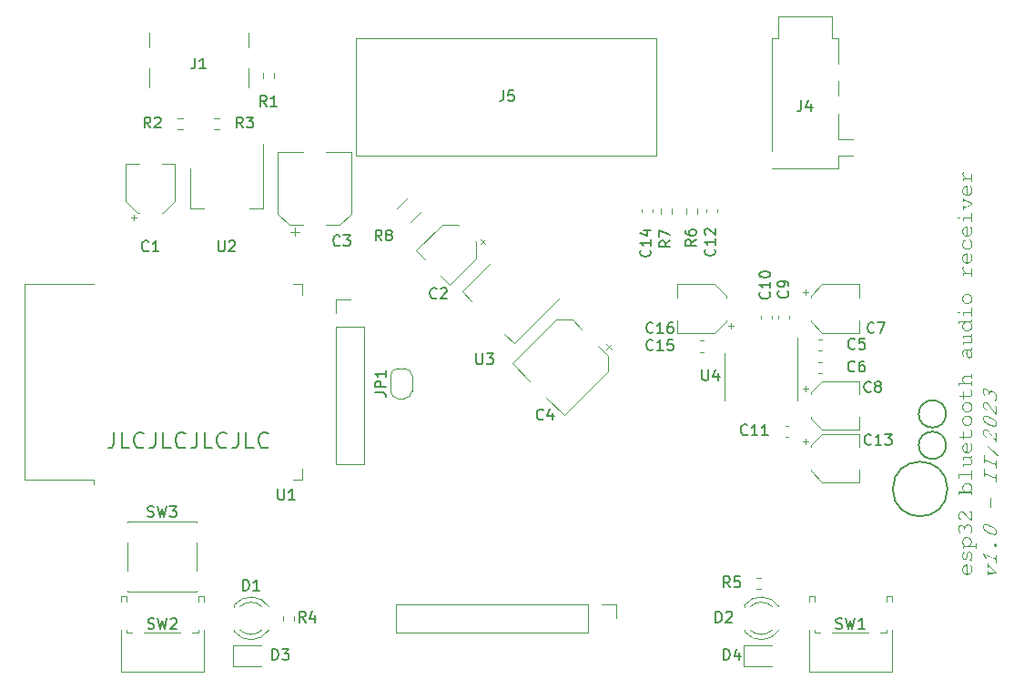
<source format=gto>
G04 #@! TF.GenerationSoftware,KiCad,Pcbnew,7.0.0-da2b9df05c~163~ubuntu22.04.1*
G04 #@! TF.CreationDate,2023-02-20T23:21:24+01:00*
G04 #@! TF.ProjectId,Bluetooth_receiver,426c7565-746f-46f7-9468-5f7265636569,rev?*
G04 #@! TF.SameCoordinates,Original*
G04 #@! TF.FileFunction,Legend,Top*
G04 #@! TF.FilePolarity,Positive*
%FSLAX46Y46*%
G04 Gerber Fmt 4.6, Leading zero omitted, Abs format (unit mm)*
G04 Created by KiCad (PCBNEW 7.0.0-da2b9df05c~163~ubuntu22.04.1) date 2023-02-20 23:21:24*
%MOMM*%
%LPD*%
G01*
G04 APERTURE LIST*
%ADD10C,0.187500*%
%ADD11C,0.150000*%
%ADD12C,0.120000*%
G04 APERTURE END LIST*
D10*
X-36464286Y-6673571D02*
X-36464286Y-7745000D01*
X-36464286Y-7745000D02*
X-36535715Y-7959285D01*
X-36535715Y-7959285D02*
X-36678572Y-8102142D01*
X-36678572Y-8102142D02*
X-36892858Y-8173571D01*
X-36892858Y-8173571D02*
X-37035715Y-8173571D01*
X-35035715Y-8173571D02*
X-35750001Y-8173571D01*
X-35750001Y-8173571D02*
X-35750001Y-6673571D01*
X-33678572Y-8030714D02*
X-33750000Y-8102142D01*
X-33750000Y-8102142D02*
X-33964286Y-8173571D01*
X-33964286Y-8173571D02*
X-34107143Y-8173571D01*
X-34107143Y-8173571D02*
X-34321429Y-8102142D01*
X-34321429Y-8102142D02*
X-34464286Y-7959285D01*
X-34464286Y-7959285D02*
X-34535715Y-7816428D01*
X-34535715Y-7816428D02*
X-34607143Y-7530714D01*
X-34607143Y-7530714D02*
X-34607143Y-7316428D01*
X-34607143Y-7316428D02*
X-34535715Y-7030714D01*
X-34535715Y-7030714D02*
X-34464286Y-6887857D01*
X-34464286Y-6887857D02*
X-34321429Y-6745000D01*
X-34321429Y-6745000D02*
X-34107143Y-6673571D01*
X-34107143Y-6673571D02*
X-33964286Y-6673571D01*
X-33964286Y-6673571D02*
X-33750000Y-6745000D01*
X-33750000Y-6745000D02*
X-33678572Y-6816428D01*
X-32607143Y-6673571D02*
X-32607143Y-7745000D01*
X-32607143Y-7745000D02*
X-32678572Y-7959285D01*
X-32678572Y-7959285D02*
X-32821429Y-8102142D01*
X-32821429Y-8102142D02*
X-33035715Y-8173571D01*
X-33035715Y-8173571D02*
X-33178572Y-8173571D01*
X-31178572Y-8173571D02*
X-31892858Y-8173571D01*
X-31892858Y-8173571D02*
X-31892858Y-6673571D01*
X-29821429Y-8030714D02*
X-29892857Y-8102142D01*
X-29892857Y-8102142D02*
X-30107143Y-8173571D01*
X-30107143Y-8173571D02*
X-30250000Y-8173571D01*
X-30250000Y-8173571D02*
X-30464286Y-8102142D01*
X-30464286Y-8102142D02*
X-30607143Y-7959285D01*
X-30607143Y-7959285D02*
X-30678572Y-7816428D01*
X-30678572Y-7816428D02*
X-30750000Y-7530714D01*
X-30750000Y-7530714D02*
X-30750000Y-7316428D01*
X-30750000Y-7316428D02*
X-30678572Y-7030714D01*
X-30678572Y-7030714D02*
X-30607143Y-6887857D01*
X-30607143Y-6887857D02*
X-30464286Y-6745000D01*
X-30464286Y-6745000D02*
X-30250000Y-6673571D01*
X-30250000Y-6673571D02*
X-30107143Y-6673571D01*
X-30107143Y-6673571D02*
X-29892857Y-6745000D01*
X-29892857Y-6745000D02*
X-29821429Y-6816428D01*
X-28750000Y-6673571D02*
X-28750000Y-7745000D01*
X-28750000Y-7745000D02*
X-28821429Y-7959285D01*
X-28821429Y-7959285D02*
X-28964286Y-8102142D01*
X-28964286Y-8102142D02*
X-29178572Y-8173571D01*
X-29178572Y-8173571D02*
X-29321429Y-8173571D01*
X-27321429Y-8173571D02*
X-28035715Y-8173571D01*
X-28035715Y-8173571D02*
X-28035715Y-6673571D01*
X-25964286Y-8030714D02*
X-26035714Y-8102142D01*
X-26035714Y-8102142D02*
X-26250000Y-8173571D01*
X-26250000Y-8173571D02*
X-26392857Y-8173571D01*
X-26392857Y-8173571D02*
X-26607143Y-8102142D01*
X-26607143Y-8102142D02*
X-26750000Y-7959285D01*
X-26750000Y-7959285D02*
X-26821429Y-7816428D01*
X-26821429Y-7816428D02*
X-26892857Y-7530714D01*
X-26892857Y-7530714D02*
X-26892857Y-7316428D01*
X-26892857Y-7316428D02*
X-26821429Y-7030714D01*
X-26821429Y-7030714D02*
X-26750000Y-6887857D01*
X-26750000Y-6887857D02*
X-26607143Y-6745000D01*
X-26607143Y-6745000D02*
X-26392857Y-6673571D01*
X-26392857Y-6673571D02*
X-26250000Y-6673571D01*
X-26250000Y-6673571D02*
X-26035714Y-6745000D01*
X-26035714Y-6745000D02*
X-25964286Y-6816428D01*
X-24892857Y-6673571D02*
X-24892857Y-7745000D01*
X-24892857Y-7745000D02*
X-24964286Y-7959285D01*
X-24964286Y-7959285D02*
X-25107143Y-8102142D01*
X-25107143Y-8102142D02*
X-25321429Y-8173571D01*
X-25321429Y-8173571D02*
X-25464286Y-8173571D01*
X-23464286Y-8173571D02*
X-24178572Y-8173571D01*
X-24178572Y-8173571D02*
X-24178572Y-6673571D01*
X-22107143Y-8030714D02*
X-22178571Y-8102142D01*
X-22178571Y-8102142D02*
X-22392857Y-8173571D01*
X-22392857Y-8173571D02*
X-22535714Y-8173571D01*
X-22535714Y-8173571D02*
X-22750000Y-8102142D01*
X-22750000Y-8102142D02*
X-22892857Y-7959285D01*
X-22892857Y-7959285D02*
X-22964286Y-7816428D01*
X-22964286Y-7816428D02*
X-23035714Y-7530714D01*
X-23035714Y-7530714D02*
X-23035714Y-7316428D01*
X-23035714Y-7316428D02*
X-22964286Y-7030714D01*
X-22964286Y-7030714D02*
X-22892857Y-6887857D01*
X-22892857Y-6887857D02*
X-22750000Y-6745000D01*
X-22750000Y-6745000D02*
X-22535714Y-6673571D01*
X-22535714Y-6673571D02*
X-22392857Y-6673571D01*
X-22392857Y-6673571D02*
X-22178571Y-6745000D01*
X-22178571Y-6745000D02*
X-22107143Y-6816428D01*
D11*
G36*
X42925146Y-19880547D02*
G01*
X42945724Y-19877299D01*
X42965784Y-19873323D01*
X42985326Y-19868620D01*
X43004349Y-19863191D01*
X43022855Y-19857034D01*
X43040843Y-19850151D01*
X43058312Y-19842540D01*
X43075264Y-19834202D01*
X43091697Y-19825138D01*
X43107613Y-19815346D01*
X43123010Y-19804827D01*
X43137889Y-19793582D01*
X43152250Y-19781609D01*
X43166094Y-19768909D01*
X43179419Y-19755483D01*
X43192226Y-19741329D01*
X43204337Y-19726597D01*
X43215667Y-19711436D01*
X43226216Y-19695845D01*
X43235983Y-19679825D01*
X43244969Y-19663376D01*
X43253174Y-19646498D01*
X43260597Y-19629190D01*
X43267239Y-19611453D01*
X43273099Y-19593286D01*
X43278178Y-19574690D01*
X43282476Y-19555665D01*
X43285992Y-19536211D01*
X43288727Y-19516327D01*
X43290680Y-19496014D01*
X43291852Y-19475271D01*
X43292243Y-19454099D01*
X43291966Y-19435513D01*
X43291135Y-19416850D01*
X43289751Y-19398110D01*
X43287812Y-19379292D01*
X43285320Y-19360397D01*
X43282274Y-19341425D01*
X43278674Y-19322376D01*
X43274520Y-19303249D01*
X43269813Y-19284045D01*
X43264551Y-19264763D01*
X43260736Y-19251866D01*
X43254595Y-19232780D01*
X43248126Y-19214403D01*
X43241329Y-19196733D01*
X43234203Y-19179773D01*
X43226749Y-19163520D01*
X43218966Y-19147976D01*
X43210855Y-19133141D01*
X43202415Y-19119013D01*
X43193647Y-19105595D01*
X43184551Y-19092884D01*
X43178304Y-19084804D01*
X43169960Y-19071400D01*
X43164350Y-19057094D01*
X43163649Y-19051099D01*
X43166467Y-19036507D01*
X43174919Y-19024330D01*
X43176472Y-19022889D01*
X43189116Y-19014474D01*
X43203692Y-19011211D01*
X43205781Y-19011165D01*
X43223053Y-19014850D01*
X43237012Y-19023105D01*
X43251097Y-19036076D01*
X43261743Y-19048900D01*
X43272460Y-19064378D01*
X43283249Y-19082509D01*
X43290480Y-19096070D01*
X43297743Y-19110810D01*
X43305037Y-19126730D01*
X43312363Y-19143829D01*
X43319720Y-19162107D01*
X43326863Y-19180945D01*
X43333545Y-19199722D01*
X43339766Y-19218440D01*
X43345526Y-19237097D01*
X43350826Y-19255694D01*
X43355664Y-19274232D01*
X43360042Y-19292709D01*
X43363959Y-19311126D01*
X43367415Y-19329482D01*
X43370410Y-19347779D01*
X43372945Y-19366016D01*
X43375018Y-19384192D01*
X43376631Y-19402309D01*
X43377783Y-19420365D01*
X43378475Y-19438361D01*
X43378705Y-19456297D01*
X43378145Y-19482699D01*
X43376467Y-19508596D01*
X43373669Y-19533990D01*
X43369752Y-19558879D01*
X43364716Y-19583266D01*
X43358561Y-19607148D01*
X43351286Y-19630527D01*
X43342893Y-19653401D01*
X43333380Y-19675773D01*
X43322749Y-19697640D01*
X43310998Y-19719004D01*
X43298128Y-19739863D01*
X43284139Y-19760220D01*
X43269030Y-19780072D01*
X43252803Y-19799421D01*
X43235457Y-19818265D01*
X43217266Y-19836277D01*
X43198597Y-19853127D01*
X43179450Y-19868815D01*
X43159825Y-19883341D01*
X43139722Y-19896705D01*
X43119142Y-19908906D01*
X43098083Y-19919946D01*
X43076546Y-19929823D01*
X43054531Y-19938539D01*
X43032039Y-19946092D01*
X43009068Y-19952483D01*
X42985619Y-19957713D01*
X42961692Y-19961780D01*
X42937288Y-19964685D01*
X42912405Y-19966428D01*
X42887044Y-19967009D01*
X42863291Y-19966465D01*
X42840024Y-19964834D01*
X42817243Y-19962115D01*
X42794949Y-19958308D01*
X42773142Y-19953414D01*
X42751821Y-19947432D01*
X42730987Y-19940362D01*
X42710640Y-19932205D01*
X42690779Y-19922960D01*
X42671404Y-19912627D01*
X42652517Y-19901207D01*
X42634115Y-19888699D01*
X42616201Y-19875103D01*
X42598773Y-19860420D01*
X42581831Y-19844649D01*
X42565376Y-19827791D01*
X42549627Y-19810141D01*
X42534894Y-19791996D01*
X42521176Y-19773356D01*
X42508475Y-19754220D01*
X42496790Y-19734590D01*
X42486121Y-19714464D01*
X42476469Y-19693843D01*
X42467832Y-19672727D01*
X42460211Y-19651116D01*
X42453607Y-19629010D01*
X42448018Y-19606408D01*
X42443446Y-19583311D01*
X42439889Y-19559720D01*
X42437349Y-19535633D01*
X42435825Y-19511050D01*
X42435317Y-19485973D01*
X42522145Y-19485973D01*
X42522479Y-19505018D01*
X42523479Y-19523686D01*
X42525146Y-19541975D01*
X42527481Y-19559887D01*
X42530482Y-19577421D01*
X42534150Y-19594577D01*
X42538484Y-19611355D01*
X42543486Y-19627756D01*
X42549155Y-19643779D01*
X42555490Y-19659424D01*
X42562493Y-19674691D01*
X42570162Y-19689580D01*
X42578498Y-19704091D01*
X42587501Y-19718225D01*
X42597171Y-19731981D01*
X42607508Y-19745359D01*
X42618415Y-19758252D01*
X42629793Y-19770552D01*
X42641645Y-19782260D01*
X42653968Y-19793376D01*
X42666763Y-19803898D01*
X42680031Y-19813829D01*
X42693771Y-19823167D01*
X42707984Y-19831912D01*
X42722668Y-19840065D01*
X42737825Y-19847626D01*
X42753454Y-19854594D01*
X42769556Y-19860970D01*
X42786129Y-19866753D01*
X42803175Y-19871943D01*
X42820694Y-19876542D01*
X42838684Y-19880547D01*
X42838684Y-19091399D01*
X42820955Y-19094881D01*
X42803673Y-19099006D01*
X42786838Y-19103776D01*
X42770449Y-19109190D01*
X42754506Y-19115248D01*
X42739010Y-19121950D01*
X42723961Y-19129296D01*
X42709357Y-19137286D01*
X42695201Y-19145920D01*
X42681491Y-19155198D01*
X42668227Y-19165119D01*
X42655410Y-19175685D01*
X42643040Y-19186895D01*
X42631116Y-19198749D01*
X42619638Y-19211247D01*
X42608607Y-19224389D01*
X42598137Y-19237990D01*
X42588343Y-19251958D01*
X42579224Y-19266292D01*
X42570780Y-19280992D01*
X42563012Y-19296059D01*
X42555920Y-19311492D01*
X42549502Y-19327291D01*
X42543761Y-19343457D01*
X42538695Y-19359989D01*
X42534304Y-19376888D01*
X42530589Y-19394153D01*
X42527549Y-19411784D01*
X42525185Y-19429782D01*
X42523496Y-19448146D01*
X42522483Y-19466876D01*
X42522145Y-19485973D01*
X42435317Y-19485973D01*
X42435841Y-19459626D01*
X42437412Y-19433892D01*
X42440031Y-19408770D01*
X42443698Y-19384261D01*
X42448412Y-19360364D01*
X42454173Y-19337080D01*
X42460983Y-19314409D01*
X42468839Y-19292349D01*
X42477744Y-19270903D01*
X42487696Y-19250069D01*
X42498695Y-19229847D01*
X42510742Y-19210238D01*
X42523837Y-19191242D01*
X42537979Y-19172857D01*
X42553169Y-19155086D01*
X42569406Y-19137927D01*
X42586510Y-19121556D01*
X42604297Y-19106242D01*
X42622768Y-19091984D01*
X42641924Y-19078782D01*
X42661763Y-19066636D01*
X42682287Y-19055546D01*
X42703494Y-19045513D01*
X42725386Y-19036536D01*
X42747962Y-19028614D01*
X42771222Y-19021749D01*
X42795165Y-19015941D01*
X42819793Y-19011188D01*
X42845105Y-19007491D01*
X42871102Y-19004851D01*
X42897782Y-19003267D01*
X42925146Y-19002739D01*
X42925146Y-19880547D01*
G37*
G36*
X43098070Y-17887159D02*
G01*
X43079122Y-17888281D01*
X43061296Y-17891647D01*
X43044592Y-17897257D01*
X43029010Y-17905111D01*
X43014550Y-17915209D01*
X43001212Y-17927551D01*
X42988996Y-17942137D01*
X42980571Y-17954549D01*
X42977903Y-17958967D01*
X42970244Y-17972691D01*
X42963069Y-17986938D01*
X42956377Y-18001706D01*
X42950168Y-18016995D01*
X42944441Y-18032807D01*
X42939198Y-18049140D01*
X42934438Y-18065994D01*
X42930161Y-18083370D01*
X42926366Y-18101268D01*
X42923055Y-18119688D01*
X42921116Y-18132257D01*
X42918284Y-18151220D01*
X42915419Y-18170189D01*
X42912522Y-18189164D01*
X42909593Y-18208146D01*
X42906631Y-18227134D01*
X42903638Y-18246129D01*
X42900612Y-18265130D01*
X42897554Y-18284138D01*
X42894464Y-18303152D01*
X42891342Y-18322173D01*
X42889242Y-18334856D01*
X42885767Y-18353558D01*
X42881660Y-18371745D01*
X42876923Y-18389416D01*
X42871554Y-18406572D01*
X42865554Y-18423213D01*
X42858923Y-18439339D01*
X42851661Y-18454950D01*
X42843767Y-18470045D01*
X42835243Y-18484625D01*
X42826087Y-18498690D01*
X42819633Y-18507780D01*
X42809387Y-18520613D01*
X42798433Y-18532184D01*
X42786770Y-18542492D01*
X42774399Y-18551538D01*
X42761319Y-18559322D01*
X42747531Y-18565843D01*
X42733034Y-18571103D01*
X42717830Y-18575100D01*
X42701916Y-18577835D01*
X42685295Y-18579307D01*
X42673820Y-18579588D01*
X42654764Y-18578689D01*
X42636339Y-18575994D01*
X42618546Y-18571502D01*
X42601383Y-18565214D01*
X42584852Y-18557128D01*
X42568951Y-18547246D01*
X42553682Y-18535567D01*
X42539044Y-18522091D01*
X42525037Y-18506819D01*
X42511661Y-18489750D01*
X42503094Y-18477372D01*
X42494887Y-18464340D01*
X42487209Y-18450891D01*
X42480061Y-18437023D01*
X42473442Y-18422738D01*
X42467352Y-18408035D01*
X42461793Y-18392914D01*
X42456762Y-18377375D01*
X42452261Y-18361418D01*
X42448290Y-18345043D01*
X42444848Y-18328250D01*
X42441936Y-18311040D01*
X42439553Y-18293411D01*
X42437700Y-18275365D01*
X42436376Y-18256901D01*
X42435582Y-18238019D01*
X42435317Y-18218719D01*
X42435696Y-18196553D01*
X42436834Y-18174933D01*
X42438730Y-18153860D01*
X42441385Y-18133333D01*
X42444798Y-18113353D01*
X42448970Y-18093920D01*
X42453900Y-18075034D01*
X42459589Y-18056694D01*
X42466036Y-18038901D01*
X42473241Y-18021655D01*
X42481206Y-18004955D01*
X42489928Y-17988802D01*
X42499409Y-17973196D01*
X42509649Y-17958137D01*
X42520647Y-17943624D01*
X42532404Y-17929658D01*
X42523977Y-17929658D01*
X42506985Y-17928575D01*
X42490395Y-17924419D01*
X42476283Y-17915631D01*
X42467815Y-17902601D01*
X42465050Y-17888055D01*
X42464993Y-17885327D01*
X42467815Y-17868911D01*
X42476283Y-17856526D01*
X42490395Y-17848174D01*
X42506985Y-17844224D01*
X42523977Y-17843196D01*
X42669790Y-17843196D01*
X42686150Y-17844224D01*
X42702121Y-17848174D01*
X42715707Y-17856526D01*
X42723859Y-17868911D01*
X42726577Y-17885327D01*
X42724263Y-17900347D01*
X42715951Y-17913862D01*
X42703719Y-17922495D01*
X42689551Y-17927522D01*
X42678217Y-17929658D01*
X42660728Y-17932817D01*
X42644168Y-17938084D01*
X42628534Y-17945457D01*
X42613828Y-17954937D01*
X42600049Y-17966523D01*
X42587198Y-17980216D01*
X42578168Y-17991868D01*
X42569660Y-18004705D01*
X42564277Y-18013921D01*
X42556748Y-18028534D01*
X42549959Y-18043932D01*
X42543911Y-18060115D01*
X42538603Y-18077085D01*
X42534036Y-18094840D01*
X42530210Y-18113381D01*
X42527124Y-18132707D01*
X42524779Y-18152819D01*
X42523174Y-18173717D01*
X42522310Y-18195400D01*
X42522145Y-18210293D01*
X42522545Y-18232064D01*
X42523742Y-18253140D01*
X42525739Y-18273520D01*
X42528534Y-18293205D01*
X42532127Y-18312195D01*
X42536519Y-18330489D01*
X42541710Y-18348087D01*
X42547699Y-18364990D01*
X42554487Y-18381197D01*
X42562073Y-18396709D01*
X42567575Y-18406664D01*
X42576223Y-18420610D01*
X42585272Y-18433184D01*
X42597957Y-18447815D01*
X42611352Y-18460008D01*
X42625457Y-18469763D01*
X42640272Y-18477079D01*
X42655797Y-18481956D01*
X42672031Y-18484395D01*
X42680415Y-18484699D01*
X42695716Y-18483577D01*
X42710113Y-18480211D01*
X42726837Y-18472848D01*
X42739199Y-18464433D01*
X42750657Y-18453775D01*
X42761210Y-18440872D01*
X42770858Y-18425725D01*
X42777501Y-18412892D01*
X42783647Y-18399171D01*
X42789445Y-18384934D01*
X42794896Y-18370182D01*
X42799998Y-18354915D01*
X42804753Y-18339133D01*
X42809160Y-18322835D01*
X42813220Y-18306022D01*
X42816931Y-18288695D01*
X42820295Y-18270851D01*
X42823311Y-18252493D01*
X42825129Y-18239968D01*
X42827728Y-18220943D01*
X42830444Y-18201925D01*
X42833275Y-18182913D01*
X42836223Y-18163907D01*
X42839286Y-18144908D01*
X42842465Y-18125916D01*
X42845760Y-18106930D01*
X42849171Y-18087950D01*
X42852698Y-18068977D01*
X42856341Y-18050010D01*
X42858834Y-18037369D01*
X42862898Y-18018601D01*
X42867670Y-18000356D01*
X42873150Y-17982632D01*
X42879339Y-17965430D01*
X42886236Y-17948749D01*
X42893842Y-17932590D01*
X42902156Y-17916953D01*
X42911178Y-17901837D01*
X42920909Y-17887243D01*
X42931348Y-17873170D01*
X42938702Y-17864078D01*
X42950331Y-17851246D01*
X42962688Y-17839675D01*
X42975773Y-17829367D01*
X42989586Y-17820321D01*
X43004127Y-17812537D01*
X43019395Y-17806015D01*
X43035391Y-17800756D01*
X43052114Y-17796759D01*
X43069565Y-17794024D01*
X43087745Y-17792551D01*
X43100268Y-17792271D01*
X43115129Y-17792729D01*
X43136819Y-17795133D01*
X43157787Y-17799598D01*
X43178035Y-17806124D01*
X43197561Y-17814711D01*
X43216366Y-17825358D01*
X43228501Y-17833601D01*
X43240317Y-17842761D01*
X43251811Y-17852836D01*
X43262985Y-17863826D01*
X43273839Y-17875733D01*
X43284372Y-17888556D01*
X43294584Y-17902295D01*
X43299570Y-17909508D01*
X43309153Y-17924404D01*
X43318118Y-17939784D01*
X43326464Y-17955648D01*
X43334192Y-17971996D01*
X43341302Y-17988827D01*
X43347793Y-18006142D01*
X43353666Y-18023941D01*
X43358921Y-18042223D01*
X43363558Y-18060989D01*
X43367577Y-18080239D01*
X43370977Y-18099973D01*
X43373759Y-18120190D01*
X43375923Y-18140891D01*
X43377469Y-18162076D01*
X43378396Y-18183744D01*
X43378705Y-18205896D01*
X43378260Y-18230933D01*
X43376925Y-18255395D01*
X43374699Y-18279282D01*
X43371584Y-18302593D01*
X43367578Y-18325330D01*
X43362682Y-18347490D01*
X43356896Y-18369076D01*
X43350220Y-18390086D01*
X43342654Y-18410521D01*
X43334197Y-18430380D01*
X43324851Y-18449664D01*
X43314614Y-18468373D01*
X43303487Y-18486507D01*
X43291470Y-18504065D01*
X43278563Y-18521048D01*
X43264766Y-18537456D01*
X43287847Y-18537456D01*
X43304312Y-18538484D01*
X43320386Y-18542434D01*
X43334060Y-18550787D01*
X43342265Y-18563171D01*
X43345000Y-18579588D01*
X43342990Y-18594653D01*
X43335567Y-18608290D01*
X43322674Y-18617684D01*
X43307270Y-18622359D01*
X43291363Y-18623875D01*
X43287847Y-18623918D01*
X43112725Y-18623918D01*
X43096365Y-18622836D01*
X43080394Y-18618680D01*
X43066807Y-18609892D01*
X43058655Y-18596861D01*
X43055994Y-18582315D01*
X43055938Y-18579588D01*
X43058165Y-18563171D01*
X43066162Y-18549347D01*
X43079975Y-18540789D01*
X43096832Y-18537620D01*
X43102466Y-18537456D01*
X43117121Y-18537456D01*
X43134758Y-18535973D01*
X43151765Y-18531525D01*
X43168143Y-18524112D01*
X43183891Y-18513734D01*
X43195289Y-18504004D01*
X43206332Y-18492606D01*
X43217021Y-18479541D01*
X43227356Y-18464807D01*
X43237337Y-18448405D01*
X43240586Y-18442568D01*
X43249817Y-18424360D01*
X43258141Y-18405456D01*
X43265557Y-18385857D01*
X43272064Y-18365562D01*
X43277664Y-18344572D01*
X43280893Y-18330192D01*
X43283718Y-18315504D01*
X43286139Y-18300505D01*
X43288157Y-18285198D01*
X43289771Y-18269582D01*
X43290982Y-18253657D01*
X43291789Y-18237422D01*
X43292193Y-18220879D01*
X43292243Y-18212491D01*
X43292028Y-18195226D01*
X43291384Y-18178327D01*
X43290311Y-18161795D01*
X43288808Y-18145629D01*
X43286876Y-18129830D01*
X43284515Y-18114397D01*
X43281724Y-18099330D01*
X43278504Y-18084630D01*
X43274855Y-18070296D01*
X43268576Y-18049482D01*
X43261331Y-18029492D01*
X43253120Y-18010326D01*
X43243943Y-17991985D01*
X43237288Y-17980216D01*
X43226727Y-17963586D01*
X43215650Y-17948591D01*
X43204058Y-17935232D01*
X43191951Y-17923510D01*
X43179328Y-17913422D01*
X43166191Y-17904971D01*
X43152538Y-17898155D01*
X43138370Y-17892975D01*
X43123687Y-17889431D01*
X43108488Y-17887523D01*
X43098070Y-17887159D01*
G37*
G36*
X42901879Y-16441273D02*
G01*
X42924677Y-16442831D01*
X42947011Y-16445429D01*
X42968881Y-16449065D01*
X42990287Y-16453740D01*
X43011230Y-16459455D01*
X43031709Y-16466208D01*
X43051725Y-16474001D01*
X43071277Y-16482832D01*
X43090365Y-16492702D01*
X43108989Y-16503612D01*
X43127150Y-16515560D01*
X43144847Y-16528547D01*
X43162081Y-16542574D01*
X43178850Y-16557639D01*
X43195157Y-16573743D01*
X43210728Y-16590606D01*
X43225296Y-16607947D01*
X43238858Y-16625766D01*
X43251416Y-16644062D01*
X43262970Y-16662837D01*
X43273518Y-16682090D01*
X43283062Y-16701821D01*
X43291602Y-16722029D01*
X43299137Y-16742716D01*
X43305667Y-16763881D01*
X43311192Y-16785523D01*
X43315713Y-16807644D01*
X43319229Y-16830243D01*
X43321741Y-16853319D01*
X43323248Y-16876874D01*
X43323750Y-16900907D01*
X43323553Y-16915583D01*
X43321970Y-16944380D01*
X43318804Y-16972435D01*
X43314056Y-16999750D01*
X43307724Y-17026322D01*
X43299810Y-17052154D01*
X43290314Y-17077244D01*
X43279234Y-17101593D01*
X43266571Y-17125201D01*
X43252326Y-17148067D01*
X43236498Y-17170192D01*
X43219087Y-17191576D01*
X43200093Y-17212218D01*
X43179517Y-17232119D01*
X43157358Y-17251279D01*
X43145684Y-17260581D01*
X43133616Y-17269697D01*
X43121151Y-17278628D01*
X43650914Y-17278628D01*
X43650914Y-17071632D01*
X43651942Y-17055273D01*
X43655892Y-17039302D01*
X43664244Y-17025715D01*
X43676629Y-17017563D01*
X43693046Y-17014846D01*
X43708111Y-17016842D01*
X43721748Y-17024218D01*
X43731142Y-17037028D01*
X43735817Y-17052334D01*
X43737332Y-17068139D01*
X43737376Y-17071632D01*
X43737376Y-17479030D01*
X43736293Y-17495389D01*
X43732137Y-17511360D01*
X43723349Y-17524947D01*
X43710319Y-17533099D01*
X43695773Y-17535761D01*
X43693046Y-17535816D01*
X43676629Y-17533099D01*
X43664244Y-17524947D01*
X43655892Y-17511360D01*
X43651942Y-17495389D01*
X43650914Y-17479030D01*
X43650914Y-17365090D01*
X42551454Y-17365090D01*
X42551454Y-17479030D01*
X42550372Y-17495389D01*
X42546216Y-17511360D01*
X42537428Y-17524947D01*
X42524398Y-17533099D01*
X42509852Y-17535761D01*
X42507124Y-17535816D01*
X42490708Y-17533099D01*
X42478323Y-17524947D01*
X42469971Y-17511360D01*
X42466021Y-17495389D01*
X42464993Y-17479030D01*
X42464993Y-17278628D01*
X42637916Y-17278628D01*
X42624470Y-17268042D01*
X42611515Y-17257442D01*
X42599053Y-17246828D01*
X42587083Y-17236199D01*
X42575606Y-17225556D01*
X42564621Y-17214898D01*
X42554128Y-17204226D01*
X42539312Y-17188192D01*
X42525603Y-17172125D01*
X42513002Y-17156026D01*
X42501509Y-17139895D01*
X42491123Y-17123732D01*
X42481845Y-17107536D01*
X42473530Y-17091028D01*
X42466033Y-17073928D01*
X42459354Y-17056235D01*
X42453492Y-17037950D01*
X42448449Y-17019072D01*
X42444223Y-16999602D01*
X42440815Y-16979539D01*
X42438225Y-16958884D01*
X42436453Y-16937636D01*
X42435499Y-16915796D01*
X42435339Y-16902739D01*
X42522145Y-16902739D01*
X42522553Y-16922111D01*
X42523777Y-16941121D01*
X42525816Y-16959767D01*
X42528671Y-16978049D01*
X42532342Y-16995968D01*
X42536829Y-17013524D01*
X42542131Y-17030716D01*
X42548249Y-17047544D01*
X42555183Y-17064009D01*
X42562932Y-17080110D01*
X42571497Y-17095848D01*
X42580878Y-17111223D01*
X42591075Y-17126234D01*
X42602087Y-17140881D01*
X42613915Y-17155165D01*
X42626559Y-17169085D01*
X42639780Y-17182350D01*
X42653338Y-17194759D01*
X42667234Y-17206313D01*
X42681468Y-17217010D01*
X42696040Y-17226852D01*
X42710949Y-17235838D01*
X42726196Y-17243968D01*
X42741781Y-17251243D01*
X42757703Y-17257661D01*
X42773964Y-17263224D01*
X42790562Y-17267931D01*
X42807497Y-17271782D01*
X42824771Y-17274777D01*
X42842382Y-17276917D01*
X42860331Y-17278200D01*
X42878618Y-17278628D01*
X42897171Y-17278200D01*
X42915369Y-17276917D01*
X42933212Y-17274777D01*
X42950700Y-17271782D01*
X42967833Y-17267931D01*
X42984612Y-17263224D01*
X43001035Y-17257661D01*
X43017103Y-17251243D01*
X43032817Y-17243968D01*
X43048176Y-17235838D01*
X43063180Y-17226852D01*
X43077828Y-17217010D01*
X43092122Y-17206313D01*
X43106061Y-17194759D01*
X43119645Y-17182350D01*
X43132875Y-17169085D01*
X43145518Y-17155166D01*
X43157347Y-17140887D01*
X43168359Y-17126246D01*
X43178556Y-17111246D01*
X43187937Y-17095884D01*
X43196502Y-17080162D01*
X43204251Y-17064079D01*
X43211185Y-17047636D01*
X43217303Y-17030831D01*
X43222605Y-17013667D01*
X43227092Y-16996141D01*
X43230763Y-16978255D01*
X43233618Y-16960009D01*
X43235657Y-16941401D01*
X43236881Y-16922433D01*
X43237288Y-16903105D01*
X43236885Y-16883733D01*
X43235674Y-16864728D01*
X43233656Y-16846089D01*
X43230831Y-16827817D01*
X43227199Y-16809911D01*
X43222760Y-16792371D01*
X43217513Y-16775198D01*
X43211460Y-16758391D01*
X43204599Y-16741950D01*
X43196931Y-16725876D01*
X43188456Y-16710168D01*
X43179174Y-16694827D01*
X43169085Y-16679852D01*
X43158188Y-16665243D01*
X43146484Y-16651000D01*
X43133974Y-16637124D01*
X43120886Y-16623815D01*
X43107452Y-16611364D01*
X43093672Y-16599772D01*
X43079546Y-16589039D01*
X43065073Y-16579164D01*
X43050254Y-16570148D01*
X43035088Y-16561991D01*
X43019576Y-16554692D01*
X43003718Y-16548252D01*
X42987514Y-16542671D01*
X42970963Y-16537948D01*
X42954066Y-16534084D01*
X42936822Y-16531079D01*
X42919233Y-16528932D01*
X42901297Y-16527644D01*
X42883014Y-16527215D01*
X42863933Y-16527636D01*
X42845250Y-16528898D01*
X42826965Y-16531002D01*
X42809077Y-16533947D01*
X42791588Y-16537734D01*
X42774496Y-16542362D01*
X42757802Y-16547832D01*
X42741506Y-16554143D01*
X42725608Y-16561296D01*
X42710107Y-16569290D01*
X42695005Y-16578125D01*
X42680300Y-16587803D01*
X42665993Y-16598321D01*
X42652084Y-16609681D01*
X42638573Y-16621883D01*
X42625460Y-16634926D01*
X42612949Y-16648595D01*
X42601246Y-16662673D01*
X42590349Y-16677160D01*
X42580260Y-16692056D01*
X42570978Y-16707362D01*
X42562503Y-16723077D01*
X42554835Y-16739201D01*
X42547974Y-16755735D01*
X42541920Y-16772678D01*
X42536674Y-16790030D01*
X42532235Y-16807791D01*
X42528603Y-16825962D01*
X42525778Y-16844542D01*
X42523760Y-16863532D01*
X42522549Y-16882931D01*
X42522145Y-16902739D01*
X42435339Y-16902739D01*
X42435317Y-16900907D01*
X42435816Y-16876612D01*
X42437315Y-16852821D01*
X42439812Y-16829534D01*
X42443308Y-16806751D01*
X42447803Y-16784472D01*
X42453297Y-16762696D01*
X42459790Y-16741424D01*
X42467282Y-16720655D01*
X42475773Y-16700391D01*
X42485263Y-16680630D01*
X42495751Y-16661373D01*
X42507239Y-16642620D01*
X42519725Y-16624370D01*
X42533211Y-16606625D01*
X42547695Y-16589383D01*
X42563178Y-16572644D01*
X42579351Y-16556673D01*
X42595996Y-16541732D01*
X42613114Y-16527822D01*
X42630704Y-16514942D01*
X42648766Y-16503092D01*
X42667300Y-16492273D01*
X42686307Y-16482484D01*
X42705785Y-16473726D01*
X42725737Y-16465998D01*
X42746160Y-16459300D01*
X42767056Y-16453633D01*
X42788423Y-16448996D01*
X42810264Y-16445390D01*
X42832576Y-16442814D01*
X42855361Y-16441268D01*
X42878618Y-16440753D01*
X42901879Y-16441273D01*
G37*
G36*
X42230886Y-16059734D02*
G01*
X42216219Y-16056489D01*
X42202767Y-16049476D01*
X42189814Y-16040340D01*
X42178017Y-16030522D01*
X42165307Y-16018702D01*
X42154791Y-16007585D01*
X42144309Y-15994934D01*
X42133862Y-15980748D01*
X42123449Y-15965029D01*
X42115662Y-15952233D01*
X42107895Y-15938574D01*
X42100146Y-15924051D01*
X42092417Y-15908666D01*
X42084707Y-15892418D01*
X42082142Y-15886810D01*
X42074743Y-15869626D01*
X42068073Y-15852146D01*
X42062130Y-15834369D01*
X42056914Y-15816297D01*
X42052427Y-15797928D01*
X42048667Y-15779262D01*
X42045635Y-15760301D01*
X42043330Y-15741043D01*
X42041753Y-15721489D01*
X42040904Y-15701639D01*
X42040743Y-15688241D01*
X42041110Y-15668659D01*
X42042214Y-15649481D01*
X42044053Y-15630706D01*
X42046627Y-15612335D01*
X42049938Y-15594367D01*
X42053983Y-15576803D01*
X42058765Y-15559643D01*
X42064282Y-15542886D01*
X42070534Y-15526533D01*
X42077522Y-15510583D01*
X42085246Y-15495037D01*
X42093705Y-15479894D01*
X42102900Y-15465155D01*
X42112831Y-15450820D01*
X42123497Y-15436888D01*
X42134898Y-15423360D01*
X42146791Y-15410450D01*
X42159021Y-15398372D01*
X42171589Y-15387128D01*
X42184495Y-15376717D01*
X42197738Y-15367138D01*
X42211320Y-15358393D01*
X42225239Y-15350480D01*
X42239495Y-15343401D01*
X42254090Y-15337154D01*
X42269022Y-15331740D01*
X42284292Y-15327159D01*
X42299900Y-15323411D01*
X42315845Y-15320496D01*
X42332128Y-15318413D01*
X42348749Y-15317164D01*
X42365708Y-15316748D01*
X42380806Y-15317017D01*
X42395509Y-15317824D01*
X42416823Y-15320043D01*
X42437249Y-15323474D01*
X42456786Y-15328115D01*
X42475434Y-15333967D01*
X42493193Y-15341029D01*
X42510064Y-15349302D01*
X42526046Y-15358786D01*
X42541139Y-15369481D01*
X42555344Y-15381387D01*
X42559881Y-15385624D01*
X42572900Y-15398573D01*
X42585031Y-15411728D01*
X42596273Y-15425088D01*
X42606627Y-15438655D01*
X42616091Y-15452428D01*
X42624667Y-15466407D01*
X42632354Y-15480593D01*
X42639153Y-15494984D01*
X42645063Y-15509581D01*
X42650084Y-15524385D01*
X42652937Y-15534368D01*
X42659410Y-15519012D01*
X42666189Y-15504086D01*
X42673275Y-15489589D01*
X42680667Y-15475521D01*
X42688365Y-15461882D01*
X42696369Y-15448673D01*
X42704679Y-15435893D01*
X42713296Y-15423543D01*
X42722219Y-15411622D01*
X42731448Y-15400130D01*
X42745866Y-15383697D01*
X42760973Y-15368230D01*
X42776770Y-15353730D01*
X42793255Y-15340195D01*
X42810239Y-15327755D01*
X42827533Y-15316539D01*
X42845136Y-15306546D01*
X42863047Y-15297777D01*
X42881268Y-15290231D01*
X42899798Y-15283909D01*
X42918637Y-15278811D01*
X42937786Y-15274936D01*
X42957243Y-15272285D01*
X42977009Y-15270858D01*
X42990359Y-15270586D01*
X43010231Y-15271092D01*
X43029732Y-15272612D01*
X43048860Y-15275145D01*
X43067616Y-15278691D01*
X43086000Y-15283251D01*
X43104012Y-15288824D01*
X43121652Y-15295410D01*
X43138920Y-15303009D01*
X43155815Y-15311621D01*
X43172339Y-15321247D01*
X43188490Y-15331886D01*
X43204270Y-15343538D01*
X43219677Y-15356203D01*
X43234712Y-15369882D01*
X43249376Y-15384574D01*
X43263667Y-15400279D01*
X43277331Y-15416693D01*
X43290114Y-15433515D01*
X43302015Y-15450742D01*
X43313034Y-15468377D01*
X43323172Y-15486417D01*
X43332429Y-15504864D01*
X43340803Y-15523718D01*
X43348297Y-15542978D01*
X43354909Y-15562644D01*
X43360639Y-15582717D01*
X43365487Y-15603196D01*
X43369454Y-15624081D01*
X43372540Y-15645373D01*
X43374744Y-15667072D01*
X43376066Y-15689177D01*
X43376507Y-15711688D01*
X43376265Y-15727285D01*
X43375539Y-15743024D01*
X43374330Y-15758906D01*
X43372637Y-15774932D01*
X43370460Y-15791101D01*
X43367800Y-15807412D01*
X43364656Y-15823867D01*
X43361028Y-15840465D01*
X43356916Y-15857206D01*
X43352321Y-15874091D01*
X43347242Y-15891118D01*
X43341679Y-15908288D01*
X43335633Y-15925602D01*
X43329103Y-15943059D01*
X43322089Y-15960659D01*
X43314591Y-15978401D01*
X43306843Y-15995659D01*
X43299170Y-16011804D01*
X43291570Y-16026835D01*
X43284046Y-16040752D01*
X43276595Y-16053556D01*
X43265559Y-16070675D01*
X43254691Y-16085288D01*
X43243990Y-16097396D01*
X43229982Y-16109644D01*
X43216272Y-16117438D01*
X43199553Y-16120917D01*
X43185173Y-16117803D01*
X43172857Y-16109227D01*
X43172076Y-16108461D01*
X43162872Y-16096037D01*
X43159253Y-16080983D01*
X43163890Y-16065596D01*
X43172133Y-16050758D01*
X43181020Y-16037226D01*
X43190197Y-16024374D01*
X43192226Y-16021632D01*
X43202415Y-16006858D01*
X43210567Y-15993712D01*
X43218718Y-15979386D01*
X43226870Y-15963882D01*
X43235022Y-15947198D01*
X43243173Y-15929335D01*
X43249287Y-15915164D01*
X43255401Y-15900329D01*
X43257438Y-15895237D01*
X43263266Y-15879597D01*
X43268520Y-15863591D01*
X43273200Y-15847217D01*
X43277308Y-15830476D01*
X43280842Y-15813368D01*
X43283804Y-15795893D01*
X43286192Y-15778051D01*
X43288007Y-15759842D01*
X43289249Y-15741266D01*
X43289917Y-15722323D01*
X43290045Y-15709490D01*
X43289699Y-15691691D01*
X43288660Y-15674199D01*
X43286928Y-15657013D01*
X43284504Y-15640133D01*
X43281387Y-15623559D01*
X43277577Y-15607292D01*
X43273075Y-15591330D01*
X43267880Y-15575676D01*
X43261992Y-15560327D01*
X43255412Y-15545284D01*
X43248139Y-15530548D01*
X43240174Y-15516118D01*
X43231515Y-15501995D01*
X43222164Y-15488177D01*
X43212121Y-15474666D01*
X43201385Y-15461461D01*
X43190171Y-15448818D01*
X43178693Y-15436989D01*
X43166952Y-15425977D01*
X43154948Y-15415780D01*
X43142681Y-15406399D01*
X43130150Y-15397834D01*
X43117356Y-15390085D01*
X43104298Y-15383151D01*
X43090977Y-15377033D01*
X43070503Y-15369386D01*
X43049435Y-15363574D01*
X43035061Y-15360718D01*
X43020424Y-15358679D01*
X43005523Y-15357456D01*
X42990359Y-15357048D01*
X42974926Y-15357484D01*
X42959767Y-15358794D01*
X42944884Y-15360976D01*
X42930275Y-15364031D01*
X42915941Y-15367960D01*
X42901882Y-15372761D01*
X42888097Y-15378436D01*
X42874588Y-15384983D01*
X42861353Y-15392403D01*
X42848393Y-15400697D01*
X42835707Y-15409863D01*
X42823297Y-15419902D01*
X42811161Y-15430814D01*
X42799300Y-15442599D01*
X42787714Y-15455258D01*
X42776402Y-15468789D01*
X42765533Y-15482922D01*
X42755365Y-15497388D01*
X42745898Y-15512186D01*
X42737132Y-15527315D01*
X42729068Y-15542777D01*
X42721705Y-15558571D01*
X42715043Y-15574697D01*
X42709083Y-15591154D01*
X42703823Y-15607944D01*
X42699265Y-15625066D01*
X42695408Y-15642520D01*
X42692253Y-15660306D01*
X42689799Y-15678424D01*
X42688045Y-15696873D01*
X42686994Y-15715655D01*
X42686643Y-15734769D01*
X42685561Y-15751129D01*
X42681405Y-15767100D01*
X42672617Y-15780686D01*
X42659586Y-15788838D01*
X42645040Y-15791500D01*
X42642313Y-15791556D01*
X42625896Y-15788838D01*
X42613512Y-15780686D01*
X42605159Y-15767100D01*
X42601210Y-15751129D01*
X42600181Y-15734769D01*
X42599954Y-15714393D01*
X42599274Y-15694664D01*
X42598139Y-15675581D01*
X42596552Y-15657146D01*
X42594510Y-15639357D01*
X42592015Y-15622215D01*
X42589066Y-15605720D01*
X42585664Y-15589872D01*
X42581808Y-15574671D01*
X42577498Y-15560116D01*
X42572734Y-15546209D01*
X42561846Y-15520334D01*
X42549144Y-15497047D01*
X42534627Y-15476348D01*
X42518295Y-15458236D01*
X42500148Y-15442711D01*
X42480187Y-15429774D01*
X42458412Y-15419424D01*
X42434821Y-15411662D01*
X42409416Y-15406487D01*
X42382196Y-15403899D01*
X42367906Y-15403576D01*
X42348840Y-15404300D01*
X42330387Y-15406474D01*
X42312545Y-15410096D01*
X42295314Y-15415168D01*
X42278696Y-15421688D01*
X42262689Y-15429658D01*
X42247295Y-15439076D01*
X42232511Y-15449944D01*
X42218340Y-15462260D01*
X42204781Y-15476026D01*
X42196081Y-15486008D01*
X42183772Y-15501749D01*
X42172674Y-15518199D01*
X42162786Y-15535358D01*
X42154110Y-15553224D01*
X42146643Y-15571799D01*
X42140388Y-15591083D01*
X42135343Y-15611075D01*
X42131509Y-15631775D01*
X42128886Y-15653184D01*
X42127810Y-15667850D01*
X42127272Y-15682831D01*
X42127205Y-15690439D01*
X42127401Y-15706831D01*
X42127990Y-15722759D01*
X42128972Y-15738224D01*
X42130347Y-15753225D01*
X42132792Y-15772505D01*
X42135934Y-15790960D01*
X42139776Y-15808592D01*
X42144315Y-15825399D01*
X42149553Y-15841381D01*
X42155134Y-15856356D01*
X42160887Y-15870141D01*
X42168320Y-15885697D01*
X42176021Y-15899393D01*
X42185617Y-15913372D01*
X42195599Y-15924672D01*
X42199012Y-15927843D01*
X42210788Y-15938387D01*
X42222073Y-15948860D01*
X42232867Y-15959264D01*
X42244602Y-15971068D01*
X42248838Y-15975471D01*
X42258455Y-15986759D01*
X42266612Y-16000161D01*
X42270734Y-16015205D01*
X42270819Y-16017602D01*
X42268324Y-16032516D01*
X42260837Y-16045659D01*
X42259462Y-16047278D01*
X42247344Y-16056219D01*
X42232972Y-16059686D01*
X42230886Y-16059734D01*
G37*
G36*
X42353251Y-14845237D02*
G01*
X42335337Y-14844226D01*
X42317179Y-14841192D01*
X42298775Y-14836137D01*
X42280127Y-14829059D01*
X42261235Y-14819960D01*
X42242097Y-14808838D01*
X42229203Y-14800300D01*
X42216200Y-14790863D01*
X42203088Y-14780528D01*
X42189867Y-14769293D01*
X42176538Y-14757161D01*
X42163100Y-14744129D01*
X42149553Y-14730198D01*
X42136377Y-14715634D01*
X42124050Y-14700700D01*
X42112574Y-14685397D01*
X42101948Y-14669725D01*
X42092173Y-14653684D01*
X42083247Y-14637274D01*
X42075171Y-14620494D01*
X42067945Y-14603345D01*
X42061570Y-14585827D01*
X42056044Y-14567939D01*
X42051369Y-14549682D01*
X42047543Y-14531057D01*
X42044568Y-14512061D01*
X42042443Y-14492697D01*
X42041168Y-14472963D01*
X42040743Y-14452861D01*
X42041172Y-14433727D01*
X42042460Y-14414885D01*
X42044607Y-14396335D01*
X42047612Y-14378077D01*
X42051476Y-14360110D01*
X42056199Y-14342436D01*
X42061780Y-14325054D01*
X42068220Y-14307964D01*
X42075519Y-14291165D01*
X42083676Y-14274659D01*
X42092692Y-14258444D01*
X42102567Y-14242522D01*
X42113300Y-14226891D01*
X42124892Y-14211553D01*
X42137343Y-14196506D01*
X42150652Y-14181751D01*
X42164478Y-14167554D01*
X42178570Y-14154274D01*
X42192928Y-14141909D01*
X42207553Y-14130460D01*
X42222444Y-14119927D01*
X42237601Y-14110310D01*
X42253024Y-14101609D01*
X42268713Y-14093824D01*
X42284668Y-14086954D01*
X42300890Y-14081001D01*
X42317378Y-14075963D01*
X42334132Y-14071842D01*
X42351152Y-14068636D01*
X42368438Y-14066346D01*
X42385991Y-14064972D01*
X42403810Y-14064515D01*
X42421501Y-14065007D01*
X42438994Y-14066485D01*
X42456286Y-14068948D01*
X42473379Y-14072397D01*
X42490272Y-14076831D01*
X42506966Y-14082250D01*
X42523459Y-14088655D01*
X42539754Y-14096045D01*
X42555848Y-14104420D01*
X42571743Y-14113780D01*
X42582229Y-14120568D01*
X42598669Y-14132207D01*
X42610570Y-14141298D01*
X42623224Y-14151453D01*
X42636631Y-14162673D01*
X42650790Y-14174958D01*
X42665703Y-14188307D01*
X42681367Y-14202721D01*
X42697785Y-14218200D01*
X42714956Y-14234744D01*
X42732879Y-14252352D01*
X42751555Y-14271025D01*
X42770984Y-14290763D01*
X42791165Y-14311566D01*
X42801538Y-14322366D01*
X42812099Y-14333433D01*
X42822849Y-14344766D01*
X42833786Y-14356365D01*
X42844912Y-14368230D01*
X43252309Y-14805303D01*
X43258538Y-14805303D01*
X43258538Y-14142550D01*
X43182334Y-14142550D01*
X43165974Y-14141468D01*
X43150003Y-14137312D01*
X43136417Y-14128524D01*
X43128265Y-14115493D01*
X43125603Y-14100947D01*
X43125547Y-14098220D01*
X43128265Y-14081803D01*
X43136417Y-14069419D01*
X43150003Y-14061067D01*
X43165974Y-14057117D01*
X43182334Y-14056088D01*
X43345000Y-14056088D01*
X43345000Y-14887369D01*
X43218237Y-14887369D01*
X42750024Y-14389480D01*
X42732112Y-14371423D01*
X42714830Y-14354166D01*
X42698178Y-14337706D01*
X42682155Y-14322046D01*
X42666762Y-14307184D01*
X42651999Y-14293120D01*
X42637865Y-14279855D01*
X42624361Y-14267389D01*
X42611487Y-14255721D01*
X42599242Y-14244852D01*
X42587627Y-14234781D01*
X42571386Y-14221172D01*
X42556561Y-14209360D01*
X42543153Y-14199345D01*
X42538998Y-14196406D01*
X42526647Y-14188287D01*
X42510009Y-14178704D01*
X42493176Y-14170541D01*
X42476149Y-14163798D01*
X42458927Y-14158474D01*
X42441511Y-14154570D01*
X42423899Y-14152086D01*
X42406093Y-14151021D01*
X42401612Y-14150976D01*
X42381310Y-14151775D01*
X42361486Y-14154171D01*
X42342138Y-14158164D01*
X42323267Y-14163753D01*
X42304872Y-14170940D01*
X42286954Y-14179725D01*
X42269512Y-14190106D01*
X42252547Y-14202084D01*
X42236059Y-14215660D01*
X42220047Y-14230832D01*
X42209637Y-14241835D01*
X42199655Y-14253264D01*
X42190317Y-14264927D01*
X42181623Y-14276825D01*
X42169789Y-14295113D01*
X42159405Y-14313928D01*
X42150469Y-14333272D01*
X42142983Y-14353144D01*
X42136945Y-14373543D01*
X42132357Y-14394471D01*
X42129217Y-14415927D01*
X42127527Y-14437911D01*
X42127205Y-14452861D01*
X42127762Y-14472814D01*
X42129433Y-14492419D01*
X42132218Y-14511677D01*
X42136118Y-14530587D01*
X42141131Y-14549149D01*
X42147259Y-14567364D01*
X42154501Y-14585230D01*
X42162856Y-14602749D01*
X42172327Y-14619921D01*
X42182911Y-14636744D01*
X42190586Y-14647766D01*
X42202747Y-14663640D01*
X42215461Y-14678425D01*
X42228730Y-14692122D01*
X42242552Y-14704730D01*
X42256928Y-14716250D01*
X42271858Y-14726682D01*
X42287342Y-14736026D01*
X42303380Y-14744281D01*
X42319972Y-14751447D01*
X42337117Y-14757525D01*
X42348855Y-14760973D01*
X42363173Y-14766327D01*
X42376134Y-14774298D01*
X42386008Y-14785684D01*
X42390822Y-14801395D01*
X42390987Y-14805303D01*
X42387782Y-14820357D01*
X42379630Y-14832780D01*
X42367995Y-14841721D01*
X42353251Y-14845237D01*
G37*
G36*
X42926288Y-11405966D02*
G01*
X42950414Y-11407538D01*
X42974076Y-11410157D01*
X42997274Y-11413823D01*
X43020009Y-11418537D01*
X43042280Y-11424299D01*
X43064087Y-11431108D01*
X43085430Y-11438965D01*
X43106310Y-11447869D01*
X43126727Y-11457821D01*
X43146679Y-11468821D01*
X43166168Y-11480868D01*
X43185193Y-11493963D01*
X43203755Y-11508105D01*
X43221852Y-11523295D01*
X43239487Y-11539532D01*
X43256345Y-11556468D01*
X43272116Y-11573844D01*
X43286799Y-11591662D01*
X43300395Y-11609920D01*
X43312903Y-11628619D01*
X43324323Y-11647758D01*
X43334655Y-11667339D01*
X43343900Y-11687360D01*
X43352058Y-11707822D01*
X43359127Y-11728725D01*
X43365109Y-11750068D01*
X43370004Y-11771853D01*
X43373811Y-11794078D01*
X43376530Y-11816744D01*
X43378161Y-11839850D01*
X43378705Y-11863398D01*
X43377848Y-11892059D01*
X43375276Y-11920064D01*
X43370990Y-11947414D01*
X43364989Y-11974109D01*
X43357274Y-12000148D01*
X43347845Y-12025531D01*
X43336700Y-12050259D01*
X43323842Y-12074332D01*
X43309269Y-12097749D01*
X43292981Y-12120511D01*
X43274980Y-12142618D01*
X43255263Y-12164069D01*
X43244762Y-12174548D01*
X43233832Y-12184864D01*
X43222474Y-12195016D01*
X43210687Y-12205004D01*
X43198471Y-12214828D01*
X43185827Y-12224489D01*
X43172754Y-12233985D01*
X43159253Y-12243318D01*
X43345000Y-12243318D01*
X43345000Y-12443719D01*
X43343917Y-12460078D01*
X43339761Y-12476050D01*
X43330973Y-12489636D01*
X43317943Y-12497788D01*
X43303397Y-12500450D01*
X43300669Y-12500505D01*
X43284253Y-12497788D01*
X43271868Y-12489636D01*
X43263516Y-12476050D01*
X43259566Y-12460078D01*
X43258538Y-12443719D01*
X43258538Y-12329780D01*
X42156880Y-12329780D01*
X42156880Y-12443719D01*
X42155798Y-12460078D01*
X42151642Y-12476050D01*
X42142854Y-12489636D01*
X42129823Y-12497788D01*
X42115277Y-12500450D01*
X42112550Y-12500505D01*
X42096133Y-12497788D01*
X42083749Y-12489636D01*
X42075397Y-12476050D01*
X42071447Y-12460078D01*
X42070418Y-12443719D01*
X42070418Y-12243318D01*
X42652937Y-12243318D01*
X42639549Y-12233608D01*
X42626585Y-12223759D01*
X42614046Y-12213770D01*
X42601933Y-12203642D01*
X42590244Y-12193374D01*
X42578980Y-12182966D01*
X42568142Y-12172419D01*
X42557728Y-12161733D01*
X42547740Y-12150907D01*
X42529038Y-12128836D01*
X42512037Y-12106208D01*
X42496735Y-12083021D01*
X42483134Y-12059276D01*
X42471233Y-12034973D01*
X42461032Y-12010111D01*
X42452531Y-11984692D01*
X42445730Y-11958715D01*
X42440630Y-11932179D01*
X42437230Y-11905085D01*
X42435530Y-11877433D01*
X42435378Y-11867428D01*
X42522145Y-11867428D01*
X42522582Y-11886801D01*
X42523891Y-11905810D01*
X42526074Y-11924456D01*
X42529129Y-11942739D01*
X42533058Y-11960658D01*
X42537859Y-11978213D01*
X42543533Y-11995405D01*
X42550081Y-12012233D01*
X42557501Y-12028698D01*
X42565794Y-12044800D01*
X42574960Y-12060538D01*
X42585000Y-12075912D01*
X42595912Y-12090923D01*
X42607697Y-12105570D01*
X42620355Y-12119854D01*
X42633886Y-12133775D01*
X42648044Y-12147040D01*
X42662583Y-12159449D01*
X42677502Y-12171002D01*
X42692802Y-12181700D01*
X42708483Y-12191542D01*
X42724544Y-12200528D01*
X42740986Y-12208658D01*
X42757809Y-12215932D01*
X42775013Y-12222351D01*
X42792597Y-12227913D01*
X42810561Y-12232620D01*
X42828907Y-12236471D01*
X42847633Y-12239467D01*
X42866740Y-12241606D01*
X42886227Y-12242890D01*
X42906095Y-12243318D01*
X42925968Y-12242890D01*
X42945468Y-12241606D01*
X42964596Y-12239467D01*
X42983352Y-12236471D01*
X43001736Y-12232620D01*
X43019748Y-12227913D01*
X43037388Y-12222351D01*
X43054656Y-12215932D01*
X43071552Y-12208658D01*
X43088075Y-12200528D01*
X43104227Y-12191542D01*
X43120006Y-12181700D01*
X43135413Y-12171002D01*
X43150449Y-12159449D01*
X43165112Y-12147040D01*
X43179403Y-12133775D01*
X43193067Y-12119854D01*
X43205850Y-12105570D01*
X43217751Y-12090923D01*
X43228770Y-12075912D01*
X43238908Y-12060538D01*
X43248165Y-12044800D01*
X43256540Y-12028698D01*
X43264033Y-12012233D01*
X43270645Y-11995405D01*
X43276375Y-11978213D01*
X43281223Y-11960658D01*
X43285191Y-11942739D01*
X43288276Y-11924456D01*
X43290480Y-11905810D01*
X43291802Y-11886801D01*
X43292243Y-11867428D01*
X43291807Y-11848363D01*
X43290497Y-11829635D01*
X43288315Y-11811245D01*
X43285259Y-11793193D01*
X43281331Y-11775479D01*
X43276529Y-11758103D01*
X43270855Y-11741064D01*
X43264308Y-11724363D01*
X43256887Y-11707999D01*
X43248594Y-11691974D01*
X43239428Y-11676286D01*
X43229389Y-11660936D01*
X43218476Y-11645924D01*
X43206691Y-11631249D01*
X43194033Y-11616912D01*
X43180502Y-11602913D01*
X43166317Y-11589471D01*
X43151788Y-11576895D01*
X43136916Y-11565187D01*
X43121700Y-11554347D01*
X43106141Y-11544373D01*
X43090239Y-11535267D01*
X43073993Y-11527028D01*
X43057404Y-11519657D01*
X43040471Y-11513152D01*
X43023194Y-11507515D01*
X43005574Y-11502745D01*
X42987611Y-11498843D01*
X42969304Y-11495807D01*
X42950654Y-11493639D01*
X42931660Y-11492338D01*
X42912323Y-11491905D01*
X42891963Y-11492330D01*
X42872006Y-11493605D01*
X42852453Y-11495730D01*
X42833303Y-11498705D01*
X42814557Y-11502531D01*
X42796214Y-11507206D01*
X42778275Y-11512732D01*
X42760740Y-11519107D01*
X42743608Y-11526333D01*
X42726880Y-11534409D01*
X42710555Y-11543334D01*
X42694634Y-11553110D01*
X42679117Y-11563736D01*
X42664003Y-11575212D01*
X42649292Y-11587539D01*
X42634986Y-11600715D01*
X42621321Y-11614465D01*
X42608539Y-11628604D01*
X42596638Y-11643133D01*
X42585618Y-11658051D01*
X42575480Y-11673358D01*
X42566224Y-11689054D01*
X42557849Y-11705140D01*
X42550355Y-11721615D01*
X42543744Y-11738479D01*
X42538014Y-11755733D01*
X42533165Y-11773375D01*
X42529198Y-11791407D01*
X42526112Y-11809829D01*
X42523908Y-11828639D01*
X42522586Y-11847839D01*
X42522145Y-11867428D01*
X42435378Y-11867428D01*
X42435317Y-11863398D01*
X42435845Y-11839632D01*
X42437429Y-11816326D01*
X42440070Y-11793481D01*
X42443766Y-11771097D01*
X42448519Y-11749174D01*
X42454328Y-11727712D01*
X42461193Y-11706710D01*
X42469114Y-11686169D01*
X42478091Y-11666089D01*
X42488125Y-11646470D01*
X42499215Y-11627312D01*
X42511360Y-11608615D01*
X42524562Y-11590378D01*
X42538821Y-11572602D01*
X42554135Y-11555287D01*
X42570505Y-11538433D01*
X42587642Y-11522329D01*
X42605253Y-11507263D01*
X42623339Y-11493237D01*
X42641901Y-11480250D01*
X42660937Y-11468301D01*
X42680449Y-11457392D01*
X42700436Y-11447522D01*
X42720898Y-11438690D01*
X42741835Y-11430898D01*
X42763247Y-11424144D01*
X42785135Y-11418430D01*
X42807497Y-11413755D01*
X42830335Y-11410118D01*
X42853648Y-11407521D01*
X42877436Y-11405962D01*
X42901699Y-11405443D01*
X42926288Y-11405966D01*
G37*
G36*
X42070418Y-10612997D02*
G01*
X43258538Y-10612997D01*
X43258538Y-10275209D01*
X43259566Y-10258216D01*
X43263516Y-10241627D01*
X43271868Y-10227514D01*
X43284253Y-10219047D01*
X43300669Y-10216224D01*
X43315735Y-10218298D01*
X43329371Y-10225959D01*
X43338766Y-10239265D01*
X43343441Y-10255163D01*
X43344956Y-10271580D01*
X43345000Y-10275209D01*
X43345000Y-11037247D01*
X43343917Y-11053606D01*
X43339761Y-11069577D01*
X43330973Y-11083164D01*
X43317943Y-11091316D01*
X43303397Y-11093978D01*
X43300669Y-11094033D01*
X43284253Y-11091316D01*
X43271868Y-11083164D01*
X43263516Y-11069577D01*
X43259566Y-11053606D01*
X43258538Y-11037247D01*
X43258538Y-10699459D01*
X42156880Y-10699459D01*
X42156880Y-10946388D01*
X42155798Y-10962748D01*
X42151642Y-10978719D01*
X42142854Y-10992305D01*
X42129823Y-11000457D01*
X42115277Y-11003119D01*
X42112550Y-11003175D01*
X42096133Y-11000457D01*
X42083749Y-10992305D01*
X42075397Y-10978719D01*
X42071447Y-10962748D01*
X42070418Y-10946388D01*
X42070418Y-10612997D01*
G37*
G36*
X43345000Y-9102843D02*
G01*
X43205781Y-9102843D01*
X43216420Y-9113955D01*
X43226721Y-9125124D01*
X43236684Y-9136352D01*
X43246310Y-9147637D01*
X43255598Y-9158980D01*
X43273161Y-9181841D01*
X43289372Y-9204933D01*
X43304233Y-9228257D01*
X43317743Y-9251814D01*
X43329901Y-9275601D01*
X43340709Y-9299621D01*
X43350166Y-9323873D01*
X43358272Y-9348356D01*
X43365026Y-9373072D01*
X43370430Y-9398019D01*
X43374483Y-9423198D01*
X43377185Y-9448608D01*
X43378536Y-9474251D01*
X43378705Y-9487159D01*
X43378409Y-9502767D01*
X43377520Y-9517991D01*
X43376039Y-9532832D01*
X43372706Y-9554374D01*
X43368040Y-9575052D01*
X43362042Y-9594868D01*
X43354710Y-9613821D01*
X43346045Y-9631911D01*
X43336046Y-9649138D01*
X43324715Y-9665502D01*
X43312051Y-9681003D01*
X43302868Y-9690858D01*
X43288158Y-9704607D01*
X43272604Y-9717004D01*
X43256207Y-9728049D01*
X43238966Y-9737741D01*
X43220881Y-9746081D01*
X43201953Y-9753068D01*
X43182181Y-9758703D01*
X43161565Y-9762986D01*
X43140106Y-9765916D01*
X43125332Y-9767118D01*
X43110182Y-9767719D01*
X43102466Y-9767794D01*
X42551454Y-9767794D01*
X42551454Y-9881734D01*
X42550372Y-9898093D01*
X42546216Y-9914064D01*
X42537428Y-9927651D01*
X42524398Y-9935803D01*
X42509852Y-9938465D01*
X42507124Y-9938520D01*
X42490708Y-9935803D01*
X42478323Y-9927651D01*
X42469971Y-9914064D01*
X42466021Y-9898093D01*
X42464993Y-9881734D01*
X42464993Y-9681332D01*
X43102466Y-9681332D01*
X43117223Y-9680840D01*
X43136216Y-9678650D01*
X43154431Y-9674709D01*
X43171868Y-9669016D01*
X43188526Y-9661571D01*
X43204406Y-9652375D01*
X43219507Y-9641427D01*
X43233829Y-9628727D01*
X43237288Y-9625279D01*
X43250168Y-9610887D01*
X43261331Y-9595741D01*
X43270776Y-9579838D01*
X43278504Y-9563180D01*
X43284515Y-9545766D01*
X43288808Y-9527597D01*
X43291384Y-9508672D01*
X43292189Y-9493982D01*
X43292243Y-9488991D01*
X43291502Y-9462753D01*
X43289278Y-9436796D01*
X43285571Y-9411119D01*
X43280382Y-9385722D01*
X43273710Y-9360606D01*
X43265556Y-9335771D01*
X43255919Y-9311216D01*
X43244799Y-9286941D01*
X43232197Y-9262947D01*
X43218112Y-9239234D01*
X43202544Y-9215801D01*
X43185494Y-9192648D01*
X43166961Y-9169776D01*
X43157138Y-9158445D01*
X43146945Y-9147185D01*
X43136382Y-9135994D01*
X43125447Y-9124874D01*
X43114142Y-9113823D01*
X43102466Y-9102843D01*
X42551454Y-9102843D01*
X42551454Y-9259281D01*
X42550372Y-9276273D01*
X42546216Y-9292863D01*
X42537428Y-9306975D01*
X42524398Y-9315443D01*
X42509852Y-9318208D01*
X42507124Y-9318265D01*
X42490708Y-9315443D01*
X42478323Y-9306975D01*
X42469971Y-9292863D01*
X42466021Y-9276273D01*
X42464993Y-9259281D01*
X42464993Y-9016381D01*
X43258538Y-9016381D01*
X43258538Y-8944574D01*
X43259566Y-8928214D01*
X43263516Y-8912243D01*
X43271868Y-8898657D01*
X43284253Y-8890505D01*
X43300669Y-8887787D01*
X43315735Y-8889784D01*
X43329371Y-8897159D01*
X43338766Y-8909970D01*
X43343441Y-8925275D01*
X43344956Y-8941080D01*
X43345000Y-8944574D01*
X43345000Y-9102843D01*
G37*
G36*
X42925146Y-8551099D02*
G01*
X42945724Y-8547850D01*
X42965784Y-8543874D01*
X42985326Y-8539172D01*
X43004349Y-8533742D01*
X43022855Y-8527585D01*
X43040843Y-8520702D01*
X43058312Y-8513091D01*
X43075264Y-8504754D01*
X43091697Y-8495689D01*
X43107613Y-8485897D01*
X43123010Y-8475379D01*
X43137889Y-8464133D01*
X43152250Y-8452160D01*
X43166094Y-8439461D01*
X43179419Y-8426034D01*
X43192226Y-8411880D01*
X43204337Y-8397148D01*
X43215667Y-8381987D01*
X43226216Y-8366397D01*
X43235983Y-8350377D01*
X43244969Y-8333928D01*
X43253174Y-8317049D01*
X43260597Y-8299741D01*
X43267239Y-8282004D01*
X43273099Y-8263838D01*
X43278178Y-8245242D01*
X43282476Y-8226216D01*
X43285992Y-8206762D01*
X43288727Y-8186878D01*
X43290680Y-8166565D01*
X43291852Y-8145822D01*
X43292243Y-8124651D01*
X43291966Y-8106065D01*
X43291135Y-8087402D01*
X43289751Y-8068661D01*
X43287812Y-8049844D01*
X43285320Y-8030949D01*
X43282274Y-8011976D01*
X43278674Y-7992927D01*
X43274520Y-7973800D01*
X43269813Y-7954596D01*
X43264551Y-7935315D01*
X43260736Y-7922418D01*
X43254595Y-7903331D01*
X43248126Y-7884954D01*
X43241329Y-7867285D01*
X43234203Y-7850324D01*
X43226749Y-7834071D01*
X43218966Y-7818527D01*
X43210855Y-7803692D01*
X43202415Y-7789565D01*
X43193647Y-7776146D01*
X43184551Y-7763435D01*
X43178304Y-7755355D01*
X43169960Y-7741951D01*
X43164350Y-7727646D01*
X43163649Y-7721650D01*
X43166467Y-7707058D01*
X43174919Y-7694881D01*
X43176472Y-7693440D01*
X43189116Y-7685025D01*
X43203692Y-7681762D01*
X43205781Y-7681716D01*
X43223053Y-7685401D01*
X43237012Y-7693656D01*
X43251097Y-7706628D01*
X43261743Y-7719452D01*
X43272460Y-7734929D01*
X43283249Y-7753060D01*
X43290480Y-7766621D01*
X43297743Y-7781362D01*
X43305037Y-7797281D01*
X43312363Y-7814380D01*
X43319720Y-7832658D01*
X43326863Y-7851496D01*
X43333545Y-7870274D01*
X43339766Y-7888991D01*
X43345526Y-7907648D01*
X43350826Y-7926246D01*
X43355664Y-7944783D01*
X43360042Y-7963260D01*
X43363959Y-7981677D01*
X43367415Y-8000034D01*
X43370410Y-8018331D01*
X43372945Y-8036567D01*
X43375018Y-8054744D01*
X43376631Y-8072860D01*
X43377783Y-8090916D01*
X43378475Y-8108913D01*
X43378705Y-8126849D01*
X43378145Y-8153250D01*
X43376467Y-8179147D01*
X43373669Y-8204541D01*
X43369752Y-8229431D01*
X43364716Y-8253817D01*
X43358561Y-8277699D01*
X43351286Y-8301078D01*
X43342893Y-8323953D01*
X43333380Y-8346324D01*
X43322749Y-8368191D01*
X43310998Y-8389555D01*
X43298128Y-8410415D01*
X43284139Y-8430771D01*
X43269030Y-8450623D01*
X43252803Y-8469972D01*
X43235457Y-8488817D01*
X43217266Y-8506829D01*
X43198597Y-8523679D01*
X43179450Y-8539366D01*
X43159825Y-8553892D01*
X43139722Y-8567256D01*
X43119142Y-8579457D01*
X43098083Y-8590497D01*
X43076546Y-8600375D01*
X43054531Y-8609090D01*
X43032039Y-8616643D01*
X43009068Y-8623035D01*
X42985619Y-8628264D01*
X42961692Y-8632331D01*
X42937288Y-8635236D01*
X42912405Y-8636980D01*
X42887044Y-8637561D01*
X42863291Y-8637017D01*
X42840024Y-8635385D01*
X42817243Y-8632666D01*
X42794949Y-8628859D01*
X42773142Y-8623965D01*
X42751821Y-8617983D01*
X42730987Y-8610913D01*
X42710640Y-8602756D01*
X42690779Y-8593511D01*
X42671404Y-8583178D01*
X42652517Y-8571758D01*
X42634115Y-8559250D01*
X42616201Y-8545655D01*
X42598773Y-8530971D01*
X42581831Y-8515201D01*
X42565376Y-8498342D01*
X42549627Y-8480692D01*
X42534894Y-8462547D01*
X42521176Y-8443907D01*
X42508475Y-8424772D01*
X42496790Y-8405141D01*
X42486121Y-8385015D01*
X42476469Y-8364394D01*
X42467832Y-8343278D01*
X42460211Y-8321667D01*
X42453607Y-8299561D01*
X42448018Y-8276959D01*
X42443446Y-8253863D01*
X42439889Y-8230271D01*
X42437349Y-8206184D01*
X42435825Y-8181602D01*
X42435317Y-8156524D01*
X42522145Y-8156524D01*
X42522479Y-8175569D01*
X42523479Y-8194237D01*
X42525146Y-8212526D01*
X42527481Y-8230438D01*
X42530482Y-8247972D01*
X42534150Y-8265128D01*
X42538484Y-8281907D01*
X42543486Y-8298307D01*
X42549155Y-8314330D01*
X42555490Y-8329975D01*
X42562493Y-8345242D01*
X42570162Y-8360131D01*
X42578498Y-8374643D01*
X42587501Y-8388776D01*
X42597171Y-8402532D01*
X42607508Y-8415910D01*
X42618415Y-8428803D01*
X42629793Y-8441103D01*
X42641645Y-8452811D01*
X42653968Y-8463927D01*
X42666763Y-8474450D01*
X42680031Y-8484380D01*
X42693771Y-8493718D01*
X42707984Y-8502464D01*
X42722668Y-8510617D01*
X42737825Y-8518177D01*
X42753454Y-8525145D01*
X42769556Y-8531521D01*
X42786129Y-8537304D01*
X42803175Y-8542495D01*
X42820694Y-8547093D01*
X42838684Y-8551099D01*
X42838684Y-7761950D01*
X42820955Y-7765432D01*
X42803673Y-7769558D01*
X42786838Y-7774328D01*
X42770449Y-7779742D01*
X42754506Y-7785799D01*
X42739010Y-7792501D01*
X42723961Y-7799847D01*
X42709357Y-7807837D01*
X42695201Y-7816471D01*
X42681491Y-7825749D01*
X42668227Y-7835671D01*
X42655410Y-7846237D01*
X42643040Y-7857447D01*
X42631116Y-7869300D01*
X42619638Y-7881798D01*
X42608607Y-7894940D01*
X42598137Y-7908541D01*
X42588343Y-7922509D01*
X42579224Y-7936843D01*
X42570780Y-7951543D01*
X42563012Y-7966610D01*
X42555920Y-7982043D01*
X42549502Y-7997843D01*
X42543761Y-8014009D01*
X42538695Y-8030541D01*
X42534304Y-8047439D01*
X42530589Y-8064704D01*
X42527549Y-8082336D01*
X42525185Y-8100333D01*
X42523496Y-8118697D01*
X42522483Y-8137428D01*
X42522145Y-8156524D01*
X42435317Y-8156524D01*
X42435841Y-8130178D01*
X42437412Y-8104443D01*
X42440031Y-8079322D01*
X42443698Y-8054812D01*
X42448412Y-8030916D01*
X42454173Y-8007632D01*
X42460983Y-7984960D01*
X42468839Y-7962901D01*
X42477744Y-7941454D01*
X42487696Y-7920620D01*
X42498695Y-7900398D01*
X42510742Y-7880789D01*
X42523837Y-7861793D01*
X42537979Y-7843409D01*
X42553169Y-7825637D01*
X42569406Y-7808478D01*
X42586510Y-7792108D01*
X42604297Y-7776793D01*
X42622768Y-7762535D01*
X42641924Y-7749333D01*
X42661763Y-7737187D01*
X42682287Y-7726098D01*
X42703494Y-7716064D01*
X42725386Y-7707087D01*
X42747962Y-7699166D01*
X42771222Y-7692301D01*
X42795165Y-7686492D01*
X42819793Y-7681739D01*
X42845105Y-7678043D01*
X42871102Y-7675402D01*
X42897782Y-7673818D01*
X42925146Y-7673290D01*
X42925146Y-8551099D01*
G37*
G36*
X42464993Y-7119347D02*
G01*
X42464993Y-6654797D01*
X42466021Y-6638438D01*
X42469971Y-6622467D01*
X42478323Y-6608880D01*
X42490708Y-6600728D01*
X42507124Y-6598011D01*
X42522190Y-6600007D01*
X42535826Y-6607383D01*
X42545221Y-6620193D01*
X42549896Y-6635499D01*
X42551411Y-6651303D01*
X42551454Y-6654797D01*
X42551454Y-7119347D01*
X43114923Y-7119347D01*
X43129690Y-7118790D01*
X43148517Y-7116314D01*
X43166360Y-7111858D01*
X43183219Y-7105421D01*
X43199093Y-7097003D01*
X43213982Y-7086604D01*
X43227887Y-7074225D01*
X43240807Y-7059865D01*
X43243883Y-7055966D01*
X43252525Y-7043676D01*
X43260318Y-7030575D01*
X43267260Y-7016663D01*
X43273352Y-7001939D01*
X43278595Y-6986403D01*
X43282987Y-6970056D01*
X43286529Y-6952898D01*
X43289221Y-6934928D01*
X43291062Y-6916147D01*
X43292054Y-6896555D01*
X43292243Y-6883042D01*
X43292031Y-6866315D01*
X43291393Y-6849382D01*
X43290330Y-6832243D01*
X43288843Y-6814898D01*
X43286930Y-6797347D01*
X43284592Y-6779590D01*
X43281830Y-6761627D01*
X43278642Y-6743457D01*
X43275029Y-6725082D01*
X43270991Y-6706500D01*
X43268063Y-6693998D01*
X43263426Y-6675521D01*
X43258583Y-6657732D01*
X43253534Y-6640633D01*
X43248279Y-6624223D01*
X43242818Y-6608502D01*
X43237151Y-6593470D01*
X43231278Y-6579127D01*
X43225198Y-6565473D01*
X43216772Y-6548340D01*
X43207979Y-6532431D01*
X43200679Y-6519027D01*
X43195770Y-6504722D01*
X43195157Y-6498726D01*
X43198775Y-6483776D01*
X43207979Y-6471615D01*
X43220623Y-6462411D01*
X43235199Y-6458842D01*
X43237288Y-6458792D01*
X43251855Y-6462272D01*
X43266476Y-6472710D01*
X43278211Y-6486071D01*
X43287035Y-6499014D01*
X43295878Y-6514462D01*
X43304741Y-6532416D01*
X43313622Y-6552875D01*
X43319554Y-6567906D01*
X43325495Y-6584050D01*
X43331444Y-6601308D01*
X43337167Y-6619049D01*
X43342521Y-6636737D01*
X43347505Y-6654369D01*
X43352121Y-6671948D01*
X43356367Y-6689472D01*
X43360244Y-6706941D01*
X43363751Y-6724356D01*
X43366890Y-6741717D01*
X43369659Y-6759023D01*
X43372059Y-6776276D01*
X43374090Y-6793473D01*
X43375751Y-6810616D01*
X43377043Y-6827705D01*
X43377967Y-6844740D01*
X43378520Y-6861720D01*
X43378705Y-6878646D01*
X43378429Y-6897137D01*
X43377600Y-6915150D01*
X43376219Y-6932686D01*
X43374286Y-6949743D01*
X43371800Y-6966323D01*
X43368762Y-6982424D01*
X43365171Y-6998048D01*
X43361028Y-7013193D01*
X43356332Y-7027860D01*
X43351085Y-7042050D01*
X43345284Y-7055761D01*
X43338932Y-7068995D01*
X43328367Y-7087949D01*
X43316559Y-7105827D01*
X43307997Y-7117149D01*
X43294324Y-7132993D01*
X43279820Y-7147279D01*
X43264485Y-7160007D01*
X43248319Y-7171176D01*
X43231323Y-7180787D01*
X43213496Y-7188839D01*
X43194838Y-7195333D01*
X43175350Y-7200268D01*
X43155031Y-7203644D01*
X43133881Y-7205463D01*
X43119319Y-7205809D01*
X42551454Y-7205809D01*
X42551454Y-7361880D01*
X42550372Y-7378873D01*
X42546216Y-7395462D01*
X42537428Y-7409575D01*
X42524398Y-7418042D01*
X42509852Y-7420807D01*
X42507124Y-7420865D01*
X42490708Y-7418042D01*
X42478323Y-7409575D01*
X42469971Y-7395462D01*
X42466021Y-7378873D01*
X42464993Y-7361880D01*
X42464993Y-7205809D01*
X42214033Y-7205809D01*
X42197568Y-7204727D01*
X42181494Y-7200571D01*
X42167820Y-7191783D01*
X42159615Y-7178752D01*
X42156936Y-7164206D01*
X42156880Y-7161479D01*
X42159615Y-7145062D01*
X42167820Y-7132678D01*
X42181494Y-7124325D01*
X42197568Y-7120376D01*
X42214033Y-7119347D01*
X42464993Y-7119347D01*
G37*
G36*
X42936369Y-5139334D02*
G01*
X42959962Y-5140991D01*
X42983103Y-5143753D01*
X43005792Y-5147620D01*
X43028029Y-5152592D01*
X43049813Y-5158668D01*
X43071145Y-5165850D01*
X43092025Y-5174136D01*
X43112453Y-5183527D01*
X43132428Y-5194023D01*
X43151951Y-5205623D01*
X43171022Y-5218329D01*
X43189641Y-5232139D01*
X43207808Y-5247054D01*
X43225522Y-5263074D01*
X43242784Y-5280198D01*
X43259243Y-5298097D01*
X43274640Y-5316440D01*
X43288976Y-5335226D01*
X43302249Y-5354456D01*
X43314461Y-5374129D01*
X43325611Y-5394246D01*
X43335699Y-5414807D01*
X43344725Y-5435812D01*
X43352689Y-5457260D01*
X43359591Y-5479151D01*
X43365431Y-5501487D01*
X43370210Y-5524266D01*
X43373927Y-5547488D01*
X43376581Y-5571155D01*
X43378174Y-5595265D01*
X43378705Y-5619818D01*
X43378170Y-5644634D01*
X43376564Y-5668980D01*
X43373888Y-5692856D01*
X43370141Y-5716263D01*
X43365324Y-5739201D01*
X43359437Y-5761670D01*
X43352478Y-5783669D01*
X43344450Y-5805198D01*
X43335351Y-5826259D01*
X43325181Y-5846849D01*
X43313942Y-5866971D01*
X43301631Y-5886623D01*
X43288250Y-5905805D01*
X43273799Y-5924519D01*
X43258277Y-5942762D01*
X43241685Y-5960537D01*
X43224274Y-5977528D01*
X43206388Y-5993424D01*
X43188027Y-6008223D01*
X43169190Y-6021926D01*
X43149879Y-6034532D01*
X43130093Y-6046043D01*
X43109831Y-6056457D01*
X43089094Y-6065775D01*
X43067882Y-6073997D01*
X43046195Y-6081122D01*
X43024033Y-6087151D01*
X43001396Y-6092085D01*
X42978283Y-6095921D01*
X42954696Y-6098662D01*
X42930633Y-6100306D01*
X42906095Y-6100854D01*
X42882042Y-6100306D01*
X42858428Y-6098662D01*
X42835251Y-6095921D01*
X42812512Y-6092085D01*
X42790211Y-6087151D01*
X42768348Y-6081122D01*
X42746923Y-6073997D01*
X42725935Y-6065775D01*
X42705386Y-6056457D01*
X42685275Y-6046043D01*
X42665601Y-6034532D01*
X42646366Y-6021926D01*
X42627568Y-6008223D01*
X42609208Y-5993424D01*
X42591287Y-5977528D01*
X42573803Y-5960537D01*
X42557033Y-5942762D01*
X42541345Y-5924519D01*
X42526739Y-5905805D01*
X42513215Y-5886623D01*
X42500773Y-5866971D01*
X42489413Y-5846849D01*
X42479135Y-5826259D01*
X42469938Y-5805198D01*
X42461824Y-5783669D01*
X42454792Y-5761670D01*
X42448841Y-5739201D01*
X42443972Y-5716263D01*
X42440186Y-5692856D01*
X42437481Y-5668980D01*
X42435858Y-5644634D01*
X42435317Y-5619818D01*
X42522145Y-5619818D01*
X42522582Y-5640187D01*
X42523891Y-5660170D01*
X42526074Y-5679766D01*
X42529129Y-5698976D01*
X42533058Y-5717799D01*
X42537859Y-5736236D01*
X42543533Y-5754287D01*
X42550081Y-5771951D01*
X42557501Y-5789229D01*
X42565794Y-5806120D01*
X42574960Y-5822625D01*
X42585000Y-5838744D01*
X42595912Y-5854476D01*
X42607697Y-5869822D01*
X42620355Y-5884781D01*
X42633886Y-5899354D01*
X42648044Y-5913284D01*
X42662583Y-5926316D01*
X42677502Y-5938449D01*
X42692802Y-5949683D01*
X42708483Y-5960019D01*
X42724544Y-5969456D01*
X42740986Y-5977994D01*
X42757809Y-5985633D01*
X42775013Y-5992373D01*
X42792597Y-5998215D01*
X42810561Y-6003158D01*
X42828907Y-6007202D01*
X42847633Y-6010348D01*
X42866740Y-6012595D01*
X42886227Y-6013943D01*
X42906095Y-6014392D01*
X42925968Y-6013943D01*
X42945468Y-6012595D01*
X42964596Y-6010348D01*
X42983352Y-6007202D01*
X43001736Y-6003158D01*
X43019748Y-5998215D01*
X43037388Y-5992373D01*
X43054656Y-5985633D01*
X43071552Y-5977994D01*
X43088075Y-5969456D01*
X43104227Y-5960019D01*
X43120006Y-5949683D01*
X43135413Y-5938449D01*
X43150449Y-5926316D01*
X43165112Y-5913284D01*
X43179403Y-5899354D01*
X43193067Y-5884781D01*
X43205850Y-5869822D01*
X43217751Y-5854476D01*
X43228770Y-5838744D01*
X43238908Y-5822625D01*
X43248165Y-5806120D01*
X43256540Y-5789229D01*
X43264033Y-5771951D01*
X43270645Y-5754287D01*
X43276375Y-5736236D01*
X43281223Y-5717799D01*
X43285191Y-5698976D01*
X43288276Y-5679766D01*
X43290480Y-5660170D01*
X43291802Y-5640187D01*
X43292243Y-5619818D01*
X43291807Y-5599668D01*
X43290497Y-5579884D01*
X43288315Y-5560467D01*
X43285259Y-5541416D01*
X43281331Y-5522732D01*
X43276529Y-5504413D01*
X43270855Y-5486461D01*
X43264308Y-5468876D01*
X43256887Y-5451657D01*
X43248594Y-5434804D01*
X43239428Y-5418318D01*
X43229389Y-5402198D01*
X43218476Y-5386444D01*
X43206691Y-5371057D01*
X43194033Y-5356036D01*
X43180502Y-5341381D01*
X43166317Y-5327318D01*
X43151788Y-5314161D01*
X43136916Y-5301913D01*
X43121700Y-5290571D01*
X43106141Y-5280137D01*
X43090239Y-5270610D01*
X43073993Y-5261990D01*
X43057404Y-5254278D01*
X43040471Y-5247473D01*
X43023194Y-5241576D01*
X43005574Y-5236585D01*
X42987611Y-5232502D01*
X42969304Y-5229327D01*
X42950654Y-5227058D01*
X42931660Y-5225697D01*
X42912323Y-5225244D01*
X42891701Y-5225689D01*
X42871508Y-5227024D01*
X42851744Y-5229249D01*
X42832410Y-5232365D01*
X42813505Y-5236371D01*
X42795029Y-5241266D01*
X42776983Y-5247052D01*
X42759366Y-5253729D01*
X42742179Y-5261295D01*
X42725420Y-5269751D01*
X42709091Y-5279098D01*
X42693192Y-5289335D01*
X42677721Y-5300461D01*
X42662680Y-5312479D01*
X42648069Y-5325386D01*
X42633886Y-5339183D01*
X42620355Y-5353632D01*
X42607697Y-5368492D01*
X42595912Y-5383765D01*
X42585000Y-5399450D01*
X42574960Y-5415547D01*
X42565794Y-5432056D01*
X42557501Y-5448978D01*
X42550081Y-5466311D01*
X42543533Y-5484057D01*
X42537859Y-5502215D01*
X42533058Y-5520785D01*
X42529129Y-5539767D01*
X42526074Y-5559162D01*
X42523891Y-5578968D01*
X42522582Y-5599187D01*
X42522145Y-5619818D01*
X42435317Y-5619818D01*
X42435858Y-5594741D01*
X42437481Y-5570159D01*
X42440186Y-5546072D01*
X42443972Y-5522480D01*
X42448841Y-5499383D01*
X42454792Y-5476781D01*
X42461824Y-5454675D01*
X42469938Y-5433064D01*
X42479135Y-5411948D01*
X42489413Y-5391327D01*
X42500773Y-5371201D01*
X42513215Y-5351571D01*
X42526739Y-5332435D01*
X42541345Y-5313795D01*
X42557033Y-5295650D01*
X42573803Y-5278000D01*
X42591311Y-5261142D01*
X42609306Y-5245371D01*
X42627787Y-5230688D01*
X42646755Y-5217092D01*
X42666210Y-5204584D01*
X42686151Y-5193164D01*
X42706578Y-5182831D01*
X42727493Y-5173586D01*
X42748893Y-5165429D01*
X42770781Y-5158359D01*
X42793155Y-5152377D01*
X42816015Y-5147483D01*
X42839362Y-5143676D01*
X42863196Y-5140957D01*
X42887516Y-5139326D01*
X42912323Y-5138782D01*
X42936369Y-5139334D01*
G37*
G36*
X42936369Y-3880507D02*
G01*
X42959962Y-3882164D01*
X42983103Y-3884926D01*
X43005792Y-3888793D01*
X43028029Y-3893764D01*
X43049813Y-3899841D01*
X43071145Y-3907022D01*
X43092025Y-3915308D01*
X43112453Y-3924699D01*
X43132428Y-3935195D01*
X43151951Y-3946796D01*
X43171022Y-3959501D01*
X43189641Y-3973311D01*
X43207808Y-3988226D01*
X43225522Y-4004246D01*
X43242784Y-4021371D01*
X43259243Y-4039270D01*
X43274640Y-4057612D01*
X43288976Y-4076398D01*
X43302249Y-4095628D01*
X43314461Y-4115302D01*
X43325611Y-4135419D01*
X43335699Y-4155980D01*
X43344725Y-4176984D01*
X43352689Y-4198432D01*
X43359591Y-4220324D01*
X43365431Y-4242659D01*
X43370210Y-4265438D01*
X43373927Y-4288661D01*
X43376581Y-4312327D01*
X43378174Y-4336437D01*
X43378705Y-4360990D01*
X43378170Y-4385806D01*
X43376564Y-4410152D01*
X43373888Y-4434029D01*
X43370141Y-4457436D01*
X43365324Y-4480374D01*
X43359437Y-4502842D01*
X43352478Y-4524841D01*
X43344450Y-4546371D01*
X43335351Y-4567431D01*
X43325181Y-4588022D01*
X43313942Y-4608143D01*
X43301631Y-4627795D01*
X43288250Y-4646978D01*
X43273799Y-4665691D01*
X43258277Y-4683935D01*
X43241685Y-4701709D01*
X43224274Y-4718701D01*
X43206388Y-4734596D01*
X43188027Y-4749395D01*
X43169190Y-4763098D01*
X43149879Y-4775705D01*
X43130093Y-4787215D01*
X43109831Y-4797629D01*
X43089094Y-4806947D01*
X43067882Y-4815169D01*
X43046195Y-4822295D01*
X43024033Y-4828324D01*
X43001396Y-4833257D01*
X42978283Y-4837094D01*
X42954696Y-4839834D01*
X42930633Y-4841479D01*
X42906095Y-4842027D01*
X42882042Y-4841479D01*
X42858428Y-4839834D01*
X42835251Y-4837094D01*
X42812512Y-4833257D01*
X42790211Y-4828324D01*
X42768348Y-4822295D01*
X42746923Y-4815169D01*
X42725935Y-4806947D01*
X42705386Y-4797629D01*
X42685275Y-4787215D01*
X42665601Y-4775705D01*
X42646366Y-4763098D01*
X42627568Y-4749395D01*
X42609208Y-4734596D01*
X42591287Y-4718701D01*
X42573803Y-4701709D01*
X42557033Y-4683935D01*
X42541345Y-4665691D01*
X42526739Y-4646978D01*
X42513215Y-4627795D01*
X42500773Y-4608143D01*
X42489413Y-4588022D01*
X42479135Y-4567431D01*
X42469938Y-4546371D01*
X42461824Y-4524841D01*
X42454792Y-4502842D01*
X42448841Y-4480374D01*
X42443972Y-4457436D01*
X42440186Y-4434029D01*
X42437481Y-4410152D01*
X42435858Y-4385806D01*
X42435317Y-4360990D01*
X42522145Y-4360990D01*
X42522582Y-4381359D01*
X42523891Y-4401342D01*
X42526074Y-4420938D01*
X42529129Y-4440148D01*
X42533058Y-4458971D01*
X42537859Y-4477408D01*
X42543533Y-4495459D01*
X42550081Y-4513123D01*
X42557501Y-4530401D01*
X42565794Y-4547292D01*
X42574960Y-4563797D01*
X42585000Y-4579916D01*
X42595912Y-4595648D01*
X42607697Y-4610994D01*
X42620355Y-4625953D01*
X42633886Y-4640526D01*
X42648044Y-4654457D01*
X42662583Y-4667488D01*
X42677502Y-4679621D01*
X42692802Y-4690856D01*
X42708483Y-4701191D01*
X42724544Y-4710628D01*
X42740986Y-4719166D01*
X42757809Y-4726805D01*
X42775013Y-4733546D01*
X42792597Y-4739387D01*
X42810561Y-4744331D01*
X42828907Y-4748375D01*
X42847633Y-4751520D01*
X42866740Y-4753767D01*
X42886227Y-4755115D01*
X42906095Y-4755565D01*
X42925968Y-4755115D01*
X42945468Y-4753767D01*
X42964596Y-4751520D01*
X42983352Y-4748375D01*
X43001736Y-4744331D01*
X43019748Y-4739387D01*
X43037388Y-4733546D01*
X43054656Y-4726805D01*
X43071552Y-4719166D01*
X43088075Y-4710628D01*
X43104227Y-4701191D01*
X43120006Y-4690856D01*
X43135413Y-4679621D01*
X43150449Y-4667488D01*
X43165112Y-4654457D01*
X43179403Y-4640526D01*
X43193067Y-4625953D01*
X43205850Y-4610994D01*
X43217751Y-4595648D01*
X43228770Y-4579916D01*
X43238908Y-4563797D01*
X43248165Y-4547292D01*
X43256540Y-4530401D01*
X43264033Y-4513123D01*
X43270645Y-4495459D01*
X43276375Y-4477408D01*
X43281223Y-4458971D01*
X43285191Y-4440148D01*
X43288276Y-4420938D01*
X43290480Y-4401342D01*
X43291802Y-4381359D01*
X43292243Y-4360990D01*
X43291807Y-4340840D01*
X43290497Y-4321057D01*
X43288315Y-4301639D01*
X43285259Y-4282588D01*
X43281331Y-4263904D01*
X43276529Y-4245586D01*
X43270855Y-4227634D01*
X43264308Y-4210048D01*
X43256887Y-4192829D01*
X43248594Y-4175976D01*
X43239428Y-4159490D01*
X43229389Y-4143370D01*
X43218476Y-4127616D01*
X43206691Y-4112229D01*
X43194033Y-4097208D01*
X43180502Y-4082554D01*
X43166317Y-4068490D01*
X43151788Y-4055334D01*
X43136916Y-4043085D01*
X43121700Y-4031743D01*
X43106141Y-4021309D01*
X43090239Y-4011782D01*
X43073993Y-4003163D01*
X43057404Y-3995450D01*
X43040471Y-3988646D01*
X43023194Y-3982748D01*
X43005574Y-3977758D01*
X42987611Y-3973675D01*
X42969304Y-3970499D01*
X42950654Y-3968231D01*
X42931660Y-3966870D01*
X42912323Y-3966416D01*
X42891701Y-3966861D01*
X42871508Y-3968196D01*
X42851744Y-3970422D01*
X42832410Y-3973537D01*
X42813505Y-3977543D01*
X42795029Y-3982439D01*
X42776983Y-3988225D01*
X42759366Y-3994901D01*
X42742179Y-4002467D01*
X42725420Y-4010924D01*
X42709091Y-4020270D01*
X42693192Y-4030507D01*
X42677721Y-4041634D01*
X42662680Y-4053651D01*
X42648069Y-4066558D01*
X42633886Y-4080355D01*
X42620355Y-4094804D01*
X42607697Y-4109665D01*
X42595912Y-4124937D01*
X42585000Y-4140622D01*
X42574960Y-4156719D01*
X42565794Y-4173229D01*
X42557501Y-4190150D01*
X42550081Y-4207484D01*
X42543533Y-4225230D01*
X42537859Y-4243387D01*
X42533058Y-4261958D01*
X42529129Y-4280940D01*
X42526074Y-4300334D01*
X42523891Y-4320141D01*
X42522582Y-4340360D01*
X42522145Y-4360990D01*
X42435317Y-4360990D01*
X42435858Y-4335913D01*
X42437481Y-4311331D01*
X42440186Y-4287244D01*
X42443972Y-4263652D01*
X42448841Y-4240555D01*
X42454792Y-4217954D01*
X42461824Y-4195847D01*
X42469938Y-4174236D01*
X42479135Y-4153120D01*
X42489413Y-4132499D01*
X42500773Y-4112374D01*
X42513215Y-4092743D01*
X42526739Y-4073608D01*
X42541345Y-4054967D01*
X42557033Y-4036822D01*
X42573803Y-4019173D01*
X42591311Y-4002314D01*
X42609306Y-3986543D01*
X42627787Y-3971860D01*
X42646755Y-3958265D01*
X42666210Y-3945757D01*
X42686151Y-3934336D01*
X42706578Y-3924004D01*
X42727493Y-3914759D01*
X42748893Y-3906601D01*
X42770781Y-3899532D01*
X42793155Y-3893550D01*
X42816015Y-3888655D01*
X42839362Y-3884849D01*
X42863196Y-3882129D01*
X42887516Y-3880498D01*
X42912323Y-3879954D01*
X42936369Y-3880507D01*
G37*
G36*
X42464993Y-3342864D02*
G01*
X42464993Y-2878314D01*
X42466021Y-2861955D01*
X42469971Y-2845984D01*
X42478323Y-2832397D01*
X42490708Y-2824245D01*
X42507124Y-2821528D01*
X42522190Y-2823524D01*
X42535826Y-2830900D01*
X42545221Y-2843710D01*
X42549896Y-2859016D01*
X42551411Y-2874821D01*
X42551454Y-2878314D01*
X42551454Y-3342864D01*
X43114923Y-3342864D01*
X43129690Y-3342307D01*
X43148517Y-3339831D01*
X43166360Y-3335375D01*
X43183219Y-3328938D01*
X43199093Y-3320520D01*
X43213982Y-3310121D01*
X43227887Y-3297742D01*
X43240807Y-3283383D01*
X43243883Y-3279483D01*
X43252525Y-3267193D01*
X43260318Y-3254092D01*
X43267260Y-3240180D01*
X43273352Y-3225456D01*
X43278595Y-3209920D01*
X43282987Y-3193574D01*
X43286529Y-3176415D01*
X43289221Y-3158446D01*
X43291062Y-3139664D01*
X43292054Y-3120072D01*
X43292243Y-3106559D01*
X43292031Y-3089832D01*
X43291393Y-3072899D01*
X43290330Y-3055760D01*
X43288843Y-3038415D01*
X43286930Y-3020864D01*
X43284592Y-3003107D01*
X43281830Y-2985144D01*
X43278642Y-2966974D01*
X43275029Y-2948599D01*
X43270991Y-2930017D01*
X43268063Y-2917515D01*
X43263426Y-2899038D01*
X43258583Y-2881249D01*
X43253534Y-2864150D01*
X43248279Y-2847740D01*
X43242818Y-2832019D01*
X43237151Y-2816987D01*
X43231278Y-2802644D01*
X43225198Y-2788990D01*
X43216772Y-2771857D01*
X43207979Y-2755949D01*
X43200679Y-2742544D01*
X43195770Y-2728239D01*
X43195157Y-2722243D01*
X43198775Y-2707293D01*
X43207979Y-2695132D01*
X43220623Y-2685928D01*
X43235199Y-2682359D01*
X43237288Y-2682309D01*
X43251855Y-2685789D01*
X43266476Y-2696227D01*
X43278211Y-2709588D01*
X43287035Y-2722531D01*
X43295878Y-2737980D01*
X43304741Y-2755933D01*
X43313622Y-2776392D01*
X43319554Y-2791423D01*
X43325495Y-2807567D01*
X43331444Y-2824825D01*
X43337167Y-2842567D01*
X43342521Y-2860254D01*
X43347505Y-2877886D01*
X43352121Y-2895465D01*
X43356367Y-2912989D01*
X43360244Y-2930458D01*
X43363751Y-2947873D01*
X43366890Y-2965234D01*
X43369659Y-2982541D01*
X43372059Y-2999793D01*
X43374090Y-3016990D01*
X43375751Y-3034134D01*
X43377043Y-3051222D01*
X43377967Y-3068257D01*
X43378520Y-3085237D01*
X43378705Y-3102163D01*
X43378429Y-3120654D01*
X43377600Y-3138668D01*
X43376219Y-3156203D01*
X43374286Y-3173260D01*
X43371800Y-3189840D01*
X43368762Y-3205941D01*
X43365171Y-3221565D01*
X43361028Y-3236710D01*
X43356332Y-3251378D01*
X43351085Y-3265567D01*
X43345284Y-3279278D01*
X43338932Y-3292512D01*
X43328367Y-3311466D01*
X43316559Y-3329344D01*
X43307997Y-3340666D01*
X43294324Y-3356510D01*
X43279820Y-3370797D01*
X43264485Y-3383524D01*
X43248319Y-3394693D01*
X43231323Y-3404304D01*
X43213496Y-3412356D01*
X43194838Y-3418850D01*
X43175350Y-3423785D01*
X43155031Y-3427162D01*
X43133881Y-3428980D01*
X43119319Y-3429326D01*
X42551454Y-3429326D01*
X42551454Y-3585397D01*
X42550372Y-3602390D01*
X42546216Y-3618979D01*
X42537428Y-3633092D01*
X42524398Y-3641559D01*
X42509852Y-3644324D01*
X42507124Y-3644382D01*
X42490708Y-3641559D01*
X42478323Y-3633092D01*
X42469971Y-3618979D01*
X42466021Y-3602390D01*
X42464993Y-3585397D01*
X42464993Y-3429326D01*
X42214033Y-3429326D01*
X42197568Y-3428244D01*
X42181494Y-3424088D01*
X42167820Y-3415300D01*
X42159615Y-3402269D01*
X42156936Y-3387723D01*
X42156880Y-3384996D01*
X42159615Y-3368579D01*
X42167820Y-3356195D01*
X42181494Y-3347843D01*
X42197568Y-3343893D01*
X42214033Y-3342864D01*
X42464993Y-3342864D01*
G37*
G36*
X42737201Y-1554274D02*
G01*
X42719716Y-1554905D01*
X42702842Y-1556798D01*
X42686580Y-1559954D01*
X42670929Y-1564372D01*
X42655891Y-1570052D01*
X42641464Y-1576994D01*
X42627649Y-1585199D01*
X42614446Y-1594665D01*
X42601855Y-1605394D01*
X42589876Y-1617386D01*
X42582229Y-1626081D01*
X42571491Y-1639931D01*
X42561810Y-1654555D01*
X42553185Y-1669950D01*
X42545616Y-1686119D01*
X42539103Y-1703061D01*
X42533646Y-1720775D01*
X42529245Y-1739262D01*
X42525901Y-1758522D01*
X42523612Y-1778555D01*
X42522380Y-1799360D01*
X42522145Y-1813660D01*
X42522451Y-1830016D01*
X42523369Y-1845838D01*
X42524898Y-1861126D01*
X42527040Y-1875879D01*
X42530846Y-1894718D01*
X42535741Y-1912607D01*
X42541723Y-1929545D01*
X42548793Y-1945534D01*
X42556950Y-1960572D01*
X42566687Y-1975490D01*
X42578497Y-1991301D01*
X42588714Y-2003745D01*
X42600097Y-2016691D01*
X42612645Y-2030140D01*
X42626359Y-2044091D01*
X42641238Y-2058545D01*
X42657284Y-2073501D01*
X42668628Y-2083750D01*
X42680491Y-2094223D01*
X42692871Y-2104919D01*
X42720348Y-2128367D01*
X43258538Y-2128367D01*
X43258538Y-2033112D01*
X43259566Y-2016119D01*
X43263516Y-1999530D01*
X43271868Y-1985417D01*
X43284253Y-1976950D01*
X43300669Y-1974127D01*
X43315735Y-1976201D01*
X43329371Y-1983862D01*
X43338766Y-1997168D01*
X43343441Y-2013066D01*
X43344956Y-2029483D01*
X43345000Y-2033112D01*
X43345000Y-2311915D01*
X43343917Y-2328274D01*
X43339761Y-2344246D01*
X43330973Y-2357832D01*
X43317943Y-2365984D01*
X43303397Y-2368646D01*
X43300669Y-2368702D01*
X43284253Y-2365984D01*
X43271868Y-2357832D01*
X43263516Y-2344246D01*
X43259566Y-2328274D01*
X43258538Y-2311915D01*
X43258538Y-2214829D01*
X42156880Y-2214829D01*
X42156880Y-2328768D01*
X42155798Y-2345127D01*
X42151642Y-2361098D01*
X42142854Y-2374685D01*
X42129823Y-2382837D01*
X42115277Y-2385499D01*
X42112550Y-2385554D01*
X42096133Y-2382837D01*
X42083749Y-2374685D01*
X42075397Y-2361098D01*
X42071447Y-2345127D01*
X42070418Y-2328768D01*
X42070418Y-2128367D01*
X42612637Y-2128367D01*
X42600725Y-2118363D01*
X42589259Y-2108411D01*
X42578239Y-2098511D01*
X42562547Y-2083757D01*
X42547860Y-2069119D01*
X42534177Y-2054596D01*
X42521498Y-2040190D01*
X42509825Y-2025900D01*
X42499156Y-2011725D01*
X42489492Y-1997667D01*
X42480832Y-1983724D01*
X42475617Y-1974494D01*
X42468415Y-1960415D01*
X42461921Y-1945930D01*
X42456136Y-1931040D01*
X42451059Y-1915744D01*
X42446691Y-1900042D01*
X42443031Y-1883934D01*
X42440079Y-1867421D01*
X42437836Y-1850502D01*
X42436301Y-1833177D01*
X42435474Y-1815447D01*
X42435317Y-1803401D01*
X42435643Y-1785112D01*
X42436622Y-1767246D01*
X42438254Y-1749804D01*
X42440538Y-1732785D01*
X42443474Y-1716190D01*
X42447064Y-1700018D01*
X42451305Y-1684270D01*
X42456200Y-1668946D01*
X42461747Y-1654045D01*
X42467946Y-1639568D01*
X42474798Y-1625514D01*
X42482303Y-1611885D01*
X42490461Y-1598678D01*
X42499270Y-1585896D01*
X42508733Y-1573536D01*
X42518848Y-1561601D01*
X42529423Y-1550244D01*
X42540355Y-1539619D01*
X42551645Y-1529727D01*
X42563293Y-1520568D01*
X42575298Y-1512142D01*
X42593977Y-1500876D01*
X42613462Y-1491259D01*
X42633751Y-1483291D01*
X42654845Y-1476971D01*
X42669355Y-1473674D01*
X42684223Y-1471109D01*
X42699448Y-1469277D01*
X42715032Y-1468178D01*
X42730973Y-1467812D01*
X43258538Y-1467812D01*
X43258538Y-1372923D01*
X43259566Y-1355825D01*
X43263516Y-1339133D01*
X43271868Y-1324933D01*
X43284253Y-1316412D01*
X43300669Y-1313572D01*
X43315735Y-1315659D01*
X43329371Y-1323368D01*
X43338766Y-1336756D01*
X43343441Y-1352753D01*
X43344956Y-1369272D01*
X43345000Y-1372923D01*
X43345000Y-1649162D01*
X43343917Y-1665627D01*
X43339761Y-1681701D01*
X43330973Y-1695376D01*
X43317943Y-1703580D01*
X43303397Y-1706259D01*
X43300669Y-1706315D01*
X43284253Y-1703580D01*
X43271868Y-1695376D01*
X43263516Y-1681701D01*
X43259566Y-1665627D01*
X43258538Y-1649162D01*
X43258538Y-1554274D01*
X42737201Y-1554274D01*
G37*
G36*
X43315735Y1180837D02*
G01*
X43329371Y1173462D01*
X43338766Y1160652D01*
X43343441Y1145346D01*
X43344956Y1129541D01*
X43345000Y1126047D01*
X43345000Y925280D01*
X43203583Y925280D01*
X43214357Y913529D01*
X43224789Y901724D01*
X43234879Y889864D01*
X43244627Y877950D01*
X43254033Y865982D01*
X43263097Y853959D01*
X43271819Y841882D01*
X43280199Y829750D01*
X43295932Y805324D01*
X43310298Y780680D01*
X43323295Y755819D01*
X43334924Y730740D01*
X43345186Y705444D01*
X43354078Y679930D01*
X43361603Y654199D01*
X43367760Y628250D01*
X43372548Y602083D01*
X43375969Y575699D01*
X43378021Y549098D01*
X43378705Y522279D01*
X43378413Y504045D01*
X43377537Y486255D01*
X43376077Y468909D01*
X43374034Y452006D01*
X43371406Y435546D01*
X43368195Y419531D01*
X43364400Y403959D01*
X43360020Y388831D01*
X43355057Y374146D01*
X43349510Y359905D01*
X43343379Y346108D01*
X43336665Y332754D01*
X43329366Y319844D01*
X43321483Y307378D01*
X43313017Y295355D01*
X43303967Y283776D01*
X43289489Y267604D01*
X43274218Y253023D01*
X43258156Y240032D01*
X43241301Y228632D01*
X43223655Y218823D01*
X43205216Y210605D01*
X43185985Y203977D01*
X43165962Y198940D01*
X43145147Y195493D01*
X43123539Y193637D01*
X43108695Y193284D01*
X43091724Y193766D01*
X43075161Y195213D01*
X43059004Y197624D01*
X43043253Y201000D01*
X43027908Y205341D01*
X43012970Y210646D01*
X42998439Y216916D01*
X42984314Y224150D01*
X42970595Y232349D01*
X42957283Y241512D01*
X42944377Y251640D01*
X42931878Y262733D01*
X42919785Y274790D01*
X42908099Y287812D01*
X42896819Y301798D01*
X42885945Y316749D01*
X42875608Y332474D01*
X42865938Y348783D01*
X42856935Y365675D01*
X42848599Y383152D01*
X42840929Y401213D01*
X42833927Y419857D01*
X42827592Y439086D01*
X42821923Y458898D01*
X42816921Y479294D01*
X42812586Y500274D01*
X42808918Y521838D01*
X42805917Y543986D01*
X42803583Y566718D01*
X42801916Y590033D01*
X42800916Y613933D01*
X42800582Y638416D01*
X42800755Y654134D01*
X42800792Y655269D01*
X42887044Y655269D01*
X42887287Y634675D01*
X42888017Y614568D01*
X42889234Y594948D01*
X42890937Y575814D01*
X42893126Y557167D01*
X42895803Y539006D01*
X42898965Y521332D01*
X42902615Y504144D01*
X42906751Y487443D01*
X42911373Y471228D01*
X42916482Y455500D01*
X42922078Y440259D01*
X42928160Y425504D01*
X42934729Y411236D01*
X42941784Y397455D01*
X42949326Y384160D01*
X42957256Y371516D01*
X42969693Y354079D01*
X42982780Y338479D01*
X42996517Y324713D01*
X43010905Y312783D01*
X43025944Y302688D01*
X43041633Y294429D01*
X43057972Y288005D01*
X43074962Y283417D01*
X43092602Y280663D01*
X43110893Y279746D01*
X43125997Y280319D01*
X43145254Y282866D01*
X43163503Y287452D01*
X43180745Y294075D01*
X43196980Y302736D01*
X43212207Y313435D01*
X43226426Y326172D01*
X43236430Y337062D01*
X43242784Y344959D01*
X43251623Y357644D01*
X43259592Y371109D01*
X43266692Y385354D01*
X43272923Y400377D01*
X43278284Y416180D01*
X43282776Y432762D01*
X43286399Y450123D01*
X43289152Y468263D01*
X43291036Y487183D01*
X43292050Y506882D01*
X43292243Y520447D01*
X43291873Y541241D01*
X43290762Y561719D01*
X43288910Y581881D01*
X43286318Y601728D01*
X43282986Y621260D01*
X43278912Y640476D01*
X43274098Y659376D01*
X43268544Y677961D01*
X43262249Y696230D01*
X43255213Y714184D01*
X43250111Y725977D01*
X43241709Y743666D01*
X43232302Y761561D01*
X43221891Y779661D01*
X43210475Y797968D01*
X43202306Y810287D01*
X43193691Y822698D01*
X43184629Y835200D01*
X43175121Y847794D01*
X43165166Y860479D01*
X43154765Y873256D01*
X43143917Y886124D01*
X43132623Y899085D01*
X43120882Y912136D01*
X43108695Y925280D01*
X42918551Y925280D01*
X42914736Y909413D01*
X42911167Y893412D01*
X42907844Y877276D01*
X42904767Y861006D01*
X42901936Y844601D01*
X42899352Y828061D01*
X42897013Y811388D01*
X42894921Y794579D01*
X42893075Y777636D01*
X42891475Y760559D01*
X42890121Y743347D01*
X42889013Y726000D01*
X42888152Y708519D01*
X42887536Y690904D01*
X42887167Y673154D01*
X42887044Y655269D01*
X42800792Y655269D01*
X42801275Y670147D01*
X42802141Y686454D01*
X42803353Y703057D01*
X42804911Y719954D01*
X42806816Y737146D01*
X42809067Y754633D01*
X42811665Y772414D01*
X42814609Y790490D01*
X42817899Y808862D01*
X42821535Y827528D01*
X42825518Y846488D01*
X42829847Y865744D01*
X42834522Y885294D01*
X42839544Y905140D01*
X42844912Y925280D01*
X42695069Y925280D01*
X42676041Y924158D01*
X42657975Y920792D01*
X42640870Y915182D01*
X42624727Y907328D01*
X42609546Y897230D01*
X42595327Y884888D01*
X42585293Y874159D01*
X42575801Y862168D01*
X42569773Y853472D01*
X42561261Y839684D01*
X42553587Y825110D01*
X42546750Y809751D01*
X42540750Y793606D01*
X42535587Y776675D01*
X42531262Y758959D01*
X42527773Y740457D01*
X42525122Y721169D01*
X42523308Y701095D01*
X42522331Y680236D01*
X42522145Y665894D01*
X42522442Y647635D01*
X42523330Y629267D01*
X42524812Y610790D01*
X42526885Y592203D01*
X42529551Y573507D01*
X42532810Y554701D01*
X42536661Y535785D01*
X42541105Y516761D01*
X42546141Y497626D01*
X42551769Y478382D01*
X42555851Y465492D01*
X42561874Y446878D01*
X42567305Y429776D01*
X42572144Y414188D01*
X42576390Y400114D01*
X42581130Y383702D01*
X42585574Y366970D01*
X42588733Y352442D01*
X42589556Y344959D01*
X42586819Y330286D01*
X42578608Y317868D01*
X42577100Y316382D01*
X42564193Y308230D01*
X42549515Y305069D01*
X42547424Y305025D01*
X42530466Y310061D01*
X42517081Y321952D01*
X42506863Y336500D01*
X42499485Y350350D01*
X42492352Y366717D01*
X42485463Y385602D01*
X42481007Y399591D01*
X42476659Y414700D01*
X42472420Y430927D01*
X42468290Y448273D01*
X42464297Y465978D01*
X42460562Y483187D01*
X42457084Y499901D01*
X42453864Y516119D01*
X42450902Y531843D01*
X42448197Y547071D01*
X42445750Y561805D01*
X42442562Y582976D01*
X42439954Y603034D01*
X42437925Y621977D01*
X42436476Y639806D01*
X42435607Y656521D01*
X42435317Y672122D01*
X42435606Y690376D01*
X42436473Y708226D01*
X42437919Y725673D01*
X42439942Y742716D01*
X42442544Y759355D01*
X42445724Y775591D01*
X42449482Y791424D01*
X42453818Y806852D01*
X42458733Y821878D01*
X42464225Y836499D01*
X42470296Y850717D01*
X42476945Y864532D01*
X42484172Y877943D01*
X42491978Y890950D01*
X42500361Y903554D01*
X42509323Y915754D01*
X42518721Y927422D01*
X42533371Y943512D01*
X42548684Y957909D01*
X42564660Y970612D01*
X42581300Y981621D01*
X42598603Y990936D01*
X42616570Y998558D01*
X42635200Y1004486D01*
X42654493Y1008721D01*
X42674449Y1011261D01*
X42695069Y1012108D01*
X43258538Y1012108D01*
X43258538Y1126047D01*
X43259566Y1142407D01*
X43263516Y1158378D01*
X43271868Y1171964D01*
X43284253Y1180116D01*
X43300669Y1182834D01*
X43315735Y1180837D01*
G37*
G36*
X43345000Y2226606D02*
G01*
X43205781Y2226606D01*
X43216420Y2215494D01*
X43226721Y2204325D01*
X43236684Y2193097D01*
X43246310Y2181812D01*
X43255598Y2170468D01*
X43273161Y2147608D01*
X43289372Y2124515D01*
X43304233Y2101191D01*
X43317743Y2077635D01*
X43329901Y2053847D01*
X43340709Y2029827D01*
X43350166Y2005576D01*
X43358272Y1981092D01*
X43365026Y1956377D01*
X43370430Y1931430D01*
X43374483Y1906251D01*
X43377185Y1880840D01*
X43378536Y1855198D01*
X43378705Y1842289D01*
X43378409Y1826682D01*
X43377520Y1811458D01*
X43376039Y1796617D01*
X43372706Y1775075D01*
X43368040Y1754396D01*
X43362042Y1734580D01*
X43354710Y1715628D01*
X43346045Y1697538D01*
X43336046Y1680311D01*
X43324715Y1663947D01*
X43312051Y1648445D01*
X43302868Y1638591D01*
X43288158Y1624841D01*
X43272604Y1612444D01*
X43256207Y1601400D01*
X43238966Y1591708D01*
X43220881Y1583368D01*
X43201953Y1576380D01*
X43182181Y1570746D01*
X43161565Y1566463D01*
X43140106Y1563533D01*
X43125332Y1562331D01*
X43110182Y1561730D01*
X43102466Y1561654D01*
X42551454Y1561654D01*
X42551454Y1447715D01*
X42550372Y1431356D01*
X42546216Y1415385D01*
X42537428Y1401798D01*
X42524398Y1393646D01*
X42509852Y1390984D01*
X42507124Y1390929D01*
X42490708Y1393646D01*
X42478323Y1401798D01*
X42469971Y1415385D01*
X42466021Y1431356D01*
X42464993Y1447715D01*
X42464993Y1648116D01*
X43102466Y1648116D01*
X43117223Y1648609D01*
X43136216Y1650799D01*
X43154431Y1654740D01*
X43171868Y1660433D01*
X43188526Y1667877D01*
X43204406Y1677074D01*
X43219507Y1688022D01*
X43233829Y1700721D01*
X43237288Y1704170D01*
X43250168Y1718561D01*
X43261331Y1733708D01*
X43270776Y1749611D01*
X43278504Y1766269D01*
X43284515Y1783683D01*
X43288808Y1801852D01*
X43291384Y1820777D01*
X43292189Y1835467D01*
X43292243Y1840458D01*
X43291502Y1866696D01*
X43289278Y1892653D01*
X43285571Y1918330D01*
X43280382Y1943727D01*
X43273710Y1968842D01*
X43265556Y1993678D01*
X43255919Y2018233D01*
X43244799Y2042507D01*
X43232197Y2066501D01*
X43218112Y2090215D01*
X43202544Y2113648D01*
X43185494Y2136800D01*
X43166961Y2159672D01*
X43157138Y2171003D01*
X43146945Y2182264D01*
X43136382Y2193455D01*
X43125447Y2204575D01*
X43114142Y2215625D01*
X43102466Y2226606D01*
X42551454Y2226606D01*
X42551454Y2070168D01*
X42550372Y2053175D01*
X42546216Y2036586D01*
X42537428Y2022473D01*
X42524398Y2014006D01*
X42509852Y2011241D01*
X42507124Y2011183D01*
X42490708Y2014006D01*
X42478323Y2022473D01*
X42469971Y2036586D01*
X42466021Y2053175D01*
X42464993Y2070168D01*
X42464993Y2313067D01*
X43258538Y2313067D01*
X43258538Y2384875D01*
X43259566Y2401234D01*
X43263516Y2417205D01*
X43271868Y2430792D01*
X43284253Y2438944D01*
X43300669Y2441661D01*
X43315735Y2439665D01*
X43329371Y2432289D01*
X43338766Y2419479D01*
X43343441Y2404173D01*
X43344956Y2388369D01*
X43345000Y2384875D01*
X43345000Y2226606D01*
G37*
G36*
X43315735Y3787153D02*
G01*
X43329371Y3779777D01*
X43338766Y3766967D01*
X43343441Y3751661D01*
X43344956Y3735856D01*
X43345000Y3732363D01*
X43345000Y3531595D01*
X43157055Y3531595D01*
X43170691Y3522148D01*
X43183895Y3512536D01*
X43196666Y3502759D01*
X43209004Y3492818D01*
X43220909Y3482712D01*
X43232381Y3472442D01*
X43243420Y3462007D01*
X43254027Y3451407D01*
X43264200Y3440643D01*
X43283248Y3418621D01*
X43300565Y3395941D01*
X43316149Y3372602D01*
X43330003Y3348605D01*
X43342124Y3323950D01*
X43352514Y3298637D01*
X43361172Y3272665D01*
X43368099Y3246035D01*
X43373294Y3218746D01*
X43376757Y3190800D01*
X43378489Y3162195D01*
X43378705Y3147645D01*
X43378161Y3124363D01*
X43376530Y3101501D01*
X43373811Y3079059D01*
X43370004Y3057039D01*
X43365109Y3035439D01*
X43359127Y3014260D01*
X43352058Y2993502D01*
X43343900Y2973164D01*
X43334655Y2953248D01*
X43324323Y2933752D01*
X43312903Y2914676D01*
X43300395Y2896022D01*
X43286799Y2877788D01*
X43272116Y2859975D01*
X43256345Y2842583D01*
X43239487Y2825611D01*
X43221870Y2809418D01*
X43203823Y2794270D01*
X43185348Y2780166D01*
X43166443Y2767107D01*
X43147108Y2755093D01*
X43127345Y2744124D01*
X43107152Y2734199D01*
X43086530Y2725319D01*
X43065478Y2717484D01*
X43043997Y2710693D01*
X43022087Y2704947D01*
X42999747Y2700246D01*
X42976978Y2696589D01*
X42953780Y2693978D01*
X42930152Y2692411D01*
X42906095Y2691888D01*
X42882042Y2692411D01*
X42858428Y2693978D01*
X42835251Y2696589D01*
X42812512Y2700246D01*
X42790211Y2704947D01*
X42768348Y2710693D01*
X42746923Y2717484D01*
X42725935Y2725319D01*
X42705386Y2734199D01*
X42685275Y2744124D01*
X42665601Y2755093D01*
X42646366Y2767107D01*
X42627568Y2780166D01*
X42609208Y2794270D01*
X42591287Y2809418D01*
X42573803Y2825611D01*
X42557033Y2842583D01*
X42541345Y2859975D01*
X42526739Y2877788D01*
X42513215Y2896022D01*
X42500773Y2914676D01*
X42489413Y2933752D01*
X42479135Y2953248D01*
X42469938Y2973164D01*
X42461824Y2993502D01*
X42454792Y3014260D01*
X42448841Y3035439D01*
X42443972Y3057039D01*
X42440186Y3079059D01*
X42437481Y3101501D01*
X42435858Y3124363D01*
X42435317Y3147645D01*
X42435503Y3153873D01*
X42522145Y3153873D01*
X42522582Y3134545D01*
X42523891Y3115577D01*
X42526074Y3096970D01*
X42529129Y3078723D01*
X42533058Y3060837D01*
X42537859Y3043312D01*
X42543533Y3026147D01*
X42550081Y3009343D01*
X42557501Y2992899D01*
X42565794Y2976817D01*
X42574960Y2961094D01*
X42585000Y2945733D01*
X42595912Y2930732D01*
X42607697Y2916092D01*
X42620355Y2901812D01*
X42633886Y2887893D01*
X42648044Y2874628D01*
X42662583Y2862219D01*
X42677502Y2850666D01*
X42692802Y2839968D01*
X42708483Y2830126D01*
X42724544Y2821140D01*
X42740986Y2813010D01*
X42757809Y2805736D01*
X42775013Y2799317D01*
X42792597Y2793755D01*
X42810561Y2789048D01*
X42828907Y2785197D01*
X42847633Y2782201D01*
X42866740Y2780062D01*
X42886227Y2778778D01*
X42906095Y2778350D01*
X42926186Y2778778D01*
X42945886Y2780062D01*
X42965193Y2782201D01*
X42984108Y2785197D01*
X43002631Y2789048D01*
X43020761Y2793755D01*
X43038500Y2799317D01*
X43055846Y2805736D01*
X43072801Y2813010D01*
X43089363Y2821140D01*
X43105533Y2830126D01*
X43121311Y2839968D01*
X43136697Y2850666D01*
X43151691Y2862219D01*
X43166292Y2874628D01*
X43180502Y2887893D01*
X43194033Y2901821D01*
X43206691Y2916126D01*
X43218476Y2930809D01*
X43229389Y2945870D01*
X43239428Y2961309D01*
X43248594Y2977126D01*
X43256887Y2993320D01*
X43264308Y3009892D01*
X43270855Y3026842D01*
X43276529Y3044170D01*
X43281331Y3061876D01*
X43285259Y3079960D01*
X43288315Y3098421D01*
X43290497Y3117260D01*
X43291807Y3136477D01*
X43292243Y3156072D01*
X43291807Y3175399D01*
X43290497Y3194362D01*
X43288315Y3212963D01*
X43285259Y3231199D01*
X43281331Y3249072D01*
X43276529Y3266582D01*
X43270855Y3283728D01*
X43264308Y3300511D01*
X43256887Y3316930D01*
X43248594Y3332986D01*
X43239428Y3348678D01*
X43229389Y3364006D01*
X43218476Y3378971D01*
X43206691Y3393573D01*
X43194033Y3407811D01*
X43180502Y3421686D01*
X43166308Y3434995D01*
X43151754Y3447446D01*
X43136839Y3459038D01*
X43121563Y3469771D01*
X43105927Y3479646D01*
X43089930Y3488662D01*
X43073572Y3496819D01*
X43056854Y3504118D01*
X43039775Y3510558D01*
X43022336Y3516139D01*
X43004535Y3520862D01*
X42986375Y3524726D01*
X42967853Y3527731D01*
X42948971Y3529878D01*
X42929728Y3531166D01*
X42910125Y3531595D01*
X42889769Y3531170D01*
X42869825Y3529895D01*
X42850293Y3527770D01*
X42831174Y3524794D01*
X42812466Y3520969D01*
X42794171Y3516294D01*
X42776288Y3510768D01*
X42758817Y3504393D01*
X42741758Y3497167D01*
X42725111Y3489091D01*
X42708877Y3480165D01*
X42693054Y3470389D01*
X42677644Y3459763D01*
X42662646Y3448287D01*
X42648060Y3435961D01*
X42633886Y3422785D01*
X42620355Y3409026D01*
X42607697Y3394861D01*
X42595912Y3380289D01*
X42585000Y3365311D01*
X42574960Y3349927D01*
X42565794Y3334136D01*
X42557501Y3317939D01*
X42550081Y3301335D01*
X42543533Y3284325D01*
X42537859Y3266908D01*
X42533058Y3249085D01*
X42529129Y3230856D01*
X42526074Y3212220D01*
X42523891Y3193178D01*
X42522582Y3173729D01*
X42522145Y3153873D01*
X42435503Y3153873D01*
X42436174Y3176365D01*
X42438746Y3204455D01*
X42443032Y3231915D01*
X42449033Y3258745D01*
X42456748Y3284946D01*
X42466177Y3310517D01*
X42477322Y3335459D01*
X42490180Y3359770D01*
X42504753Y3383452D01*
X42521041Y3406505D01*
X42539042Y3428927D01*
X42558759Y3450720D01*
X42569260Y3461380D01*
X42580190Y3471883D01*
X42591548Y3482229D01*
X42603335Y3492417D01*
X42615551Y3502448D01*
X42628195Y3512321D01*
X42641268Y3522037D01*
X42654769Y3531595D01*
X42156880Y3531595D01*
X42156880Y3417656D01*
X42155798Y3401296D01*
X42151642Y3385325D01*
X42142854Y3371739D01*
X42129823Y3363587D01*
X42115277Y3360925D01*
X42112550Y3360869D01*
X42096133Y3363587D01*
X42083749Y3371739D01*
X42075397Y3385325D01*
X42071447Y3401296D01*
X42070418Y3417656D01*
X42070418Y3618423D01*
X43258538Y3618423D01*
X43258538Y3732363D01*
X43259566Y3748722D01*
X43263516Y3764693D01*
X43271868Y3778280D01*
X43284253Y3786432D01*
X43300669Y3789149D01*
X43315735Y3787153D01*
G37*
G36*
X42464993Y4492935D02*
G01*
X43258538Y4492935D01*
X43258538Y4830723D01*
X43259566Y4847715D01*
X43263516Y4864305D01*
X43271868Y4878417D01*
X43284253Y4886885D01*
X43300669Y4889707D01*
X43315735Y4887634D01*
X43329371Y4879973D01*
X43338766Y4866667D01*
X43343441Y4850768D01*
X43344956Y4834352D01*
X43345000Y4830723D01*
X43345000Y4068685D01*
X43343917Y4052326D01*
X43339761Y4036355D01*
X43330973Y4022768D01*
X43317943Y4014616D01*
X43303397Y4011954D01*
X43300669Y4011899D01*
X43284253Y4014616D01*
X43271868Y4022768D01*
X43263516Y4036355D01*
X43259566Y4052326D01*
X43258538Y4068685D01*
X43258538Y4406473D01*
X42551454Y4406473D01*
X42551454Y4157345D01*
X42550372Y4140986D01*
X42546216Y4125015D01*
X42537428Y4111428D01*
X42524398Y4103276D01*
X42509852Y4100614D01*
X42507124Y4100559D01*
X42490708Y4103276D01*
X42478323Y4111428D01*
X42469971Y4125015D01*
X42466021Y4140986D01*
X42464993Y4157345D01*
X42464993Y4492935D01*
G37*
G36*
X42028286Y4488905D02*
G01*
X42247739Y4488905D01*
X42247739Y4364341D01*
X42028286Y4364341D01*
X42028286Y4488905D01*
G37*
G36*
X42936369Y6190115D02*
G01*
X42959962Y6188457D01*
X42983103Y6185695D01*
X43005792Y6181828D01*
X43028029Y6176857D01*
X43049813Y6170780D01*
X43071145Y6163599D01*
X43092025Y6155313D01*
X43112453Y6145922D01*
X43132428Y6135426D01*
X43151951Y6123825D01*
X43171022Y6111120D01*
X43189641Y6097310D01*
X43207808Y6082395D01*
X43225522Y6066375D01*
X43242784Y6049250D01*
X43259243Y6031351D01*
X43274640Y6013009D01*
X43288976Y5994223D01*
X43302249Y5974993D01*
X43314461Y5955319D01*
X43325611Y5935202D01*
X43335699Y5914642D01*
X43344725Y5893637D01*
X43352689Y5872189D01*
X43359591Y5850297D01*
X43365431Y5827962D01*
X43370210Y5805183D01*
X43373927Y5781960D01*
X43376581Y5758294D01*
X43378174Y5734184D01*
X43378705Y5709631D01*
X43378170Y5684815D01*
X43376564Y5660469D01*
X43373888Y5636592D01*
X43370141Y5613185D01*
X43365324Y5590247D01*
X43359437Y5567779D01*
X43352478Y5545780D01*
X43344450Y5524250D01*
X43335351Y5503190D01*
X43325181Y5482599D01*
X43313942Y5462478D01*
X43301631Y5442826D01*
X43288250Y5423643D01*
X43273799Y5404930D01*
X43258277Y5386686D01*
X43241685Y5368912D01*
X43224274Y5351920D01*
X43206388Y5336025D01*
X43188027Y5321226D01*
X43169190Y5307523D01*
X43149879Y5294916D01*
X43130093Y5283406D01*
X43109831Y5272992D01*
X43089094Y5263674D01*
X43067882Y5255452D01*
X43046195Y5248327D01*
X43024033Y5242297D01*
X43001396Y5237364D01*
X42978283Y5233527D01*
X42954696Y5230787D01*
X42930633Y5229142D01*
X42906095Y5228594D01*
X42882042Y5229142D01*
X42858428Y5230787D01*
X42835251Y5233527D01*
X42812512Y5237364D01*
X42790211Y5242297D01*
X42768348Y5248327D01*
X42746923Y5255452D01*
X42725935Y5263674D01*
X42705386Y5272992D01*
X42685275Y5283406D01*
X42665601Y5294916D01*
X42646366Y5307523D01*
X42627568Y5321226D01*
X42609208Y5336025D01*
X42591287Y5351920D01*
X42573803Y5368912D01*
X42557033Y5386686D01*
X42541345Y5404930D01*
X42526739Y5423643D01*
X42513215Y5442826D01*
X42500773Y5462478D01*
X42489413Y5482599D01*
X42479135Y5503190D01*
X42469938Y5524250D01*
X42461824Y5545780D01*
X42454792Y5567779D01*
X42448841Y5590247D01*
X42443972Y5613185D01*
X42440186Y5636592D01*
X42437481Y5660469D01*
X42435858Y5684815D01*
X42435317Y5709631D01*
X42522145Y5709631D01*
X42522582Y5689262D01*
X42523891Y5669279D01*
X42526074Y5649683D01*
X42529129Y5630473D01*
X42533058Y5611650D01*
X42537859Y5593213D01*
X42543533Y5575162D01*
X42550081Y5557498D01*
X42557501Y5540220D01*
X42565794Y5523329D01*
X42574960Y5506824D01*
X42585000Y5490705D01*
X42595912Y5474973D01*
X42607697Y5459627D01*
X42620355Y5444668D01*
X42633886Y5430095D01*
X42648044Y5416164D01*
X42662583Y5403133D01*
X42677502Y5391000D01*
X42692802Y5379765D01*
X42708483Y5369430D01*
X42724544Y5359993D01*
X42740986Y5351455D01*
X42757809Y5343816D01*
X42775013Y5337075D01*
X42792597Y5331234D01*
X42810561Y5326291D01*
X42828907Y5322246D01*
X42847633Y5319101D01*
X42866740Y5316854D01*
X42886227Y5315506D01*
X42906095Y5315056D01*
X42925968Y5315506D01*
X42945468Y5316854D01*
X42964596Y5319101D01*
X42983352Y5322246D01*
X43001736Y5326291D01*
X43019748Y5331234D01*
X43037388Y5337075D01*
X43054656Y5343816D01*
X43071552Y5351455D01*
X43088075Y5359993D01*
X43104227Y5369430D01*
X43120006Y5379765D01*
X43135413Y5391000D01*
X43150449Y5403133D01*
X43165112Y5416164D01*
X43179403Y5430095D01*
X43193067Y5444668D01*
X43205850Y5459627D01*
X43217751Y5474973D01*
X43228770Y5490705D01*
X43238908Y5506824D01*
X43248165Y5523329D01*
X43256540Y5540220D01*
X43264033Y5557498D01*
X43270645Y5575162D01*
X43276375Y5593213D01*
X43281223Y5611650D01*
X43285191Y5630473D01*
X43288276Y5649683D01*
X43290480Y5669279D01*
X43291802Y5689262D01*
X43292243Y5709631D01*
X43291807Y5729781D01*
X43290497Y5749564D01*
X43288315Y5768982D01*
X43285259Y5788033D01*
X43281331Y5806717D01*
X43276529Y5825035D01*
X43270855Y5842987D01*
X43264308Y5860573D01*
X43256887Y5877792D01*
X43248594Y5894645D01*
X43239428Y5911131D01*
X43229389Y5927251D01*
X43218476Y5943005D01*
X43206691Y5958392D01*
X43194033Y5973413D01*
X43180502Y5988067D01*
X43166317Y6002131D01*
X43151788Y6015287D01*
X43136916Y6027536D01*
X43121700Y6038878D01*
X43106141Y6049312D01*
X43090239Y6058839D01*
X43073993Y6067458D01*
X43057404Y6075171D01*
X43040471Y6081976D01*
X43023194Y6087873D01*
X43005574Y6092863D01*
X42987611Y6096946D01*
X42969304Y6100122D01*
X42950654Y6102390D01*
X42931660Y6103751D01*
X42912323Y6104205D01*
X42891701Y6103760D01*
X42871508Y6102425D01*
X42851744Y6100199D01*
X42832410Y6097084D01*
X42813505Y6093078D01*
X42795029Y6088182D01*
X42776983Y6082396D01*
X42759366Y6075720D01*
X42742179Y6068154D01*
X42725420Y6059697D01*
X42709091Y6050351D01*
X42693192Y6040114D01*
X42677721Y6028987D01*
X42662680Y6016970D01*
X42648069Y6004063D01*
X42633886Y5990266D01*
X42620355Y5975817D01*
X42607697Y5960957D01*
X42595912Y5945684D01*
X42585000Y5929999D01*
X42574960Y5913902D01*
X42565794Y5897392D01*
X42557501Y5880471D01*
X42550081Y5863137D01*
X42543533Y5845392D01*
X42537859Y5827234D01*
X42533058Y5808663D01*
X42529129Y5789681D01*
X42526074Y5770287D01*
X42523891Y5750480D01*
X42522582Y5730262D01*
X42522145Y5709631D01*
X42435317Y5709631D01*
X42435858Y5734708D01*
X42437481Y5759290D01*
X42440186Y5783377D01*
X42443972Y5806969D01*
X42448841Y5830066D01*
X42454792Y5852667D01*
X42461824Y5874774D01*
X42469938Y5896385D01*
X42479135Y5917501D01*
X42489413Y5938122D01*
X42500773Y5958247D01*
X42513215Y5977878D01*
X42526739Y5997013D01*
X42541345Y6015654D01*
X42557033Y6033799D01*
X42573803Y6051449D01*
X42591311Y6068307D01*
X42609306Y6084078D01*
X42627787Y6098761D01*
X42646755Y6112357D01*
X42666210Y6124864D01*
X42686151Y6136285D01*
X42706578Y6146617D01*
X42727493Y6155862D01*
X42748893Y6164020D01*
X42770781Y6171089D01*
X42793155Y6177071D01*
X42816015Y6181966D01*
X42839362Y6185773D01*
X42863196Y6188492D01*
X42887516Y6190123D01*
X42912323Y6190667D01*
X42936369Y6190115D01*
G37*
G36*
X42619232Y8691469D02*
G01*
X42612998Y8677267D01*
X42603604Y8663225D01*
X42594296Y8650597D01*
X42585292Y8638936D01*
X42574902Y8625890D01*
X42564512Y8612272D01*
X42555507Y8598711D01*
X42547888Y8585207D01*
X42541654Y8571760D01*
X42535810Y8555032D01*
X42532130Y8538394D01*
X42530615Y8521845D01*
X42530572Y8518546D01*
X42531362Y8500514D01*
X42533732Y8482321D01*
X42537681Y8463969D01*
X42543211Y8445456D01*
X42548395Y8431466D01*
X42554468Y8417386D01*
X42561430Y8403216D01*
X42569280Y8388956D01*
X42578019Y8374605D01*
X42581130Y8369802D01*
X42591576Y8354510D01*
X42603953Y8337486D01*
X42613278Y8325174D01*
X42623462Y8312092D01*
X42634505Y8298240D01*
X42646406Y8283619D01*
X42659166Y8268227D01*
X42672784Y8252066D01*
X42687261Y8235134D01*
X42702597Y8217433D01*
X42718791Y8198961D01*
X42735844Y8179720D01*
X42753756Y8159709D01*
X42772527Y8138928D01*
X42792156Y8117377D01*
X43258538Y8117377D01*
X43258538Y8495465D01*
X43259620Y8511824D01*
X43263776Y8527795D01*
X43272564Y8541382D01*
X43285594Y8549534D01*
X43300140Y8552196D01*
X43302868Y8552251D01*
X43319284Y8549534D01*
X43331669Y8541382D01*
X43340021Y8527795D01*
X43343971Y8511824D01*
X43345000Y8495465D01*
X43345000Y7828315D01*
X43343917Y7811956D01*
X43339761Y7795985D01*
X43330973Y7782398D01*
X43317943Y7774246D01*
X43303397Y7771584D01*
X43300669Y7771529D01*
X43284253Y7774246D01*
X43271868Y7782398D01*
X43263516Y7795985D01*
X43259566Y7811956D01*
X43258538Y7828315D01*
X43258538Y8030915D01*
X42551454Y8030915D01*
X42551454Y7872645D01*
X42550372Y7856286D01*
X42546216Y7840315D01*
X42537428Y7826728D01*
X42524398Y7818576D01*
X42509852Y7815914D01*
X42507124Y7815859D01*
X42490708Y7818576D01*
X42478323Y7826728D01*
X42469971Y7840315D01*
X42466021Y7856286D01*
X42464993Y7872645D01*
X42464993Y8117377D01*
X42680415Y8117377D01*
X42664109Y8135387D01*
X42648438Y8152965D01*
X42633403Y8170112D01*
X42619003Y8186826D01*
X42605238Y8203107D01*
X42592109Y8218957D01*
X42579616Y8234374D01*
X42567758Y8249359D01*
X42556535Y8263912D01*
X42545948Y8278033D01*
X42535996Y8291722D01*
X42526679Y8304978D01*
X42517998Y8317802D01*
X42509952Y8330194D01*
X42499075Y8347972D01*
X42495767Y8353682D01*
X42486470Y8370624D01*
X42478087Y8387380D01*
X42470619Y8403949D01*
X42464065Y8420331D01*
X42458426Y8436527D01*
X42453701Y8452536D01*
X42449891Y8468358D01*
X42446995Y8483993D01*
X42445014Y8499441D01*
X42443947Y8514703D01*
X42443743Y8524774D01*
X42444191Y8540452D01*
X42445534Y8555750D01*
X42447772Y8570668D01*
X42450905Y8585207D01*
X42454933Y8599365D01*
X42461696Y8617652D01*
X42470051Y8635263D01*
X42477362Y8648028D01*
X42485567Y8660413D01*
X42494668Y8672419D01*
X42506981Y8687273D01*
X42518642Y8700148D01*
X42529650Y8711041D01*
X42542493Y8721873D01*
X42556557Y8730786D01*
X42571111Y8735552D01*
X42574902Y8735800D01*
X42590129Y8733345D01*
X42603112Y8725982D01*
X42606409Y8722977D01*
X42615175Y8710815D01*
X42619032Y8696129D01*
X42619232Y8691469D01*
G37*
G36*
X42925146Y9072488D02*
G01*
X42945724Y9075737D01*
X42965784Y9079713D01*
X42985326Y9084415D01*
X43004349Y9089845D01*
X43022855Y9096001D01*
X43040843Y9102885D01*
X43058312Y9110496D01*
X43075264Y9118833D01*
X43091697Y9127898D01*
X43107613Y9137690D01*
X43123010Y9148208D01*
X43137889Y9159454D01*
X43152250Y9171427D01*
X43166094Y9184126D01*
X43179419Y9197553D01*
X43192226Y9211707D01*
X43204337Y9226439D01*
X43215667Y9241600D01*
X43226216Y9257190D01*
X43235983Y9273210D01*
X43244969Y9289659D01*
X43253174Y9306538D01*
X43260597Y9323846D01*
X43267239Y9341583D01*
X43273099Y9359749D01*
X43278178Y9378345D01*
X43282476Y9397370D01*
X43285992Y9416825D01*
X43288727Y9436709D01*
X43290680Y9457022D01*
X43291852Y9477764D01*
X43292243Y9498936D01*
X43291966Y9517522D01*
X43291135Y9536185D01*
X43289751Y9554926D01*
X43287812Y9573743D01*
X43285320Y9592638D01*
X43282274Y9611610D01*
X43278674Y9630660D01*
X43274520Y9649787D01*
X43269813Y9668991D01*
X43264551Y9688272D01*
X43260736Y9701169D01*
X43254595Y9720255D01*
X43248126Y9738633D01*
X43241329Y9756302D01*
X43234203Y9773263D01*
X43226749Y9789515D01*
X43218966Y9805059D01*
X43210855Y9819895D01*
X43202415Y9834022D01*
X43193647Y9847441D01*
X43184551Y9860151D01*
X43178304Y9868231D01*
X43169960Y9881636D01*
X43164350Y9895941D01*
X43163649Y9901937D01*
X43166467Y9916529D01*
X43174919Y9928706D01*
X43176472Y9930147D01*
X43189116Y9938562D01*
X43203692Y9941825D01*
X43205781Y9941871D01*
X43223053Y9938186D01*
X43237012Y9929931D01*
X43251097Y9916959D01*
X43261743Y9904135D01*
X43272460Y9888658D01*
X43283249Y9870527D01*
X43290480Y9856966D01*
X43297743Y9842225D01*
X43305037Y9826306D01*
X43312363Y9809207D01*
X43319720Y9790929D01*
X43326863Y9772091D01*
X43333545Y9753313D01*
X43339766Y9734596D01*
X43345526Y9715938D01*
X43350826Y9697341D01*
X43355664Y9678804D01*
X43360042Y9660327D01*
X43363959Y9641910D01*
X43367415Y9623553D01*
X43370410Y9605256D01*
X43372945Y9587020D01*
X43375018Y9568843D01*
X43376631Y9550727D01*
X43377783Y9532670D01*
X43378475Y9514674D01*
X43378705Y9496738D01*
X43378145Y9470337D01*
X43376467Y9444440D01*
X43373669Y9419046D01*
X43369752Y9394156D01*
X43364716Y9369770D01*
X43358561Y9345888D01*
X43351286Y9322509D01*
X43342893Y9299634D01*
X43333380Y9277263D01*
X43322749Y9255396D01*
X43310998Y9234032D01*
X43298128Y9213172D01*
X43284139Y9192816D01*
X43269030Y9172964D01*
X43252803Y9153615D01*
X43235457Y9134770D01*
X43217266Y9116758D01*
X43198597Y9099908D01*
X43179450Y9084221D01*
X43159825Y9069695D01*
X43139722Y9056331D01*
X43119142Y9044129D01*
X43098083Y9033090D01*
X43076546Y9023212D01*
X43054531Y9014497D01*
X43032039Y9006943D01*
X43009068Y9000552D01*
X42985619Y8995323D01*
X42961692Y8991256D01*
X42937288Y8988350D01*
X42912405Y8986607D01*
X42887044Y8986026D01*
X42863291Y8986570D01*
X42840024Y8988202D01*
X42817243Y8990921D01*
X42794949Y8994727D01*
X42773142Y8999622D01*
X42751821Y9005604D01*
X42730987Y9012674D01*
X42710640Y9020831D01*
X42690779Y9030076D01*
X42671404Y9040409D01*
X42652517Y9051829D01*
X42634115Y9064337D01*
X42616201Y9077932D01*
X42598773Y9092615D01*
X42581831Y9108386D01*
X42565376Y9125245D01*
X42549627Y9142895D01*
X42534894Y9161040D01*
X42521176Y9179680D01*
X42508475Y9198815D01*
X42496790Y9218446D01*
X42486121Y9238572D01*
X42476469Y9259192D01*
X42467832Y9280308D01*
X42460211Y9301920D01*
X42453607Y9324026D01*
X42448018Y9346628D01*
X42443446Y9369724D01*
X42439889Y9393316D01*
X42437349Y9417403D01*
X42435825Y9441985D01*
X42435317Y9467063D01*
X42522145Y9467063D01*
X42522479Y9448017D01*
X42523479Y9429350D01*
X42525146Y9411060D01*
X42527481Y9393149D01*
X42530482Y9375615D01*
X42534150Y9358458D01*
X42538484Y9341680D01*
X42543486Y9325280D01*
X42549155Y9309257D01*
X42555490Y9293612D01*
X42562493Y9278345D01*
X42570162Y9263456D01*
X42578498Y9248944D01*
X42587501Y9234811D01*
X42597171Y9221055D01*
X42607508Y9207677D01*
X42618415Y9194784D01*
X42629793Y9182483D01*
X42641645Y9170776D01*
X42653968Y9159660D01*
X42666763Y9149137D01*
X42680031Y9139207D01*
X42693771Y9129869D01*
X42707984Y9121123D01*
X42722668Y9112970D01*
X42737825Y9105410D01*
X42753454Y9098441D01*
X42769556Y9092066D01*
X42786129Y9086283D01*
X42803175Y9081092D01*
X42820694Y9076494D01*
X42838684Y9072488D01*
X42838684Y9861637D01*
X42820955Y9858155D01*
X42803673Y9854029D01*
X42786838Y9849259D01*
X42770449Y9843845D01*
X42754506Y9837787D01*
X42739010Y9831086D01*
X42723961Y9823740D01*
X42709357Y9815750D01*
X42695201Y9807116D01*
X42681491Y9797838D01*
X42668227Y9787916D01*
X42655410Y9777350D01*
X42643040Y9766140D01*
X42631116Y9754286D01*
X42619638Y9741789D01*
X42608607Y9728647D01*
X42598137Y9715045D01*
X42588343Y9701078D01*
X42579224Y9686744D01*
X42570780Y9672043D01*
X42563012Y9656977D01*
X42555920Y9641544D01*
X42549502Y9625744D01*
X42543761Y9609578D01*
X42538695Y9593046D01*
X42534304Y9576148D01*
X42530589Y9558883D01*
X42527549Y9541251D01*
X42525185Y9523254D01*
X42523496Y9504890D01*
X42522483Y9486159D01*
X42522145Y9467063D01*
X42435317Y9467063D01*
X42435841Y9493409D01*
X42437412Y9519144D01*
X42440031Y9544265D01*
X42443698Y9568774D01*
X42448412Y9592671D01*
X42454173Y9615955D01*
X42460983Y9638627D01*
X42468839Y9660686D01*
X42477744Y9682133D01*
X42487696Y9702967D01*
X42498695Y9723188D01*
X42510742Y9742798D01*
X42523837Y9761794D01*
X42537979Y9780178D01*
X42553169Y9797950D01*
X42569406Y9815109D01*
X42586510Y9831479D01*
X42604297Y9846793D01*
X42622768Y9861052D01*
X42641924Y9874254D01*
X42661763Y9886399D01*
X42682287Y9897489D01*
X42703494Y9907523D01*
X42725386Y9916500D01*
X42747962Y9924421D01*
X42771222Y9931286D01*
X42795165Y9937095D01*
X42819793Y9941848D01*
X42845105Y9945544D01*
X42871102Y9948185D01*
X42897782Y9949769D01*
X42925146Y9950297D01*
X42925146Y9072488D01*
G37*
G36*
X43159253Y11240998D02*
G01*
X43174212Y11236756D01*
X43187430Y11228341D01*
X43200610Y11217296D01*
X43213108Y11205095D01*
X43224065Y11193329D01*
X43235183Y11180472D01*
X43246462Y11166524D01*
X43255601Y11154580D01*
X43264843Y11141938D01*
X43274189Y11128597D01*
X43283637Y11114558D01*
X43286015Y11110939D01*
X43295288Y11095890D01*
X43304241Y11079684D01*
X43312874Y11062321D01*
X43319138Y11048541D01*
X43325222Y11034110D01*
X43331125Y11019029D01*
X43336848Y11003297D01*
X43342391Y10986914D01*
X43347753Y10969882D01*
X43351228Y10958165D01*
X43356138Y10940335D01*
X43360566Y10922427D01*
X43364510Y10904443D01*
X43367972Y10886381D01*
X43370950Y10868241D01*
X43373446Y10850025D01*
X43375458Y10831731D01*
X43376988Y10813360D01*
X43378034Y10794911D01*
X43378598Y10776386D01*
X43378705Y10763992D01*
X43378194Y10738402D01*
X43376661Y10713382D01*
X43374107Y10688932D01*
X43370531Y10665051D01*
X43365932Y10641740D01*
X43360312Y10618998D01*
X43353671Y10596826D01*
X43346007Y10575223D01*
X43337322Y10554190D01*
X43327614Y10533726D01*
X43316885Y10513833D01*
X43305134Y10494508D01*
X43292362Y10475754D01*
X43278567Y10457568D01*
X43263751Y10439953D01*
X43247913Y10422907D01*
X43231283Y10406714D01*
X43214093Y10391566D01*
X43196341Y10377462D01*
X43178029Y10364403D01*
X43159155Y10352389D01*
X43139721Y10341420D01*
X43119726Y10331495D01*
X43099169Y10322615D01*
X43078052Y10314779D01*
X43056373Y10307989D01*
X43034134Y10302243D01*
X43011333Y10297542D01*
X42987972Y10293885D01*
X42964049Y10291273D01*
X42939566Y10289706D01*
X42914521Y10289184D01*
X42888706Y10289719D01*
X42863465Y10291325D01*
X42838800Y10294001D01*
X42814710Y10297748D01*
X42791196Y10302565D01*
X42768256Y10308453D01*
X42745892Y10315411D01*
X42724104Y10323439D01*
X42702890Y10332538D01*
X42682252Y10342708D01*
X42662190Y10353948D01*
X42642702Y10366258D01*
X42623790Y10379639D01*
X42605453Y10394090D01*
X42587692Y10409612D01*
X42570505Y10426204D01*
X42554135Y10443665D01*
X42538821Y10461702D01*
X42524562Y10480313D01*
X42511360Y10499500D01*
X42499215Y10519262D01*
X42488125Y10539600D01*
X42478091Y10560513D01*
X42469114Y10582001D01*
X42461193Y10604064D01*
X42454328Y10626703D01*
X42448519Y10649917D01*
X42443766Y10673706D01*
X42440070Y10698071D01*
X42437429Y10723011D01*
X42435845Y10748526D01*
X42435317Y10774617D01*
X42435771Y10798871D01*
X42437132Y10822633D01*
X42439400Y10845903D01*
X42442576Y10868681D01*
X42446659Y10890966D01*
X42451649Y10912759D01*
X42457546Y10934060D01*
X42464351Y10954868D01*
X42472064Y10975184D01*
X42480683Y10995008D01*
X42490210Y11014339D01*
X42500644Y11033178D01*
X42511986Y11051525D01*
X42524235Y11069380D01*
X42537391Y11086742D01*
X42551454Y11103612D01*
X42523977Y11103612D01*
X42506985Y11104694D01*
X42490395Y11108850D01*
X42476283Y11117638D01*
X42467815Y11130669D01*
X42465050Y11145215D01*
X42464993Y11147942D01*
X42467815Y11164359D01*
X42476283Y11176743D01*
X42490395Y11185095D01*
X42506985Y11189045D01*
X42523977Y11190074D01*
X42716318Y11190074D01*
X42732678Y11189045D01*
X42748649Y11185095D01*
X42762236Y11176743D01*
X42770388Y11164359D01*
X42773105Y11147942D01*
X42770686Y11132798D01*
X42761996Y11119225D01*
X42749208Y11110617D01*
X42734396Y11105667D01*
X42722547Y11103612D01*
X42706914Y11101636D01*
X42691751Y11098043D01*
X42677058Y11092834D01*
X42662835Y11086009D01*
X42649082Y11077567D01*
X42635800Y11067509D01*
X42622987Y11055835D01*
X42610645Y11042543D01*
X42598773Y11027636D01*
X42587371Y11011112D01*
X42580031Y10999198D01*
X42569686Y10980482D01*
X42560359Y10961155D01*
X42552049Y10941215D01*
X42544757Y10920664D01*
X42540461Y10906624D01*
X42536617Y10892311D01*
X42533225Y10877727D01*
X42530286Y10862870D01*
X42527798Y10847742D01*
X42525763Y10832342D01*
X42524180Y10816670D01*
X42523050Y10800726D01*
X42522371Y10784510D01*
X42522145Y10768022D01*
X42522570Y10746391D01*
X42523846Y10725278D01*
X42525971Y10704683D01*
X42528946Y10684606D01*
X42532771Y10665047D01*
X42537447Y10646006D01*
X42542972Y10627483D01*
X42549348Y10609478D01*
X42556574Y10591991D01*
X42564649Y10575023D01*
X42573575Y10558572D01*
X42583351Y10542639D01*
X42593977Y10527225D01*
X42605453Y10512328D01*
X42617779Y10497950D01*
X42630956Y10484090D01*
X42644763Y10470958D01*
X42659074Y10458673D01*
X42673889Y10447236D01*
X42689207Y10436646D01*
X42705030Y10426903D01*
X42721356Y10418007D01*
X42738186Y10409958D01*
X42755519Y10402757D01*
X42773357Y10396403D01*
X42791698Y10390896D01*
X42810543Y10386236D01*
X42829891Y10382424D01*
X42849744Y10379458D01*
X42870100Y10377340D01*
X42890960Y10376070D01*
X42912323Y10375646D01*
X42932926Y10376074D01*
X42953058Y10377358D01*
X42972722Y10379497D01*
X42991916Y10382492D01*
X43010641Y10386344D01*
X43028896Y10391050D01*
X43046682Y10396613D01*
X43063998Y10403032D01*
X43080845Y10410306D01*
X43097223Y10418436D01*
X43113131Y10427422D01*
X43128570Y10437264D01*
X43143539Y10447961D01*
X43158039Y10459515D01*
X43172070Y10471924D01*
X43185631Y10485189D01*
X43198541Y10499174D01*
X43210618Y10513651D01*
X43221862Y10528620D01*
X43232274Y10544082D01*
X43241852Y10560036D01*
X43250598Y10576482D01*
X43258510Y10593421D01*
X43265590Y10610852D01*
X43271837Y10628775D01*
X43277251Y10647191D01*
X43281832Y10666098D01*
X43285580Y10685499D01*
X43288495Y10705391D01*
X43290577Y10725776D01*
X43291827Y10746653D01*
X43292243Y10768022D01*
X43291649Y10796526D01*
X43289867Y10824517D01*
X43286898Y10851995D01*
X43282740Y10878962D01*
X43277395Y10905416D01*
X43270862Y10931358D01*
X43263141Y10956787D01*
X43254233Y10981704D01*
X43244136Y11006109D01*
X43232852Y11030001D01*
X43220380Y11053381D01*
X43206720Y11076249D01*
X43191872Y11098604D01*
X43175837Y11120447D01*
X43158613Y11141778D01*
X43140202Y11162596D01*
X43130107Y11174201D01*
X43122256Y11187441D01*
X43119319Y11200698D01*
X43121895Y11215371D01*
X43130321Y11228537D01*
X43131043Y11229275D01*
X43143774Y11238067D01*
X43158205Y11240987D01*
X43159253Y11240998D01*
G37*
G36*
X42925146Y11590144D02*
G01*
X42945724Y11593392D01*
X42965784Y11597368D01*
X42985326Y11602070D01*
X43004349Y11607500D01*
X43022855Y11613657D01*
X43040843Y11620540D01*
X43058312Y11628151D01*
X43075264Y11636489D01*
X43091697Y11645553D01*
X43107613Y11655345D01*
X43123010Y11665864D01*
X43137889Y11677109D01*
X43152250Y11689082D01*
X43166094Y11701782D01*
X43179419Y11715208D01*
X43192226Y11729362D01*
X43204337Y11744094D01*
X43215667Y11759255D01*
X43226216Y11774846D01*
X43235983Y11790865D01*
X43244969Y11807315D01*
X43253174Y11824193D01*
X43260597Y11841501D01*
X43267239Y11859238D01*
X43273099Y11877405D01*
X43278178Y11896000D01*
X43282476Y11915026D01*
X43285992Y11934480D01*
X43288727Y11954364D01*
X43290680Y11974677D01*
X43291852Y11995420D01*
X43292243Y12016592D01*
X43291966Y12035177D01*
X43291135Y12053841D01*
X43289751Y12072581D01*
X43287812Y12091399D01*
X43285320Y12110294D01*
X43282274Y12129266D01*
X43278674Y12148315D01*
X43274520Y12167442D01*
X43269813Y12186646D01*
X43264551Y12205927D01*
X43260736Y12218825D01*
X43254595Y12237911D01*
X43248126Y12256288D01*
X43241329Y12273957D01*
X43234203Y12290918D01*
X43226749Y12307171D01*
X43218966Y12322715D01*
X43210855Y12337550D01*
X43202415Y12351677D01*
X43193647Y12365096D01*
X43184551Y12377807D01*
X43178304Y12385887D01*
X43169960Y12399291D01*
X43164350Y12413597D01*
X43163649Y12419592D01*
X43166467Y12434184D01*
X43174919Y12446361D01*
X43176472Y12447802D01*
X43189116Y12456217D01*
X43203692Y12459480D01*
X43205781Y12459526D01*
X43223053Y12455841D01*
X43237012Y12447586D01*
X43251097Y12434615D01*
X43261743Y12421790D01*
X43272460Y12406313D01*
X43283249Y12388182D01*
X43290480Y12374621D01*
X43297743Y12359881D01*
X43305037Y12343961D01*
X43312363Y12326862D01*
X43319720Y12308584D01*
X43326863Y12289746D01*
X43333545Y12270969D01*
X43339766Y12252251D01*
X43345526Y12233594D01*
X43350826Y12214996D01*
X43355664Y12196459D01*
X43360042Y12177982D01*
X43363959Y12159565D01*
X43367415Y12141208D01*
X43370410Y12122912D01*
X43372945Y12104675D01*
X43375018Y12086498D01*
X43376631Y12068382D01*
X43377783Y12050326D01*
X43378475Y12032329D01*
X43378705Y12014393D01*
X43378145Y11987992D01*
X43376467Y11962095D01*
X43373669Y11936701D01*
X43369752Y11911811D01*
X43364716Y11887425D01*
X43358561Y11863543D01*
X43351286Y11840164D01*
X43342893Y11817289D01*
X43333380Y11794918D01*
X43322749Y11773051D01*
X43310998Y11751687D01*
X43298128Y11730827D01*
X43284139Y11710471D01*
X43269030Y11690619D01*
X43252803Y11671270D01*
X43235457Y11652425D01*
X43217266Y11634414D01*
X43198597Y11617564D01*
X43179450Y11601876D01*
X43159825Y11587350D01*
X43139722Y11573986D01*
X43119142Y11561785D01*
X43098083Y11550745D01*
X43076546Y11540868D01*
X43054531Y11532152D01*
X43032039Y11524599D01*
X43009068Y11518207D01*
X42985619Y11512978D01*
X42961692Y11508911D01*
X42937288Y11506006D01*
X42912405Y11504263D01*
X42887044Y11503682D01*
X42863291Y11504225D01*
X42840024Y11505857D01*
X42817243Y11508576D01*
X42794949Y11512383D01*
X42773142Y11517277D01*
X42751821Y11523259D01*
X42730987Y11530329D01*
X42710640Y11538486D01*
X42690779Y11547731D01*
X42671404Y11558064D01*
X42652517Y11569484D01*
X42634115Y11581992D01*
X42616201Y11595588D01*
X42598773Y11610271D01*
X42581831Y11626042D01*
X42565376Y11642900D01*
X42549627Y11660550D01*
X42534894Y11678695D01*
X42521176Y11697335D01*
X42508475Y11716471D01*
X42496790Y11736101D01*
X42486121Y11756227D01*
X42476469Y11776848D01*
X42467832Y11797964D01*
X42460211Y11819575D01*
X42453607Y11841681D01*
X42448018Y11864283D01*
X42443446Y11887379D01*
X42439889Y11910971D01*
X42437349Y11935058D01*
X42435825Y11959641D01*
X42435317Y11984718D01*
X42522145Y11984718D01*
X42522479Y11965673D01*
X42523479Y11947005D01*
X42525146Y11928716D01*
X42527481Y11910804D01*
X42530482Y11893270D01*
X42534150Y11876114D01*
X42538484Y11859335D01*
X42543486Y11842935D01*
X42549155Y11826912D01*
X42555490Y11811267D01*
X42562493Y11796000D01*
X42570162Y11781111D01*
X42578498Y11766599D01*
X42587501Y11752466D01*
X42597171Y11738710D01*
X42607508Y11725332D01*
X42618415Y11712439D01*
X42629793Y11700139D01*
X42641645Y11688431D01*
X42653968Y11677315D01*
X42666763Y11666792D01*
X42680031Y11656862D01*
X42693771Y11647524D01*
X42707984Y11638778D01*
X42722668Y11630625D01*
X42737825Y11623065D01*
X42753454Y11616097D01*
X42769556Y11609721D01*
X42786129Y11603938D01*
X42803175Y11598747D01*
X42820694Y11594149D01*
X42838684Y11590144D01*
X42838684Y12379292D01*
X42820955Y12375810D01*
X42803673Y12371684D01*
X42786838Y12366915D01*
X42770449Y12361501D01*
X42754506Y12355443D01*
X42739010Y12348741D01*
X42723961Y12341395D01*
X42709357Y12333405D01*
X42695201Y12324771D01*
X42681491Y12315493D01*
X42668227Y12305571D01*
X42655410Y12295006D01*
X42643040Y12283796D01*
X42631116Y12271942D01*
X42619638Y12259444D01*
X42608607Y12246302D01*
X42598137Y12232701D01*
X42588343Y12218733D01*
X42579224Y12204399D01*
X42570780Y12189699D01*
X42563012Y12174632D01*
X42555920Y12159199D01*
X42549502Y12143399D01*
X42543761Y12127234D01*
X42538695Y12110701D01*
X42534304Y12093803D01*
X42530589Y12076538D01*
X42527549Y12058907D01*
X42525185Y12040909D01*
X42523496Y12022545D01*
X42522483Y12003815D01*
X42522145Y11984718D01*
X42435317Y11984718D01*
X42435841Y12011065D01*
X42437412Y12036799D01*
X42440031Y12061921D01*
X42443698Y12086430D01*
X42448412Y12110326D01*
X42454173Y12133611D01*
X42460983Y12156282D01*
X42468839Y12178341D01*
X42477744Y12199788D01*
X42487696Y12220622D01*
X42498695Y12240844D01*
X42510742Y12260453D01*
X42523837Y12279449D01*
X42537979Y12297833D01*
X42553169Y12315605D01*
X42569406Y12332764D01*
X42586510Y12349134D01*
X42604297Y12364449D01*
X42622768Y12378707D01*
X42641924Y12391909D01*
X42661763Y12404055D01*
X42682287Y12415144D01*
X42703494Y12425178D01*
X42725386Y12434155D01*
X42747962Y12442076D01*
X42771222Y12448941D01*
X42795165Y12454750D01*
X42819793Y12459503D01*
X42845105Y12463200D01*
X42871102Y12465840D01*
X42897782Y12467424D01*
X42925146Y12467952D01*
X42925146Y11590144D01*
G37*
G36*
X42464993Y13304728D02*
G01*
X43258538Y13304728D01*
X43258538Y13642516D01*
X43259566Y13659509D01*
X43263516Y13676098D01*
X43271868Y13690211D01*
X43284253Y13698678D01*
X43300669Y13701501D01*
X43315735Y13699427D01*
X43329371Y13691766D01*
X43338766Y13678460D01*
X43343441Y13662562D01*
X43344956Y13646145D01*
X43345000Y13642516D01*
X43345000Y12880479D01*
X43343917Y12864119D01*
X43339761Y12848148D01*
X43330973Y12834561D01*
X43317943Y12826409D01*
X43303397Y12823748D01*
X43300669Y12823692D01*
X43284253Y12826409D01*
X43271868Y12834561D01*
X43263516Y12848148D01*
X43259566Y12864119D01*
X43258538Y12880479D01*
X43258538Y13218266D01*
X42551454Y13218266D01*
X42551454Y12969139D01*
X42550372Y12952779D01*
X42546216Y12936808D01*
X42537428Y12923221D01*
X42524398Y12915070D01*
X42509852Y12912408D01*
X42507124Y12912352D01*
X42490708Y12915070D01*
X42478323Y12923221D01*
X42469971Y12936808D01*
X42466021Y12952779D01*
X42464993Y12969139D01*
X42464993Y13304728D01*
G37*
G36*
X42028286Y13300698D02*
G01*
X42247739Y13300698D01*
X42247739Y13176134D01*
X42028286Y13176134D01*
X42028286Y13300698D01*
G37*
G36*
X43345000Y14597261D02*
G01*
X43345000Y14449617D01*
X42551454Y14094976D01*
X42551454Y14008514D01*
X42550372Y13992155D01*
X42546216Y13976184D01*
X42537428Y13962597D01*
X42524398Y13954445D01*
X42509852Y13951783D01*
X42507124Y13951728D01*
X42490708Y13954445D01*
X42478323Y13962597D01*
X42469971Y13976184D01*
X42466021Y13992155D01*
X42464993Y14008514D01*
X42464993Y14327251D01*
X42466021Y14344244D01*
X42469971Y14360833D01*
X42478323Y14374946D01*
X42490708Y14383413D01*
X42507124Y14386236D01*
X42522190Y14384162D01*
X42535826Y14376501D01*
X42545221Y14363195D01*
X42549896Y14347297D01*
X42551411Y14330880D01*
X42551454Y14327251D01*
X42551454Y14190231D01*
X43258538Y14506770D01*
X43258538Y14546703D01*
X42551454Y14857014D01*
X42551454Y14713399D01*
X42550372Y14697040D01*
X42546216Y14681068D01*
X42537428Y14667482D01*
X42524398Y14659330D01*
X42509852Y14656668D01*
X42507124Y14656613D01*
X42490708Y14659330D01*
X42478323Y14667482D01*
X42469971Y14681068D01*
X42466021Y14697040D01*
X42464993Y14713399D01*
X42464993Y15034334D01*
X42466021Y15050693D01*
X42469971Y15066665D01*
X42478323Y15080251D01*
X42490708Y15088403D01*
X42507124Y15091121D01*
X42522190Y15089124D01*
X42535826Y15081749D01*
X42545221Y15068938D01*
X42549896Y15053633D01*
X42551411Y15037828D01*
X42551454Y15034334D01*
X42551454Y14947872D01*
X43345000Y14597261D01*
G37*
G36*
X42925146Y15366626D02*
G01*
X42945724Y15369875D01*
X42965784Y15373851D01*
X42985326Y15378553D01*
X43004349Y15383983D01*
X43022855Y15390140D01*
X43040843Y15397023D01*
X43058312Y15404634D01*
X43075264Y15412972D01*
X43091697Y15422036D01*
X43107613Y15431828D01*
X43123010Y15442347D01*
X43137889Y15453592D01*
X43152250Y15465565D01*
X43166094Y15478265D01*
X43179419Y15491691D01*
X43192226Y15505845D01*
X43204337Y15520577D01*
X43215667Y15535738D01*
X43226216Y15551328D01*
X43235983Y15567348D01*
X43244969Y15583797D01*
X43253174Y15600676D01*
X43260597Y15617984D01*
X43267239Y15635721D01*
X43273099Y15653888D01*
X43278178Y15672483D01*
X43282476Y15691509D01*
X43285992Y15710963D01*
X43288727Y15730847D01*
X43290680Y15751160D01*
X43291852Y15771903D01*
X43292243Y15793074D01*
X43291966Y15811660D01*
X43291135Y15830323D01*
X43289751Y15849064D01*
X43287812Y15867881D01*
X43285320Y15886776D01*
X43282274Y15905749D01*
X43278674Y15924798D01*
X43274520Y15943925D01*
X43269813Y15963129D01*
X43264551Y15982410D01*
X43260736Y15995308D01*
X43254595Y16014394D01*
X43248126Y16032771D01*
X43241329Y16050440D01*
X43234203Y16067401D01*
X43226749Y16083654D01*
X43218966Y16099198D01*
X43210855Y16114033D01*
X43202415Y16128160D01*
X43193647Y16141579D01*
X43184551Y16154290D01*
X43178304Y16162370D01*
X43169960Y16175774D01*
X43164350Y16190080D01*
X43163649Y16196075D01*
X43166467Y16210667D01*
X43174919Y16222844D01*
X43176472Y16224285D01*
X43189116Y16232700D01*
X43203692Y16235963D01*
X43205781Y16236009D01*
X43223053Y16232324D01*
X43237012Y16224069D01*
X43251097Y16211098D01*
X43261743Y16198273D01*
X43272460Y16182796D01*
X43283249Y16164665D01*
X43290480Y16151104D01*
X43297743Y16136364D01*
X43305037Y16120444D01*
X43312363Y16103345D01*
X43319720Y16085067D01*
X43326863Y16066229D01*
X43333545Y16047451D01*
X43339766Y16028734D01*
X43345526Y16010077D01*
X43350826Y15991479D01*
X43355664Y15972942D01*
X43360042Y15954465D01*
X43363959Y15936048D01*
X43367415Y15917691D01*
X43370410Y15899395D01*
X43372945Y15881158D01*
X43375018Y15862981D01*
X43376631Y15844865D01*
X43377783Y15826809D01*
X43378475Y15808812D01*
X43378705Y15790876D01*
X43378145Y15764475D01*
X43376467Y15738578D01*
X43373669Y15713184D01*
X43369752Y15688294D01*
X43364716Y15663908D01*
X43358561Y15640026D01*
X43351286Y15616647D01*
X43342893Y15593772D01*
X43333380Y15571401D01*
X43322749Y15549534D01*
X43310998Y15528170D01*
X43298128Y15507310D01*
X43284139Y15486954D01*
X43269030Y15467102D01*
X43252803Y15447753D01*
X43235457Y15428908D01*
X43217266Y15410896D01*
X43198597Y15394047D01*
X43179450Y15378359D01*
X43159825Y15363833D01*
X43139722Y15350469D01*
X43119142Y15338268D01*
X43098083Y15327228D01*
X43076546Y15317350D01*
X43054531Y15308635D01*
X43032039Y15301082D01*
X43009068Y15294690D01*
X42985619Y15289461D01*
X42961692Y15285394D01*
X42937288Y15282489D01*
X42912405Y15280746D01*
X42887044Y15280164D01*
X42863291Y15280708D01*
X42840024Y15282340D01*
X42817243Y15285059D01*
X42794949Y15288866D01*
X42773142Y15293760D01*
X42751821Y15299742D01*
X42730987Y15306812D01*
X42710640Y15314969D01*
X42690779Y15324214D01*
X42671404Y15334547D01*
X42652517Y15345967D01*
X42634115Y15358475D01*
X42616201Y15372070D01*
X42598773Y15386754D01*
X42581831Y15402524D01*
X42565376Y15419383D01*
X42549627Y15437033D01*
X42534894Y15455178D01*
X42521176Y15473818D01*
X42508475Y15492953D01*
X42496790Y15512584D01*
X42486121Y15532710D01*
X42476469Y15553331D01*
X42467832Y15574447D01*
X42460211Y15596058D01*
X42453607Y15618164D01*
X42448018Y15640766D01*
X42443446Y15663862D01*
X42439889Y15687454D01*
X42437349Y15711541D01*
X42435825Y15736123D01*
X42435317Y15761201D01*
X42522145Y15761201D01*
X42522479Y15742156D01*
X42523479Y15723488D01*
X42525146Y15705199D01*
X42527481Y15687287D01*
X42530482Y15669753D01*
X42534150Y15652597D01*
X42538484Y15635818D01*
X42543486Y15619418D01*
X42549155Y15603395D01*
X42555490Y15587750D01*
X42562493Y15572483D01*
X42570162Y15557594D01*
X42578498Y15543082D01*
X42587501Y15528949D01*
X42597171Y15515193D01*
X42607508Y15501815D01*
X42618415Y15488922D01*
X42629793Y15476622D01*
X42641645Y15464914D01*
X42653968Y15453798D01*
X42666763Y15443275D01*
X42680031Y15433345D01*
X42693771Y15424007D01*
X42707984Y15415261D01*
X42722668Y15407108D01*
X42737825Y15399548D01*
X42753454Y15392580D01*
X42769556Y15386204D01*
X42786129Y15380421D01*
X42803175Y15375230D01*
X42820694Y15370632D01*
X42838684Y15366626D01*
X42838684Y16155775D01*
X42820955Y16152293D01*
X42803673Y16148167D01*
X42786838Y16143397D01*
X42770449Y16137984D01*
X42754506Y16131926D01*
X42739010Y16125224D01*
X42723961Y16117878D01*
X42709357Y16109888D01*
X42695201Y16101254D01*
X42681491Y16091976D01*
X42668227Y16082054D01*
X42655410Y16071488D01*
X42643040Y16060279D01*
X42631116Y16048425D01*
X42619638Y16035927D01*
X42608607Y16022785D01*
X42598137Y16009184D01*
X42588343Y15995216D01*
X42579224Y15980882D01*
X42570780Y15966182D01*
X42563012Y15951115D01*
X42555920Y15935682D01*
X42549502Y15919882D01*
X42543761Y15903716D01*
X42538695Y15887184D01*
X42534304Y15870286D01*
X42530589Y15853021D01*
X42527549Y15835390D01*
X42525185Y15817392D01*
X42523496Y15799028D01*
X42522483Y15780298D01*
X42522145Y15761201D01*
X42435317Y15761201D01*
X42435841Y15787548D01*
X42437412Y15813282D01*
X42440031Y15838403D01*
X42443698Y15862913D01*
X42448412Y15886809D01*
X42454173Y15910094D01*
X42460983Y15932765D01*
X42468839Y15954824D01*
X42477744Y15976271D01*
X42487696Y15997105D01*
X42498695Y16017327D01*
X42510742Y16036936D01*
X42523837Y16055932D01*
X42537979Y16074316D01*
X42553169Y16092088D01*
X42569406Y16109247D01*
X42586510Y16125617D01*
X42604297Y16140932D01*
X42622768Y16155190D01*
X42641924Y16168392D01*
X42661763Y16180538D01*
X42682287Y16191627D01*
X42703494Y16201661D01*
X42725386Y16210638D01*
X42747962Y16218559D01*
X42771222Y16225424D01*
X42795165Y16231233D01*
X42819793Y16235986D01*
X42845105Y16239683D01*
X42871102Y16242323D01*
X42897782Y16243907D01*
X42925146Y16244435D01*
X42925146Y15366626D01*
G37*
G36*
X42619232Y17503263D02*
G01*
X42612998Y17489061D01*
X42603604Y17475018D01*
X42594296Y17462390D01*
X42585292Y17450730D01*
X42574902Y17437684D01*
X42564512Y17424065D01*
X42555507Y17410504D01*
X42547888Y17397000D01*
X42541654Y17383553D01*
X42535810Y17366825D01*
X42532130Y17350187D01*
X42530615Y17333638D01*
X42530572Y17330339D01*
X42531362Y17312307D01*
X42533732Y17294115D01*
X42537681Y17275762D01*
X42543211Y17257249D01*
X42548395Y17243259D01*
X42554468Y17229179D01*
X42561430Y17215009D01*
X42569280Y17200749D01*
X42578019Y17186399D01*
X42581130Y17181595D01*
X42591576Y17166303D01*
X42603953Y17149279D01*
X42613278Y17136967D01*
X42623462Y17123886D01*
X42634505Y17110034D01*
X42646406Y17095412D01*
X42659166Y17080021D01*
X42672784Y17063859D01*
X42687261Y17046928D01*
X42702597Y17029226D01*
X42718791Y17010755D01*
X42735844Y16991514D01*
X42753756Y16971502D01*
X42772527Y16950721D01*
X42792156Y16929170D01*
X43258538Y16929170D01*
X43258538Y17307258D01*
X43259620Y17323617D01*
X43263776Y17339589D01*
X43272564Y17353175D01*
X43285594Y17361327D01*
X43300140Y17363989D01*
X43302868Y17364044D01*
X43319284Y17361327D01*
X43331669Y17353175D01*
X43340021Y17339589D01*
X43343971Y17323617D01*
X43345000Y17307258D01*
X43345000Y16640109D01*
X43343917Y16623749D01*
X43339761Y16607778D01*
X43330973Y16594191D01*
X43317943Y16586040D01*
X43303397Y16583378D01*
X43300669Y16583322D01*
X43284253Y16586040D01*
X43271868Y16594191D01*
X43263516Y16607778D01*
X43259566Y16623749D01*
X43258538Y16640109D01*
X43258538Y16842708D01*
X42551454Y16842708D01*
X42551454Y16684439D01*
X42550372Y16668079D01*
X42546216Y16652108D01*
X42537428Y16638522D01*
X42524398Y16630370D01*
X42509852Y16627708D01*
X42507124Y16627652D01*
X42490708Y16630370D01*
X42478323Y16638522D01*
X42469971Y16652108D01*
X42466021Y16668079D01*
X42464993Y16684439D01*
X42464993Y16929170D01*
X42680415Y16929170D01*
X42664109Y16947181D01*
X42648438Y16964759D01*
X42633403Y16981905D01*
X42619003Y16998619D01*
X42605238Y17014901D01*
X42592109Y17030750D01*
X42579616Y17046168D01*
X42567758Y17061153D01*
X42556535Y17075706D01*
X42545948Y17089827D01*
X42535996Y17103515D01*
X42526679Y17116771D01*
X42517998Y17129596D01*
X42509952Y17141988D01*
X42499075Y17159765D01*
X42495767Y17165475D01*
X42486470Y17182418D01*
X42478087Y17199173D01*
X42470619Y17215742D01*
X42464065Y17232125D01*
X42458426Y17248320D01*
X42453701Y17264329D01*
X42449891Y17280151D01*
X42446995Y17295786D01*
X42445014Y17311235D01*
X42443947Y17326496D01*
X42443743Y17336567D01*
X42444191Y17352245D01*
X42445534Y17367544D01*
X42447772Y17382462D01*
X42450905Y17397000D01*
X42454933Y17411158D01*
X42461696Y17429445D01*
X42470051Y17447056D01*
X42477362Y17459822D01*
X42485567Y17472207D01*
X42494668Y17484212D01*
X42506981Y17499067D01*
X42518642Y17511941D01*
X42529650Y17522835D01*
X42542493Y17533666D01*
X42556557Y17542579D01*
X42571111Y17547345D01*
X42574902Y17547593D01*
X42590129Y17545139D01*
X42603112Y17537776D01*
X42606409Y17534770D01*
X42615175Y17522609D01*
X42619032Y17507923D01*
X42619232Y17503263D01*
G37*
G36*
X45645000Y-19706472D02*
G01*
X45645000Y-19850819D01*
X44851454Y-19867672D01*
X44851454Y-19952302D01*
X44850270Y-19968119D01*
X44845003Y-19983277D01*
X44832495Y-19992694D01*
X44817749Y-19992602D01*
X44802551Y-19987826D01*
X44789928Y-19980366D01*
X44778182Y-19967873D01*
X44771226Y-19954510D01*
X44766847Y-19938464D01*
X44765199Y-19923694D01*
X44764993Y-19915666D01*
X44764993Y-19603890D01*
X44766177Y-19587326D01*
X44770555Y-19573016D01*
X44780924Y-19562551D01*
X44796624Y-19561012D01*
X44798698Y-19561392D01*
X44813896Y-19566168D01*
X44826519Y-19573628D01*
X44838265Y-19586121D01*
X44845221Y-19599484D01*
X44849600Y-19615531D01*
X44851248Y-19630300D01*
X44851454Y-19638328D01*
X44851454Y-19774982D01*
X45558538Y-19758496D01*
X45558538Y-19719295D01*
X44851454Y-19120655D01*
X44851454Y-19262805D01*
X44850270Y-19278746D01*
X44845003Y-19294030D01*
X44832495Y-19303540D01*
X44817749Y-19303471D01*
X44802551Y-19298686D01*
X44789928Y-19291199D01*
X44778182Y-19278650D01*
X44771226Y-19265221D01*
X44766847Y-19249090D01*
X44765199Y-19234241D01*
X44764993Y-19226168D01*
X44764993Y-18912927D01*
X44766177Y-18896861D01*
X44771444Y-18881451D01*
X44783952Y-18871848D01*
X44798698Y-18871894D01*
X44813896Y-18876679D01*
X44826519Y-18884166D01*
X44838265Y-18896715D01*
X44845221Y-18910144D01*
X44849600Y-18926275D01*
X44851248Y-18941124D01*
X44851454Y-18949197D01*
X44851454Y-19033827D01*
X45645000Y-19706472D01*
G37*
G36*
X44353565Y-17941695D02*
G01*
X45558538Y-18442149D01*
X45558538Y-18155286D01*
X45559645Y-18139332D01*
X45564568Y-18123990D01*
X45576260Y-18114344D01*
X45590045Y-18114253D01*
X45604134Y-18119007D01*
X45617184Y-18127224D01*
X45628147Y-18137700D01*
X45637034Y-18150988D01*
X45642218Y-18165700D01*
X45644588Y-18180967D01*
X45645000Y-18191556D01*
X45645000Y-18850279D01*
X45643815Y-18866842D01*
X45639437Y-18881153D01*
X45629068Y-18891618D01*
X45613368Y-18893157D01*
X45611294Y-18892777D01*
X45596096Y-18887947D01*
X45583473Y-18880326D01*
X45571727Y-18867498D01*
X45564771Y-18853738D01*
X45560392Y-18837187D01*
X45558744Y-18821937D01*
X45558538Y-18813642D01*
X45558538Y-18526413D01*
X44467505Y-18072854D01*
X44706008Y-18405146D01*
X44714154Y-18418950D01*
X44719635Y-18433160D01*
X44722449Y-18447776D01*
X44722861Y-18456071D01*
X44720021Y-18470516D01*
X44707398Y-18480219D01*
X44691305Y-18480328D01*
X44686957Y-18479518D01*
X44671501Y-18473790D01*
X44657762Y-18464270D01*
X44645741Y-18452522D01*
X44635437Y-18439912D01*
X44632002Y-18435188D01*
X44353565Y-18046842D01*
X44353565Y-17941695D01*
G37*
G36*
X45400268Y-17173063D02*
G01*
X45400268Y-17150348D01*
X45401020Y-17134849D01*
X45403905Y-17117951D01*
X45408954Y-17102907D01*
X45416166Y-17089718D01*
X45425543Y-17078384D01*
X45431043Y-17073412D01*
X45443077Y-17065044D01*
X45458712Y-17058440D01*
X45473481Y-17055486D01*
X45489513Y-17055031D01*
X45506806Y-17057075D01*
X45509811Y-17057658D01*
X45525971Y-17061820D01*
X45541662Y-17067527D01*
X45556883Y-17074780D01*
X45571635Y-17083579D01*
X45585918Y-17093923D01*
X45599731Y-17105812D01*
X45613074Y-17119248D01*
X45622774Y-17130338D01*
X45625949Y-17134228D01*
X45634984Y-17146089D01*
X45645649Y-17162043D01*
X45654733Y-17178157D01*
X45662238Y-17194432D01*
X45668163Y-17210867D01*
X45672508Y-17227462D01*
X45675272Y-17244217D01*
X45676457Y-17261133D01*
X45676507Y-17265387D01*
X45676507Y-17288468D01*
X45675755Y-17303870D01*
X45672870Y-17320700D01*
X45667821Y-17335727D01*
X45660609Y-17348950D01*
X45651232Y-17360370D01*
X45645732Y-17365404D01*
X45633698Y-17373772D01*
X45618063Y-17380376D01*
X45603294Y-17383330D01*
X45587262Y-17383785D01*
X45569969Y-17381741D01*
X45566964Y-17381158D01*
X45550804Y-17376996D01*
X45535113Y-17371289D01*
X45519892Y-17364036D01*
X45505140Y-17355238D01*
X45490857Y-17344894D01*
X45477044Y-17333004D01*
X45463701Y-17319569D01*
X45454001Y-17308478D01*
X45450826Y-17304588D01*
X45441791Y-17292662D01*
X45431126Y-17276631D01*
X45422042Y-17260451D01*
X45414537Y-17244122D01*
X45408612Y-17227644D01*
X45404267Y-17211017D01*
X45401502Y-17194242D01*
X45400318Y-17177317D01*
X45400268Y-17173063D01*
G37*
G36*
X44611337Y-15237443D02*
G01*
X44630720Y-15238797D01*
X44650721Y-15240878D01*
X44671341Y-15243686D01*
X44692578Y-15247221D01*
X44714434Y-15251482D01*
X44732398Y-15255404D01*
X44751483Y-15260023D01*
X44766533Y-15263946D01*
X44782215Y-15268262D01*
X44798527Y-15272971D01*
X44815471Y-15278072D01*
X44833045Y-15283567D01*
X44851251Y-15289454D01*
X44870088Y-15295734D01*
X44889556Y-15302407D01*
X44909646Y-15309497D01*
X44930347Y-15317168D01*
X44944488Y-15322603D01*
X44958901Y-15328296D01*
X44973585Y-15334246D01*
X44988542Y-15340455D01*
X45003770Y-15346920D01*
X45019271Y-15353644D01*
X45035043Y-15360625D01*
X45051087Y-15367863D01*
X45067403Y-15375359D01*
X45083991Y-15383113D01*
X45100851Y-15391124D01*
X45117983Y-15399393D01*
X45135387Y-15407920D01*
X45152841Y-15416635D01*
X45170123Y-15425471D01*
X45187233Y-15434427D01*
X45204172Y-15443503D01*
X45220939Y-15452699D01*
X45237534Y-15462016D01*
X45253957Y-15471453D01*
X45270209Y-15481010D01*
X45286289Y-15490687D01*
X45302197Y-15500484D01*
X45317934Y-15510402D01*
X45333498Y-15520440D01*
X45348891Y-15530598D01*
X45364113Y-15540876D01*
X45379162Y-15551274D01*
X45394040Y-15561793D01*
X45408647Y-15572511D01*
X45422977Y-15583506D01*
X45437029Y-15594779D01*
X45450804Y-15606329D01*
X45464300Y-15618157D01*
X45477520Y-15630263D01*
X45490461Y-15642646D01*
X45503125Y-15655307D01*
X45515511Y-15668246D01*
X45527620Y-15681462D01*
X45539451Y-15694956D01*
X45551004Y-15708728D01*
X45562280Y-15722777D01*
X45573278Y-15737104D01*
X45583998Y-15751708D01*
X45594441Y-15766591D01*
X45604379Y-15781644D01*
X45613675Y-15796764D01*
X45622331Y-15811950D01*
X45630345Y-15827201D01*
X45637718Y-15842518D01*
X45644450Y-15857901D01*
X45650541Y-15873350D01*
X45655990Y-15888865D01*
X45660799Y-15904445D01*
X45664966Y-15920091D01*
X45668493Y-15935804D01*
X45671378Y-15951582D01*
X45673622Y-15967425D01*
X45675225Y-15983335D01*
X45676186Y-15999311D01*
X45676507Y-16015352D01*
X45676125Y-16032256D01*
X45674978Y-16048531D01*
X45673068Y-16064176D01*
X45670393Y-16079191D01*
X45666954Y-16093576D01*
X45660363Y-16113974D01*
X45652052Y-16132955D01*
X45642022Y-16150519D01*
X45630272Y-16166666D01*
X45616803Y-16181396D01*
X45601614Y-16194710D01*
X45584706Y-16206607D01*
X45578688Y-16210258D01*
X45559582Y-16220146D01*
X45539086Y-16228380D01*
X45524649Y-16232949D01*
X45509594Y-16236783D01*
X45493920Y-16239882D01*
X45477628Y-16242244D01*
X45460718Y-16243872D01*
X45443190Y-16244763D01*
X45425044Y-16244919D01*
X45406279Y-16244340D01*
X45386896Y-16243024D01*
X45366895Y-16240974D01*
X45346275Y-16238187D01*
X45325038Y-16234665D01*
X45303182Y-16230408D01*
X45287523Y-16226957D01*
X45271458Y-16223062D01*
X45254988Y-16218722D01*
X45238112Y-16213939D01*
X45220830Y-16208710D01*
X45203143Y-16203038D01*
X45185050Y-16196921D01*
X45166551Y-16190360D01*
X45147646Y-16183354D01*
X45128336Y-16175904D01*
X45115237Y-16170690D01*
X44904211Y-16083862D01*
X44888753Y-16077315D01*
X44873474Y-16070636D01*
X44858373Y-16063823D01*
X44843452Y-16056877D01*
X44828709Y-16049798D01*
X44814145Y-16042586D01*
X44799761Y-16035241D01*
X44785555Y-16027762D01*
X44771528Y-16020151D01*
X44757680Y-16012407D01*
X44744010Y-16004529D01*
X44730520Y-15996518D01*
X44717208Y-15988375D01*
X44704076Y-15980098D01*
X44691122Y-15971688D01*
X44678347Y-15963145D01*
X44665751Y-15954469D01*
X44653334Y-15945660D01*
X44641096Y-15936717D01*
X44629037Y-15927642D01*
X44617157Y-15918434D01*
X44605455Y-15909092D01*
X44593933Y-15899617D01*
X44582589Y-15890010D01*
X44571424Y-15880269D01*
X44560438Y-15870395D01*
X44549631Y-15860388D01*
X44539003Y-15850248D01*
X44518283Y-15829568D01*
X44498279Y-15808356D01*
X44479203Y-15786835D01*
X44461357Y-15765320D01*
X44444741Y-15743810D01*
X44429357Y-15722306D01*
X44415203Y-15700808D01*
X44402280Y-15679316D01*
X44390588Y-15657829D01*
X44380127Y-15636348D01*
X44370896Y-15614873D01*
X44362896Y-15593403D01*
X44356127Y-15571940D01*
X44350589Y-15550481D01*
X44346281Y-15529029D01*
X44343204Y-15507582D01*
X44342478Y-15499145D01*
X44427205Y-15499145D01*
X44427855Y-15518490D01*
X44429806Y-15537785D01*
X44433059Y-15557027D01*
X44437612Y-15576219D01*
X44443466Y-15595358D01*
X44450620Y-15614446D01*
X44459076Y-15633483D01*
X44468833Y-15652468D01*
X44479890Y-15671402D01*
X44487985Y-15683995D01*
X44496657Y-15696566D01*
X44501210Y-15702843D01*
X44510584Y-15715229D01*
X44520204Y-15727384D01*
X44530070Y-15739306D01*
X44540182Y-15750997D01*
X44550541Y-15762456D01*
X44561145Y-15773683D01*
X44571996Y-15784678D01*
X44583093Y-15795442D01*
X44594436Y-15805973D01*
X44606025Y-15816273D01*
X44617860Y-15826341D01*
X44629941Y-15836177D01*
X44642269Y-15845781D01*
X44654843Y-15855153D01*
X44667663Y-15864294D01*
X44680729Y-15873203D01*
X44693992Y-15881951D01*
X44707405Y-15890611D01*
X44720966Y-15899182D01*
X44734676Y-15907664D01*
X44748535Y-15916057D01*
X44762542Y-15924362D01*
X44776699Y-15932578D01*
X44791004Y-15940705D01*
X44805459Y-15948744D01*
X44820062Y-15956694D01*
X44834814Y-15964555D01*
X44849714Y-15972327D01*
X44864764Y-15980011D01*
X44879962Y-15987606D01*
X44895309Y-15995112D01*
X44910806Y-16002529D01*
X44926196Y-16009789D01*
X44941317Y-16016823D01*
X44956169Y-16023631D01*
X44970752Y-16030213D01*
X44985066Y-16036568D01*
X44999111Y-16042698D01*
X45012887Y-16048601D01*
X45033046Y-16057032D01*
X45052600Y-16064954D01*
X45071549Y-16072368D01*
X45089892Y-16079272D01*
X45107630Y-16085668D01*
X45124762Y-16091556D01*
X45141286Y-16096959D01*
X45157198Y-16102040D01*
X45172499Y-16106799D01*
X45187187Y-16111236D01*
X45201264Y-16115351D01*
X45219081Y-16120337D01*
X45235811Y-16124751D01*
X45251453Y-16128592D01*
X45266007Y-16131861D01*
X45269476Y-16132588D01*
X45289199Y-16136479D01*
X45308295Y-16139816D01*
X45326765Y-16142598D01*
X45344609Y-16144827D01*
X45361827Y-16146502D01*
X45378419Y-16147624D01*
X45394385Y-16148191D01*
X45409725Y-16148205D01*
X45424439Y-16147665D01*
X45451987Y-16144922D01*
X45477032Y-16139965D01*
X45499572Y-16132792D01*
X45519607Y-16123404D01*
X45537138Y-16111801D01*
X45552165Y-16097982D01*
X45564687Y-16081948D01*
X45574705Y-16063698D01*
X45582218Y-16043234D01*
X45587227Y-16020553D01*
X45589732Y-15995658D01*
X45590045Y-15982379D01*
X45589523Y-15966344D01*
X45587955Y-15950202D01*
X45585344Y-15933955D01*
X45581687Y-15917601D01*
X45576986Y-15901142D01*
X45571240Y-15884577D01*
X45564449Y-15867906D01*
X45556614Y-15851129D01*
X45547734Y-15834246D01*
X45537809Y-15817258D01*
X45526840Y-15800163D01*
X45514826Y-15782962D01*
X45501767Y-15765656D01*
X45487663Y-15748244D01*
X45472515Y-15730726D01*
X45456322Y-15713101D01*
X45439227Y-15695613D01*
X45421466Y-15678503D01*
X45403037Y-15661770D01*
X45383942Y-15645416D01*
X45364180Y-15629439D01*
X45343751Y-15613840D01*
X45322655Y-15598618D01*
X45300892Y-15583775D01*
X45278462Y-15569309D01*
X45255365Y-15555221D01*
X45231602Y-15541511D01*
X45207171Y-15528179D01*
X45182074Y-15515225D01*
X45156310Y-15502648D01*
X45129878Y-15490449D01*
X45116413Y-15484492D01*
X45102780Y-15478628D01*
X44914836Y-15400593D01*
X44899737Y-15394411D01*
X44884529Y-15388507D01*
X44869211Y-15382879D01*
X44853784Y-15377529D01*
X44838248Y-15372455D01*
X44822602Y-15367659D01*
X44806846Y-15363139D01*
X44790981Y-15358896D01*
X44775007Y-15354930D01*
X44758923Y-15351241D01*
X44748140Y-15348935D01*
X44728395Y-15345045D01*
X44709277Y-15341708D01*
X44690785Y-15338925D01*
X44672921Y-15336696D01*
X44655683Y-15335021D01*
X44639072Y-15333900D01*
X44623088Y-15333333D01*
X44607731Y-15333319D01*
X44593000Y-15333859D01*
X44565420Y-15336601D01*
X44540347Y-15341559D01*
X44517781Y-15348731D01*
X44497723Y-15358119D01*
X44480171Y-15369723D01*
X44465128Y-15383542D01*
X44452591Y-15399576D01*
X44442562Y-15417825D01*
X44435040Y-15438290D01*
X44430025Y-15460970D01*
X44427518Y-15485866D01*
X44427205Y-15499145D01*
X44342478Y-15499145D01*
X44341358Y-15486142D01*
X44340743Y-15464706D01*
X44341126Y-15447762D01*
X44342277Y-15431459D01*
X44344195Y-15415797D01*
X44346879Y-15400776D01*
X44350331Y-15386396D01*
X44356947Y-15366028D01*
X44365289Y-15347103D01*
X44375357Y-15329621D01*
X44387151Y-15313581D01*
X44400670Y-15298984D01*
X44415916Y-15285829D01*
X44432888Y-15274117D01*
X44438928Y-15270533D01*
X44458034Y-15260841D01*
X44478530Y-15252785D01*
X44492967Y-15248323D01*
X44508022Y-15244587D01*
X44523696Y-15241579D01*
X44539988Y-15239298D01*
X44556898Y-15237744D01*
X44574426Y-15236917D01*
X44592572Y-15236816D01*
X44611337Y-15237443D01*
G37*
G36*
X45100582Y-12844836D02*
G01*
X45100582Y-13674651D01*
X45099397Y-13690592D01*
X45094131Y-13705876D01*
X45081623Y-13715386D01*
X45066877Y-13715317D01*
X45051678Y-13710541D01*
X45039056Y-13703081D01*
X45027309Y-13690587D01*
X45020354Y-13677224D01*
X45015975Y-13661178D01*
X45014326Y-13646409D01*
X45014120Y-13638381D01*
X45014120Y-12808565D01*
X45015305Y-12792624D01*
X45020572Y-12777340D01*
X45033080Y-12767830D01*
X45047826Y-12767899D01*
X45063024Y-12772675D01*
X45075647Y-12780135D01*
X45087393Y-12792629D01*
X45094348Y-12805992D01*
X45098727Y-12822038D01*
X45100376Y-12836807D01*
X45100582Y-12844836D01*
G37*
G36*
X44543342Y-10469330D02*
G01*
X45558538Y-10891015D01*
X45558538Y-10604152D01*
X45559722Y-10587588D01*
X45564100Y-10573278D01*
X45574469Y-10562813D01*
X45590169Y-10561273D01*
X45592243Y-10561653D01*
X45607159Y-10566962D01*
X45620170Y-10576341D01*
X45630345Y-10588398D01*
X45638073Y-10602587D01*
X45642939Y-10618136D01*
X45644871Y-10633293D01*
X45645000Y-10638590D01*
X45645000Y-11299511D01*
X45643815Y-11315328D01*
X45638548Y-11330486D01*
X45626040Y-11339903D01*
X45611294Y-11339811D01*
X45596096Y-11335088D01*
X45581258Y-11326021D01*
X45570130Y-11313244D01*
X45563690Y-11299763D01*
X45559826Y-11283706D01*
X45558589Y-11269005D01*
X45558538Y-11265073D01*
X45558538Y-10975645D01*
X44543342Y-10554326D01*
X44543342Y-10841189D01*
X44542157Y-10857130D01*
X44536891Y-10872415D01*
X44524383Y-10881924D01*
X44509637Y-10881856D01*
X44494438Y-10877124D01*
X44479600Y-10868022D01*
X44468472Y-10855185D01*
X44462032Y-10841634D01*
X44458168Y-10825490D01*
X44456932Y-10810706D01*
X44456880Y-10806751D01*
X44456880Y-10146196D01*
X44458065Y-10129633D01*
X44462443Y-10115322D01*
X44472811Y-10104857D01*
X44488512Y-10103318D01*
X44490586Y-10103698D01*
X44505667Y-10108964D01*
X44518670Y-10118212D01*
X44528688Y-10130076D01*
X44536416Y-10144301D01*
X44540924Y-10158328D01*
X44543113Y-10173513D01*
X44543342Y-10180635D01*
X44543342Y-10469330D01*
G37*
G36*
X44543342Y-9210502D02*
G01*
X45558538Y-9632187D01*
X45558538Y-9345324D01*
X45559722Y-9328760D01*
X45564100Y-9314450D01*
X45574469Y-9303985D01*
X45590169Y-9302446D01*
X45592243Y-9302826D01*
X45607159Y-9308135D01*
X45620170Y-9317513D01*
X45630345Y-9329570D01*
X45638073Y-9343760D01*
X45642939Y-9359309D01*
X45644871Y-9374465D01*
X45645000Y-9379762D01*
X45645000Y-10040683D01*
X45643815Y-10056500D01*
X45638548Y-10071658D01*
X45626040Y-10081075D01*
X45611294Y-10080983D01*
X45596096Y-10076261D01*
X45581258Y-10067193D01*
X45570130Y-10054416D01*
X45563690Y-10040935D01*
X45559826Y-10024878D01*
X45558589Y-10010178D01*
X45558538Y-10006245D01*
X45558538Y-9716817D01*
X44543342Y-9295498D01*
X44543342Y-9582362D01*
X44542157Y-9598303D01*
X44536891Y-9613587D01*
X44524383Y-9623097D01*
X44509637Y-9623028D01*
X44494438Y-9618297D01*
X44479600Y-9609195D01*
X44468472Y-9596358D01*
X44462032Y-9582807D01*
X44458168Y-9566662D01*
X44456932Y-9551879D01*
X44456880Y-9547923D01*
X44456880Y-8887369D01*
X44458065Y-8870805D01*
X44462443Y-8856495D01*
X44472811Y-8846030D01*
X44488512Y-8844490D01*
X44490586Y-8844870D01*
X44505667Y-8850136D01*
X44518670Y-8859385D01*
X44528688Y-8871249D01*
X44536416Y-8885474D01*
X44540924Y-8899500D01*
X44543113Y-8914686D01*
X44543342Y-8921807D01*
X44543342Y-9210502D01*
G37*
G36*
X44309235Y-7519364D02*
G01*
X45777990Y-8807135D01*
X45788966Y-8817815D01*
X45799683Y-8830111D01*
X45808799Y-8843740D01*
X45814752Y-8858371D01*
X45816092Y-8868684D01*
X45811989Y-8883298D01*
X45806566Y-8889567D01*
X45792513Y-8895349D01*
X45782020Y-8894696D01*
X45768359Y-8888994D01*
X45755465Y-8880493D01*
X45743656Y-8871116D01*
X45742086Y-8869783D01*
X44273332Y-7582013D01*
X44262355Y-7571966D01*
X44251639Y-7560289D01*
X44242523Y-7547185D01*
X44236569Y-7532897D01*
X44235230Y-7522662D01*
X44237336Y-7507710D01*
X44247112Y-7495749D01*
X44262912Y-7493517D01*
X44268935Y-7494452D01*
X44282674Y-7499672D01*
X44295382Y-7507801D01*
X44307799Y-7518054D01*
X44309235Y-7519364D01*
G37*
G36*
X44661678Y-7188538D02*
G01*
X44647643Y-7183972D01*
X44633939Y-7177128D01*
X44621338Y-7169359D01*
X44607663Y-7159712D01*
X44595951Y-7150641D01*
X44583552Y-7140369D01*
X44580345Y-7137613D01*
X44567396Y-7126090D01*
X44554379Y-7113868D01*
X44541293Y-7100948D01*
X44528138Y-7087329D01*
X44514915Y-7073013D01*
X44504952Y-7061817D01*
X44494951Y-7050228D01*
X44484911Y-7038246D01*
X44474832Y-7025872D01*
X44464856Y-7013027D01*
X44455126Y-6999635D01*
X44445640Y-6985696D01*
X44436398Y-6971209D01*
X44427401Y-6956175D01*
X44418649Y-6940593D01*
X44410142Y-6924464D01*
X44401880Y-6907788D01*
X44393862Y-6890564D01*
X44386089Y-6872793D01*
X44381043Y-6860642D01*
X44373841Y-6842179D01*
X44367347Y-6823749D01*
X44361562Y-6805351D01*
X44356485Y-6786985D01*
X44352116Y-6768652D01*
X44348456Y-6750350D01*
X44345505Y-6732081D01*
X44343261Y-6713844D01*
X44341727Y-6695639D01*
X44340900Y-6677467D01*
X44340743Y-6665369D01*
X44341082Y-6649827D01*
X44342099Y-6634709D01*
X44343795Y-6620015D01*
X44347611Y-6598767D01*
X44352953Y-6578472D01*
X44359821Y-6559131D01*
X44368216Y-6540743D01*
X44378137Y-6523307D01*
X44389584Y-6506825D01*
X44402557Y-6491296D01*
X44417057Y-6476720D01*
X44427571Y-6467533D01*
X44444079Y-6454919D01*
X44461179Y-6444005D01*
X44478872Y-6434792D01*
X44497157Y-6427278D01*
X44516035Y-6421465D01*
X44535505Y-6417352D01*
X44555568Y-6414939D01*
X44576223Y-6414227D01*
X44597471Y-6415214D01*
X44619311Y-6417902D01*
X44634200Y-6420638D01*
X44649544Y-6424153D01*
X44664662Y-6428242D01*
X44679554Y-6432903D01*
X44694221Y-6438138D01*
X44708663Y-6443945D01*
X44722879Y-6450326D01*
X44736870Y-6457281D01*
X44750636Y-6464808D01*
X44764176Y-6472908D01*
X44777490Y-6481582D01*
X44786242Y-6487683D01*
X44799422Y-6497436D01*
X44812860Y-6508149D01*
X44826556Y-6519821D01*
X44840509Y-6532454D01*
X44854720Y-6546045D01*
X44869189Y-6560596D01*
X44883915Y-6576107D01*
X44893875Y-6586981D01*
X44903950Y-6598281D01*
X44914140Y-6610007D01*
X44924444Y-6622160D01*
X44934862Y-6634740D01*
X44940115Y-6641189D01*
X44952752Y-6657092D01*
X44962930Y-6670327D01*
X44974511Y-6685668D01*
X44987494Y-6703116D01*
X45001879Y-6722671D01*
X45017667Y-6744332D01*
X45034858Y-6768100D01*
X45043979Y-6780774D01*
X45053451Y-6793975D01*
X45063273Y-6807702D01*
X45073446Y-6821956D01*
X45083970Y-6836736D01*
X45094844Y-6852043D01*
X45106069Y-6867877D01*
X45117645Y-6884238D01*
X45129571Y-6901125D01*
X45141848Y-6918539D01*
X45154475Y-6936479D01*
X45167453Y-6954946D01*
X45180782Y-6973940D01*
X45194461Y-6993460D01*
X45208491Y-7013507D01*
X45222871Y-7034081D01*
X45237602Y-7055181D01*
X45252356Y-7076310D01*
X45266806Y-7097017D01*
X45280950Y-7117300D01*
X45294790Y-7137161D01*
X45308324Y-7156598D01*
X45321554Y-7175613D01*
X45334479Y-7194205D01*
X45347100Y-7212374D01*
X45359415Y-7230120D01*
X45371426Y-7247443D01*
X45383131Y-7264344D01*
X45394532Y-7280821D01*
X45405628Y-7296876D01*
X45416420Y-7312507D01*
X45426906Y-7327716D01*
X45437088Y-7342502D01*
X45446965Y-7356865D01*
X45456537Y-7370805D01*
X45465804Y-7384322D01*
X45474766Y-7397417D01*
X45483424Y-7410088D01*
X45491776Y-7422337D01*
X45507567Y-7445565D01*
X45522139Y-7467102D01*
X45535491Y-7486947D01*
X45547624Y-7505101D01*
X45558538Y-7521563D01*
X45558538Y-6873098D01*
X45543837Y-6868221D01*
X45536556Y-6865404D01*
X45522084Y-6860000D01*
X45510910Y-6856245D01*
X45497000Y-6850864D01*
X45486730Y-6845987D01*
X45473358Y-6839026D01*
X45462550Y-6832798D01*
X45450643Y-6823868D01*
X45443499Y-6817411D01*
X45433739Y-6805532D01*
X45429944Y-6797993D01*
X45426067Y-6783425D01*
X45425547Y-6774912D01*
X45428905Y-6760399D01*
X45435073Y-6753297D01*
X45448837Y-6747940D01*
X45457055Y-6748534D01*
X45471743Y-6753621D01*
X45482334Y-6758426D01*
X45645000Y-6825104D01*
X45645000Y-7638433D01*
X45518237Y-7584944D01*
X45050024Y-6903506D01*
X45039945Y-6889303D01*
X45030043Y-6875409D01*
X45020316Y-6861823D01*
X45010766Y-6848546D01*
X45001391Y-6835577D01*
X44992193Y-6822916D01*
X44983170Y-6810564D01*
X44974324Y-6798520D01*
X44957159Y-6775357D01*
X44940699Y-6753428D01*
X44924942Y-6732733D01*
X44909890Y-6713271D01*
X44895541Y-6695043D01*
X44881897Y-6678049D01*
X44868957Y-6662288D01*
X44856721Y-6647761D01*
X44845189Y-6634467D01*
X44834361Y-6622407D01*
X44824238Y-6611581D01*
X44814818Y-6601988D01*
X44800990Y-6588988D01*
X44786847Y-6576915D01*
X44772388Y-6565770D01*
X44757614Y-6555552D01*
X44742524Y-6546261D01*
X44727118Y-6537897D01*
X44711397Y-6530461D01*
X44695360Y-6523953D01*
X44679008Y-6518371D01*
X44662340Y-6513717D01*
X44651053Y-6511130D01*
X44633912Y-6508159D01*
X44617248Y-6506528D01*
X44601060Y-6506236D01*
X44585348Y-6507283D01*
X44570113Y-6509670D01*
X44555355Y-6513397D01*
X44541073Y-6518463D01*
X44527268Y-6524869D01*
X44513939Y-6532614D01*
X44501087Y-6541699D01*
X44492784Y-6548499D01*
X44481064Y-6559455D01*
X44470497Y-6571164D01*
X44461083Y-6583626D01*
X44452822Y-6596842D01*
X44445713Y-6610811D01*
X44439757Y-6625534D01*
X44434954Y-6641011D01*
X44431303Y-6657241D01*
X44428806Y-6674224D01*
X44427461Y-6691961D01*
X44427205Y-6704204D01*
X44427569Y-6722629D01*
X44428660Y-6740809D01*
X44430479Y-6758744D01*
X44433026Y-6776435D01*
X44436301Y-6793881D01*
X44440304Y-6811082D01*
X44445034Y-6828039D01*
X44450492Y-6844750D01*
X44456677Y-6861218D01*
X44463591Y-6877440D01*
X44468604Y-6888119D01*
X44476375Y-6903698D01*
X44484300Y-6918563D01*
X44492380Y-6932713D01*
X44500615Y-6946147D01*
X44509004Y-6958868D01*
X44517548Y-6970873D01*
X44529180Y-6985768D01*
X44541087Y-6999392D01*
X44553268Y-7011745D01*
X44559462Y-7017445D01*
X44571695Y-7028454D01*
X44583665Y-7039313D01*
X44595372Y-7050023D01*
X44606815Y-7060585D01*
X44617995Y-7070998D01*
X44628911Y-7081261D01*
X44639564Y-7091377D01*
X44649954Y-7101343D01*
X44661775Y-7113251D01*
X44671593Y-7124248D01*
X44680729Y-7136239D01*
X44688422Y-7150184D01*
X44690987Y-7161793D01*
X44687042Y-7176083D01*
X44681828Y-7182309D01*
X44668211Y-7188874D01*
X44661678Y-7188538D01*
G37*
G36*
X44611337Y-5166822D02*
G01*
X44630720Y-5168176D01*
X44650721Y-5170257D01*
X44671341Y-5173065D01*
X44692578Y-5176599D01*
X44714434Y-5180861D01*
X44732398Y-5184783D01*
X44751483Y-5189402D01*
X44766533Y-5193325D01*
X44782215Y-5197641D01*
X44798527Y-5202350D01*
X44815471Y-5207451D01*
X44833045Y-5212946D01*
X44851251Y-5218833D01*
X44870088Y-5225113D01*
X44889556Y-5231786D01*
X44909646Y-5238876D01*
X44930347Y-5246546D01*
X44944488Y-5251982D01*
X44958901Y-5257675D01*
X44973585Y-5263625D01*
X44988542Y-5269833D01*
X45003770Y-5276299D01*
X45019271Y-5283023D01*
X45035043Y-5290004D01*
X45051087Y-5297242D01*
X45067403Y-5304738D01*
X45083991Y-5312492D01*
X45100851Y-5320503D01*
X45117983Y-5328772D01*
X45135387Y-5337299D01*
X45152841Y-5346014D01*
X45170123Y-5354850D01*
X45187233Y-5363806D01*
X45204172Y-5372882D01*
X45220939Y-5382078D01*
X45237534Y-5391395D01*
X45253957Y-5400832D01*
X45270209Y-5410389D01*
X45286289Y-5420066D01*
X45302197Y-5429863D01*
X45317934Y-5439781D01*
X45333498Y-5449818D01*
X45348891Y-5459977D01*
X45364113Y-5470255D01*
X45379162Y-5480653D01*
X45394040Y-5491172D01*
X45408647Y-5501889D01*
X45422977Y-5512885D01*
X45437029Y-5524158D01*
X45450804Y-5535708D01*
X45464300Y-5547536D01*
X45477520Y-5559642D01*
X45490461Y-5572025D01*
X45503125Y-5584686D01*
X45515511Y-5597625D01*
X45527620Y-5610841D01*
X45539451Y-5624335D01*
X45551004Y-5638107D01*
X45562280Y-5652156D01*
X45573278Y-5666483D01*
X45583998Y-5681087D01*
X45594441Y-5695969D01*
X45604379Y-5711023D01*
X45613675Y-5726143D01*
X45622331Y-5741329D01*
X45630345Y-5756580D01*
X45637718Y-5771897D01*
X45644450Y-5787280D01*
X45650541Y-5802729D01*
X45655990Y-5818244D01*
X45660799Y-5833824D01*
X45664966Y-5849470D01*
X45668493Y-5865183D01*
X45671378Y-5880961D01*
X45673622Y-5896804D01*
X45675225Y-5912714D01*
X45676186Y-5928690D01*
X45676507Y-5944731D01*
X45676125Y-5961635D01*
X45674978Y-5977910D01*
X45673068Y-5993555D01*
X45670393Y-6008570D01*
X45666954Y-6022955D01*
X45660363Y-6043353D01*
X45652052Y-6062334D01*
X45642022Y-6079898D01*
X45630272Y-6096045D01*
X45616803Y-6110775D01*
X45601614Y-6124089D01*
X45584706Y-6135986D01*
X45578688Y-6139637D01*
X45559582Y-6149525D01*
X45539086Y-6157759D01*
X45524649Y-6162328D01*
X45509594Y-6166162D01*
X45493920Y-6169261D01*
X45477628Y-6171623D01*
X45460718Y-6173251D01*
X45443190Y-6174142D01*
X45425044Y-6174298D01*
X45406279Y-6173719D01*
X45386896Y-6172403D01*
X45366895Y-6170353D01*
X45346275Y-6167566D01*
X45325038Y-6164044D01*
X45303182Y-6159787D01*
X45287523Y-6156336D01*
X45271458Y-6152441D01*
X45254988Y-6148101D01*
X45238112Y-6143317D01*
X45220830Y-6138089D01*
X45203143Y-6132417D01*
X45185050Y-6126300D01*
X45166551Y-6119738D01*
X45147646Y-6112733D01*
X45128336Y-6105283D01*
X45115237Y-6100069D01*
X44904211Y-6013241D01*
X44888753Y-6006694D01*
X44873474Y-6000015D01*
X44858373Y-5993202D01*
X44843452Y-5986256D01*
X44828709Y-5979177D01*
X44814145Y-5971965D01*
X44799761Y-5964620D01*
X44785555Y-5957141D01*
X44771528Y-5949530D01*
X44757680Y-5941786D01*
X44744010Y-5933908D01*
X44730520Y-5925897D01*
X44717208Y-5917754D01*
X44704076Y-5909477D01*
X44691122Y-5901067D01*
X44678347Y-5892524D01*
X44665751Y-5883848D01*
X44653334Y-5875039D01*
X44641096Y-5866096D01*
X44629037Y-5857021D01*
X44617157Y-5847812D01*
X44605455Y-5838471D01*
X44593933Y-5828996D01*
X44582589Y-5819388D01*
X44571424Y-5809648D01*
X44560438Y-5799774D01*
X44549631Y-5789767D01*
X44539003Y-5779626D01*
X44518283Y-5758947D01*
X44498279Y-5737735D01*
X44479203Y-5716214D01*
X44461357Y-5694699D01*
X44444741Y-5673189D01*
X44429357Y-5651685D01*
X44415203Y-5630187D01*
X44402280Y-5608695D01*
X44390588Y-5587208D01*
X44380127Y-5565727D01*
X44370896Y-5544252D01*
X44362896Y-5522782D01*
X44356127Y-5501318D01*
X44350589Y-5479860D01*
X44346281Y-5458408D01*
X44343204Y-5436961D01*
X44342478Y-5428524D01*
X44427205Y-5428524D01*
X44427855Y-5447869D01*
X44429806Y-5467164D01*
X44433059Y-5486406D01*
X44437612Y-5505597D01*
X44443466Y-5524737D01*
X44450620Y-5543825D01*
X44459076Y-5562862D01*
X44468833Y-5581847D01*
X44479890Y-5600781D01*
X44487985Y-5613374D01*
X44496657Y-5625945D01*
X44501210Y-5632222D01*
X44510584Y-5644608D01*
X44520204Y-5656763D01*
X44530070Y-5668685D01*
X44540182Y-5680376D01*
X44550541Y-5691835D01*
X44561145Y-5703062D01*
X44571996Y-5714057D01*
X44583093Y-5724821D01*
X44594436Y-5735352D01*
X44606025Y-5745652D01*
X44617860Y-5755720D01*
X44629941Y-5765556D01*
X44642269Y-5775160D01*
X44654843Y-5784532D01*
X44667663Y-5793673D01*
X44680729Y-5802581D01*
X44693992Y-5811330D01*
X44707405Y-5819990D01*
X44720966Y-5828560D01*
X44734676Y-5837043D01*
X44748535Y-5845436D01*
X44762542Y-5853741D01*
X44776699Y-5861957D01*
X44791004Y-5870084D01*
X44805459Y-5878123D01*
X44820062Y-5886072D01*
X44834814Y-5893934D01*
X44849714Y-5901706D01*
X44864764Y-5909390D01*
X44879962Y-5916984D01*
X44895309Y-5924491D01*
X44910806Y-5931908D01*
X44926196Y-5939168D01*
X44941317Y-5946202D01*
X44956169Y-5953010D01*
X44970752Y-5959591D01*
X44985066Y-5965947D01*
X44999111Y-5972076D01*
X45012887Y-5977980D01*
X45033046Y-5986411D01*
X45052600Y-5994333D01*
X45071549Y-6001747D01*
X45089892Y-6008651D01*
X45107630Y-6015047D01*
X45124762Y-6020935D01*
X45141286Y-6026338D01*
X45157198Y-6031419D01*
X45172499Y-6036178D01*
X45187187Y-6040615D01*
X45201264Y-6044730D01*
X45219081Y-6049716D01*
X45235811Y-6054130D01*
X45251453Y-6057971D01*
X45266007Y-6061240D01*
X45269476Y-6061967D01*
X45289199Y-6065858D01*
X45308295Y-6069195D01*
X45326765Y-6071977D01*
X45344609Y-6074206D01*
X45361827Y-6075881D01*
X45378419Y-6077003D01*
X45394385Y-6077570D01*
X45409725Y-6077584D01*
X45424439Y-6077043D01*
X45451987Y-6074301D01*
X45477032Y-6069344D01*
X45499572Y-6062171D01*
X45519607Y-6052783D01*
X45537138Y-6041180D01*
X45552165Y-6027361D01*
X45564687Y-6011327D01*
X45574705Y-5993077D01*
X45582218Y-5972612D01*
X45587227Y-5949932D01*
X45589732Y-5925037D01*
X45590045Y-5911758D01*
X45589523Y-5895722D01*
X45587955Y-5879581D01*
X45585344Y-5863334D01*
X45581687Y-5846980D01*
X45576986Y-5830521D01*
X45571240Y-5813956D01*
X45564449Y-5797285D01*
X45556614Y-5780508D01*
X45547734Y-5763625D01*
X45537809Y-5746637D01*
X45526840Y-5729542D01*
X45514826Y-5712341D01*
X45501767Y-5695035D01*
X45487663Y-5677623D01*
X45472515Y-5660104D01*
X45456322Y-5642480D01*
X45439227Y-5624992D01*
X45421466Y-5607882D01*
X45403037Y-5591149D01*
X45383942Y-5574795D01*
X45364180Y-5558818D01*
X45343751Y-5543218D01*
X45322655Y-5527997D01*
X45300892Y-5513154D01*
X45278462Y-5498688D01*
X45255365Y-5484600D01*
X45231602Y-5470890D01*
X45207171Y-5457558D01*
X45182074Y-5444604D01*
X45156310Y-5432027D01*
X45129878Y-5419828D01*
X45116413Y-5413870D01*
X45102780Y-5408007D01*
X44914836Y-5329972D01*
X44899737Y-5323790D01*
X44884529Y-5317886D01*
X44869211Y-5312258D01*
X44853784Y-5306908D01*
X44838248Y-5301834D01*
X44822602Y-5297037D01*
X44806846Y-5292518D01*
X44790981Y-5288275D01*
X44775007Y-5284309D01*
X44758923Y-5280620D01*
X44748140Y-5278314D01*
X44728395Y-5274424D01*
X44709277Y-5271087D01*
X44690785Y-5268304D01*
X44672921Y-5266075D01*
X44655683Y-5264400D01*
X44639072Y-5263279D01*
X44623088Y-5262712D01*
X44607731Y-5262698D01*
X44593000Y-5263238D01*
X44565420Y-5265980D01*
X44540347Y-5270938D01*
X44517781Y-5278110D01*
X44497723Y-5287498D01*
X44480171Y-5299102D01*
X44465128Y-5312921D01*
X44452591Y-5328955D01*
X44442562Y-5347204D01*
X44435040Y-5367669D01*
X44430025Y-5390349D01*
X44427518Y-5415245D01*
X44427205Y-5428524D01*
X44342478Y-5428524D01*
X44341358Y-5415521D01*
X44340743Y-5394085D01*
X44341126Y-5377141D01*
X44342277Y-5360838D01*
X44344195Y-5345176D01*
X44346879Y-5330155D01*
X44350331Y-5315775D01*
X44356947Y-5295407D01*
X44365289Y-5276482D01*
X44375357Y-5259000D01*
X44387151Y-5242960D01*
X44400670Y-5228363D01*
X44415916Y-5215208D01*
X44432888Y-5203496D01*
X44438928Y-5199912D01*
X44458034Y-5190220D01*
X44478530Y-5182164D01*
X44492967Y-5177701D01*
X44508022Y-5173966D01*
X44523696Y-5170958D01*
X44539988Y-5168677D01*
X44556898Y-5167123D01*
X44574426Y-5166295D01*
X44592572Y-5166195D01*
X44611337Y-5166822D01*
G37*
G36*
X44661678Y-4670882D02*
G01*
X44647643Y-4666317D01*
X44633939Y-4659473D01*
X44621338Y-4651704D01*
X44607663Y-4642056D01*
X44595951Y-4632986D01*
X44583552Y-4622714D01*
X44580345Y-4619958D01*
X44567396Y-4608434D01*
X44554379Y-4596213D01*
X44541293Y-4583293D01*
X44528138Y-4569674D01*
X44514915Y-4555357D01*
X44504952Y-4544161D01*
X44494951Y-4532573D01*
X44484911Y-4520591D01*
X44474832Y-4508217D01*
X44464856Y-4495372D01*
X44455126Y-4481980D01*
X44445640Y-4468041D01*
X44436398Y-4453554D01*
X44427401Y-4438520D01*
X44418649Y-4422938D01*
X44410142Y-4406809D01*
X44401880Y-4390133D01*
X44393862Y-4372909D01*
X44386089Y-4355138D01*
X44381043Y-4342986D01*
X44373841Y-4324524D01*
X44367347Y-4306094D01*
X44361562Y-4287696D01*
X44356485Y-4269330D01*
X44352116Y-4250996D01*
X44348456Y-4232695D01*
X44345505Y-4214426D01*
X44343261Y-4196189D01*
X44341727Y-4177984D01*
X44340900Y-4159811D01*
X44340743Y-4147714D01*
X44341082Y-4132172D01*
X44342099Y-4117054D01*
X44343795Y-4102359D01*
X44347611Y-4081112D01*
X44352953Y-4060817D01*
X44359821Y-4041476D01*
X44368216Y-4023087D01*
X44378137Y-4005652D01*
X44389584Y-3989170D01*
X44402557Y-3973641D01*
X44417057Y-3959065D01*
X44427571Y-3949877D01*
X44444079Y-3937264D01*
X44461179Y-3926350D01*
X44478872Y-3917136D01*
X44497157Y-3909623D01*
X44516035Y-3903810D01*
X44535505Y-3899697D01*
X44555568Y-3897284D01*
X44576223Y-3896571D01*
X44597471Y-3897559D01*
X44619311Y-3900246D01*
X44634200Y-3902983D01*
X44649544Y-3906498D01*
X44664662Y-3910586D01*
X44679554Y-3915248D01*
X44694221Y-3920482D01*
X44708663Y-3926290D01*
X44722879Y-3932671D01*
X44736870Y-3939625D01*
X44750636Y-3947153D01*
X44764176Y-3955253D01*
X44777490Y-3963927D01*
X44786242Y-3970027D01*
X44799422Y-3979781D01*
X44812860Y-3990494D01*
X44826556Y-4002166D01*
X44840509Y-4014798D01*
X44854720Y-4028390D01*
X44869189Y-4042941D01*
X44883915Y-4058452D01*
X44893875Y-4069325D01*
X44903950Y-4080625D01*
X44914140Y-4092352D01*
X44924444Y-4104505D01*
X44934862Y-4117084D01*
X44940115Y-4123534D01*
X44952752Y-4139437D01*
X44962930Y-4152671D01*
X44974511Y-4168013D01*
X44987494Y-4185461D01*
X45001879Y-4205016D01*
X45017667Y-4226677D01*
X45034858Y-4250445D01*
X45043979Y-4263119D01*
X45053451Y-4276319D01*
X45063273Y-4290047D01*
X45073446Y-4304300D01*
X45083970Y-4319081D01*
X45094844Y-4334388D01*
X45106069Y-4350222D01*
X45117645Y-4366582D01*
X45129571Y-4383469D01*
X45141848Y-4400883D01*
X45154475Y-4418824D01*
X45167453Y-4437291D01*
X45180782Y-4456284D01*
X45194461Y-4475805D01*
X45208491Y-4495852D01*
X45222871Y-4516425D01*
X45237602Y-4537526D01*
X45252356Y-4558655D01*
X45266806Y-4579361D01*
X45280950Y-4599645D01*
X45294790Y-4619505D01*
X45308324Y-4638943D01*
X45321554Y-4657958D01*
X45334479Y-4676550D01*
X45347100Y-4694719D01*
X45359415Y-4712465D01*
X45371426Y-4729788D01*
X45383131Y-4746689D01*
X45394532Y-4763166D01*
X45405628Y-4779221D01*
X45416420Y-4794852D01*
X45426906Y-4810061D01*
X45437088Y-4824847D01*
X45446965Y-4839210D01*
X45456537Y-4853150D01*
X45465804Y-4866667D01*
X45474766Y-4879761D01*
X45483424Y-4892433D01*
X45491776Y-4904681D01*
X45507567Y-4927910D01*
X45522139Y-4949446D01*
X45535491Y-4969292D01*
X45547624Y-4987445D01*
X45558538Y-5003907D01*
X45558538Y-4355443D01*
X45543837Y-4350565D01*
X45536556Y-4347749D01*
X45522084Y-4342345D01*
X45510910Y-4338590D01*
X45497000Y-4333209D01*
X45486730Y-4328332D01*
X45473358Y-4321371D01*
X45462550Y-4315143D01*
X45450643Y-4306212D01*
X45443499Y-4299755D01*
X45433739Y-4287877D01*
X45429944Y-4280338D01*
X45426067Y-4265770D01*
X45425547Y-4257257D01*
X45428905Y-4242744D01*
X45435073Y-4235642D01*
X45448837Y-4230285D01*
X45457055Y-4230879D01*
X45471743Y-4235965D01*
X45482334Y-4240771D01*
X45645000Y-4307449D01*
X45645000Y-5120778D01*
X45518237Y-5067288D01*
X45050024Y-4385851D01*
X45039945Y-4371648D01*
X45030043Y-4357754D01*
X45020316Y-4344168D01*
X45010766Y-4330890D01*
X45001391Y-4317921D01*
X44992193Y-4305261D01*
X44983170Y-4292908D01*
X44974324Y-4280865D01*
X44957159Y-4257702D01*
X44940699Y-4235773D01*
X44924942Y-4215078D01*
X44909890Y-4195616D01*
X44895541Y-4177388D01*
X44881897Y-4160394D01*
X44868957Y-4144633D01*
X44856721Y-4130106D01*
X44845189Y-4116812D01*
X44834361Y-4104752D01*
X44824238Y-4093926D01*
X44814818Y-4084333D01*
X44800990Y-4071333D01*
X44786847Y-4059260D01*
X44772388Y-4048115D01*
X44757614Y-4037896D01*
X44742524Y-4028606D01*
X44727118Y-4020242D01*
X44711397Y-4012806D01*
X44695360Y-4006297D01*
X44679008Y-4000716D01*
X44662340Y-3996062D01*
X44651053Y-3993475D01*
X44633912Y-3990504D01*
X44617248Y-3988872D01*
X44601060Y-3988580D01*
X44585348Y-3989628D01*
X44570113Y-3992015D01*
X44555355Y-3995742D01*
X44541073Y-4000808D01*
X44527268Y-4007213D01*
X44513939Y-4014959D01*
X44501087Y-4024043D01*
X44492784Y-4030844D01*
X44481064Y-4041799D01*
X44470497Y-4053508D01*
X44461083Y-4065971D01*
X44452822Y-4079187D01*
X44445713Y-4093156D01*
X44439757Y-4107879D01*
X44434954Y-4123356D01*
X44431303Y-4139585D01*
X44428806Y-4156569D01*
X44427461Y-4174306D01*
X44427205Y-4186549D01*
X44427569Y-4204974D01*
X44428660Y-4223154D01*
X44430479Y-4241089D01*
X44433026Y-4258780D01*
X44436301Y-4276226D01*
X44440304Y-4293427D01*
X44445034Y-4310383D01*
X44450492Y-4327095D01*
X44456677Y-4343562D01*
X44463591Y-4359785D01*
X44468604Y-4370464D01*
X44476375Y-4386043D01*
X44484300Y-4400908D01*
X44492380Y-4415057D01*
X44500615Y-4428492D01*
X44509004Y-4441212D01*
X44517548Y-4453218D01*
X44529180Y-4468113D01*
X44541087Y-4481737D01*
X44553268Y-4494090D01*
X44559462Y-4499790D01*
X44571695Y-4510798D01*
X44583665Y-4521658D01*
X44595372Y-4532368D01*
X44606815Y-4542930D01*
X44617995Y-4553342D01*
X44628911Y-4563606D01*
X44639564Y-4573721D01*
X44649954Y-4583688D01*
X44661775Y-4595596D01*
X44671593Y-4606592D01*
X44680729Y-4618584D01*
X44688422Y-4632529D01*
X44690987Y-4644138D01*
X44687042Y-4658428D01*
X44681828Y-4664654D01*
X44668211Y-4671219D01*
X44661678Y-4670882D01*
G37*
G36*
X44537114Y-3315701D02*
G01*
X44523215Y-3309633D01*
X44511138Y-3300484D01*
X44499991Y-3289849D01*
X44487861Y-3276477D01*
X44477448Y-3263809D01*
X44466406Y-3249389D01*
X44455134Y-3233372D01*
X44446793Y-3220412D01*
X44438549Y-3206642D01*
X44430401Y-3192059D01*
X44422350Y-3176666D01*
X44414396Y-3160460D01*
X44406538Y-3143444D01*
X44398777Y-3125616D01*
X44391112Y-3106976D01*
X44383544Y-3087525D01*
X44381043Y-3080861D01*
X44373841Y-3060773D01*
X44367347Y-3040762D01*
X44361562Y-3020828D01*
X44356485Y-3000971D01*
X44352116Y-2981192D01*
X44348456Y-2961490D01*
X44345505Y-2941865D01*
X44343261Y-2922317D01*
X44341727Y-2902847D01*
X44340900Y-2883454D01*
X44340743Y-2870568D01*
X44341027Y-2854063D01*
X44341882Y-2838071D01*
X44343306Y-2822590D01*
X44345299Y-2807622D01*
X44347862Y-2793167D01*
X44352775Y-2772444D01*
X44358969Y-2752874D01*
X44366445Y-2734456D01*
X44375202Y-2717192D01*
X44385241Y-2701080D01*
X44396562Y-2686121D01*
X44409164Y-2672315D01*
X44413649Y-2667969D01*
X44427715Y-2655941D01*
X44442573Y-2645549D01*
X44458224Y-2636793D01*
X44474666Y-2629672D01*
X44491901Y-2624188D01*
X44509927Y-2620339D01*
X44528746Y-2618125D01*
X44548357Y-2617548D01*
X44568760Y-2618606D01*
X44589955Y-2621300D01*
X44604525Y-2624005D01*
X44625368Y-2628951D01*
X44645857Y-2635133D01*
X44665992Y-2642552D01*
X44685772Y-2651208D01*
X44705198Y-2661099D01*
X44717952Y-2668381D01*
X44730549Y-2676212D01*
X44742988Y-2684593D01*
X44755270Y-2693523D01*
X44767394Y-2703002D01*
X44779361Y-2713032D01*
X44791171Y-2723610D01*
X44802823Y-2734739D01*
X44808590Y-2740509D01*
X44819887Y-2752373D01*
X44830881Y-2764609D01*
X44841571Y-2777217D01*
X44851958Y-2790197D01*
X44862042Y-2803549D01*
X44871822Y-2817274D01*
X44881299Y-2831370D01*
X44890472Y-2845839D01*
X44899342Y-2860679D01*
X44907909Y-2875892D01*
X44916172Y-2891477D01*
X44924132Y-2907434D01*
X44931788Y-2923763D01*
X44939141Y-2940464D01*
X44946191Y-2957537D01*
X44952937Y-2974982D01*
X44964406Y-2953883D01*
X44976648Y-2934459D01*
X44989663Y-2916709D01*
X45003450Y-2900633D01*
X45018010Y-2886232D01*
X45033343Y-2873505D01*
X45049449Y-2862452D01*
X45066327Y-2853074D01*
X45083978Y-2845371D01*
X45102403Y-2839341D01*
X45121599Y-2834987D01*
X45141569Y-2832306D01*
X45162312Y-2831300D01*
X45183827Y-2831968D01*
X45206115Y-2834311D01*
X45229176Y-2838328D01*
X45250434Y-2843369D01*
X45271434Y-2849605D01*
X45292176Y-2857039D01*
X45312661Y-2865668D01*
X45332889Y-2875494D01*
X45352858Y-2886517D01*
X45372570Y-2898735D01*
X45392025Y-2912151D01*
X45411222Y-2926762D01*
X45430161Y-2942570D01*
X45448843Y-2959575D01*
X45467267Y-2977776D01*
X45485434Y-2997173D01*
X45503342Y-3017767D01*
X45520994Y-3039557D01*
X45538387Y-3062543D01*
X45555113Y-3086165D01*
X45570759Y-3109861D01*
X45585326Y-3133632D01*
X45598815Y-3157477D01*
X45611224Y-3181397D01*
X45622554Y-3205391D01*
X45632805Y-3229459D01*
X45641977Y-3253602D01*
X45650070Y-3277819D01*
X45657084Y-3302111D01*
X45663019Y-3326477D01*
X45667874Y-3350918D01*
X45671651Y-3375433D01*
X45674349Y-3400022D01*
X45675967Y-3424686D01*
X45676507Y-3449424D01*
X45675988Y-3470719D01*
X45674433Y-3492014D01*
X45671841Y-3513309D01*
X45668212Y-3534603D01*
X45663546Y-3555898D01*
X45659860Y-3570095D01*
X45655712Y-3584292D01*
X45651104Y-3598488D01*
X45646035Y-3612685D01*
X45640505Y-3626881D01*
X45634515Y-3641078D01*
X45628063Y-3655275D01*
X45621151Y-3669471D01*
X45617522Y-3676570D01*
X45610189Y-3690283D01*
X45602936Y-3703028D01*
X45592207Y-3720332D01*
X45581659Y-3735460D01*
X45571290Y-3748411D01*
X45561102Y-3759185D01*
X45547798Y-3770164D01*
X45534815Y-3777274D01*
X45519037Y-3780719D01*
X45509811Y-3779884D01*
X45495114Y-3774429D01*
X45482405Y-3764992D01*
X45475373Y-3757536D01*
X45466195Y-3744950D01*
X45460260Y-3730746D01*
X45459253Y-3722365D01*
X45463680Y-3707118D01*
X45472555Y-3693584D01*
X45479403Y-3685362D01*
X45489798Y-3673662D01*
X45500835Y-3661640D01*
X45511018Y-3650859D01*
X45521692Y-3639832D01*
X45524832Y-3636636D01*
X45535646Y-3623786D01*
X45544525Y-3610176D01*
X45551648Y-3597004D01*
X45558521Y-3582169D01*
X45565144Y-3565670D01*
X45570261Y-3551273D01*
X45574898Y-3535932D01*
X45578917Y-3519949D01*
X45582317Y-3503325D01*
X45585099Y-3486060D01*
X45587263Y-3468154D01*
X45588808Y-3449607D01*
X45589736Y-3430419D01*
X45590026Y-3415607D01*
X45590045Y-3410589D01*
X45589626Y-3390800D01*
X45588368Y-3371091D01*
X45586271Y-3351461D01*
X45583336Y-3331912D01*
X45579562Y-3312444D01*
X45574950Y-3293055D01*
X45569498Y-3273746D01*
X45563209Y-3254518D01*
X45556080Y-3235370D01*
X45548113Y-3216302D01*
X45539308Y-3197314D01*
X45529663Y-3178406D01*
X45519181Y-3159578D01*
X45507859Y-3140831D01*
X45495699Y-3122163D01*
X45482700Y-3103576D01*
X45469120Y-3085497D01*
X45455309Y-3068353D01*
X45441265Y-3052146D01*
X45426990Y-3036875D01*
X45412483Y-3022539D01*
X45397744Y-3009140D01*
X45382773Y-2996676D01*
X45367570Y-2985149D01*
X45352136Y-2974557D01*
X45336469Y-2964901D01*
X45320571Y-2956182D01*
X45304441Y-2948398D01*
X45288079Y-2941550D01*
X45271485Y-2935638D01*
X45254660Y-2930662D01*
X45237602Y-2926622D01*
X45218492Y-2923422D01*
X45199903Y-2921929D01*
X45181835Y-2922143D01*
X45164290Y-2924063D01*
X45147265Y-2927690D01*
X45130763Y-2933023D01*
X45114782Y-2940063D01*
X45099323Y-2948810D01*
X45084385Y-2959263D01*
X45069969Y-2971423D01*
X45060648Y-2980478D01*
X45047423Y-2995092D01*
X45035498Y-3010634D01*
X45024874Y-3027103D01*
X45015551Y-3044500D01*
X45007529Y-3062824D01*
X45000808Y-3082075D01*
X44995388Y-3102254D01*
X44991268Y-3123360D01*
X44989245Y-3137945D01*
X44987799Y-3152943D01*
X44986932Y-3168354D01*
X44986643Y-3184176D01*
X44985458Y-3200740D01*
X44981080Y-3215050D01*
X44970712Y-3225515D01*
X44955011Y-3227054D01*
X44952937Y-3226674D01*
X44938352Y-3221912D01*
X44925172Y-3213050D01*
X44915412Y-3200479D01*
X44910806Y-3190038D01*
X44906666Y-3175264D01*
X44903927Y-3160006D01*
X44901934Y-3142351D01*
X44900845Y-3125810D01*
X44900274Y-3107604D01*
X44900181Y-3095882D01*
X44899859Y-3079470D01*
X44898893Y-3063207D01*
X44897283Y-3047093D01*
X44895029Y-3031127D01*
X44892131Y-3015311D01*
X44888589Y-2999643D01*
X44884403Y-2984124D01*
X44879573Y-2968754D01*
X44874099Y-2953533D01*
X44867981Y-2938460D01*
X44861219Y-2923536D01*
X44853813Y-2908762D01*
X44845763Y-2894136D01*
X44837069Y-2879659D01*
X44827731Y-2865330D01*
X44817749Y-2851151D01*
X44807322Y-2837349D01*
X44796649Y-2824246D01*
X44785729Y-2811841D01*
X44774564Y-2800135D01*
X44763152Y-2789127D01*
X44751494Y-2778817D01*
X44739590Y-2769206D01*
X44727440Y-2760293D01*
X44715044Y-2752078D01*
X44702401Y-2744562D01*
X44682976Y-2734597D01*
X44662997Y-2726204D01*
X44642464Y-2719381D01*
X44621378Y-2714131D01*
X44605453Y-2711396D01*
X44590101Y-2709923D01*
X44575322Y-2709713D01*
X44556509Y-2711396D01*
X44538714Y-2715323D01*
X44521939Y-2721494D01*
X44506182Y-2729909D01*
X44491445Y-2740568D01*
X44481060Y-2750034D01*
X44468438Y-2764265D01*
X44457498Y-2780030D01*
X44450398Y-2792861D01*
X44444245Y-2806555D01*
X44439038Y-2821111D01*
X44434778Y-2836531D01*
X44431465Y-2852813D01*
X44429098Y-2869959D01*
X44427678Y-2887967D01*
X44427205Y-2906838D01*
X44427401Y-2922987D01*
X44427990Y-2938871D01*
X44428972Y-2954491D01*
X44430347Y-2969847D01*
X44432115Y-2984939D01*
X44434276Y-2999767D01*
X44436829Y-3014332D01*
X44440845Y-3033340D01*
X44445559Y-3051878D01*
X44449553Y-3065474D01*
X44455134Y-3082773D01*
X44460887Y-3098951D01*
X44466812Y-3114006D01*
X44472909Y-3127939D01*
X44480771Y-3143778D01*
X44488901Y-3157864D01*
X44497300Y-3170196D01*
X44499012Y-3172452D01*
X44509136Y-3185676D01*
X44518899Y-3198693D01*
X44528301Y-3211505D01*
X44537343Y-3224110D01*
X44546024Y-3236509D01*
X44548838Y-3240596D01*
X44557403Y-3254090D01*
X44564616Y-3267623D01*
X44569768Y-3281705D01*
X44570819Y-3289689D01*
X44568153Y-3305077D01*
X44557653Y-3315306D01*
X44541195Y-3316415D01*
X44537114Y-3315701D01*
G37*
G04 #@! TO.C,D3*
X-21738095Y-27867380D02*
X-21738095Y-26867380D01*
X-21738095Y-26867380D02*
X-21500000Y-26867380D01*
X-21500000Y-26867380D02*
X-21357143Y-26915000D01*
X-21357143Y-26915000D02*
X-21261905Y-27010238D01*
X-21261905Y-27010238D02*
X-21214286Y-27105476D01*
X-21214286Y-27105476D02*
X-21166667Y-27295952D01*
X-21166667Y-27295952D02*
X-21166667Y-27438809D01*
X-21166667Y-27438809D02*
X-21214286Y-27629285D01*
X-21214286Y-27629285D02*
X-21261905Y-27724523D01*
X-21261905Y-27724523D02*
X-21357143Y-27819761D01*
X-21357143Y-27819761D02*
X-21500000Y-27867380D01*
X-21500000Y-27867380D02*
X-21738095Y-27867380D01*
X-20833333Y-26867380D02*
X-20214286Y-26867380D01*
X-20214286Y-26867380D02*
X-20547619Y-27248333D01*
X-20547619Y-27248333D02*
X-20404762Y-27248333D01*
X-20404762Y-27248333D02*
X-20309524Y-27295952D01*
X-20309524Y-27295952D02*
X-20261905Y-27343571D01*
X-20261905Y-27343571D02*
X-20214286Y-27438809D01*
X-20214286Y-27438809D02*
X-20214286Y-27676904D01*
X-20214286Y-27676904D02*
X-20261905Y-27772142D01*
X-20261905Y-27772142D02*
X-20309524Y-27819761D01*
X-20309524Y-27819761D02*
X-20404762Y-27867380D01*
X-20404762Y-27867380D02*
X-20690476Y-27867380D01*
X-20690476Y-27867380D02*
X-20785714Y-27819761D01*
X-20785714Y-27819761D02*
X-20833333Y-27772142D01*
G04 #@! TO.C,J1*
X-28933334Y28132620D02*
X-28933334Y27418334D01*
X-28933334Y27418334D02*
X-28980953Y27275477D01*
X-28980953Y27275477D02*
X-29076191Y27180239D01*
X-29076191Y27180239D02*
X-29219048Y27132620D01*
X-29219048Y27132620D02*
X-29314286Y27132620D01*
X-27933334Y27132620D02*
X-28504762Y27132620D01*
X-28219048Y27132620D02*
X-28219048Y28132620D01*
X-28219048Y28132620D02*
X-28314286Y27989762D01*
X-28314286Y27989762D02*
X-28409524Y27894524D01*
X-28409524Y27894524D02*
X-28504762Y27846905D01*
G04 #@! TO.C,C8*
X33933333Y-2872142D02*
X33885714Y-2919761D01*
X33885714Y-2919761D02*
X33742857Y-2967380D01*
X33742857Y-2967380D02*
X33647619Y-2967380D01*
X33647619Y-2967380D02*
X33504762Y-2919761D01*
X33504762Y-2919761D02*
X33409524Y-2824523D01*
X33409524Y-2824523D02*
X33361905Y-2729285D01*
X33361905Y-2729285D02*
X33314286Y-2538809D01*
X33314286Y-2538809D02*
X33314286Y-2395952D01*
X33314286Y-2395952D02*
X33361905Y-2205476D01*
X33361905Y-2205476D02*
X33409524Y-2110238D01*
X33409524Y-2110238D02*
X33504762Y-2015000D01*
X33504762Y-2015000D02*
X33647619Y-1967380D01*
X33647619Y-1967380D02*
X33742857Y-1967380D01*
X33742857Y-1967380D02*
X33885714Y-2015000D01*
X33885714Y-2015000D02*
X33933333Y-2062619D01*
X34504762Y-2395952D02*
X34409524Y-2348333D01*
X34409524Y-2348333D02*
X34361905Y-2300714D01*
X34361905Y-2300714D02*
X34314286Y-2205476D01*
X34314286Y-2205476D02*
X34314286Y-2157857D01*
X34314286Y-2157857D02*
X34361905Y-2062619D01*
X34361905Y-2062619D02*
X34409524Y-2015000D01*
X34409524Y-2015000D02*
X34504762Y-1967380D01*
X34504762Y-1967380D02*
X34695238Y-1967380D01*
X34695238Y-1967380D02*
X34790476Y-2015000D01*
X34790476Y-2015000D02*
X34838095Y-2062619D01*
X34838095Y-2062619D02*
X34885714Y-2157857D01*
X34885714Y-2157857D02*
X34885714Y-2205476D01*
X34885714Y-2205476D02*
X34838095Y-2300714D01*
X34838095Y-2300714D02*
X34790476Y-2348333D01*
X34790476Y-2348333D02*
X34695238Y-2395952D01*
X34695238Y-2395952D02*
X34504762Y-2395952D01*
X34504762Y-2395952D02*
X34409524Y-2443571D01*
X34409524Y-2443571D02*
X34361905Y-2491190D01*
X34361905Y-2491190D02*
X34314286Y-2586428D01*
X34314286Y-2586428D02*
X34314286Y-2776904D01*
X34314286Y-2776904D02*
X34361905Y-2872142D01*
X34361905Y-2872142D02*
X34409524Y-2919761D01*
X34409524Y-2919761D02*
X34504762Y-2967380D01*
X34504762Y-2967380D02*
X34695238Y-2967380D01*
X34695238Y-2967380D02*
X34790476Y-2919761D01*
X34790476Y-2919761D02*
X34838095Y-2872142D01*
X34838095Y-2872142D02*
X34885714Y-2776904D01*
X34885714Y-2776904D02*
X34885714Y-2586428D01*
X34885714Y-2586428D02*
X34838095Y-2491190D01*
X34838095Y-2491190D02*
X34790476Y-2443571D01*
X34790476Y-2443571D02*
X34695238Y-2395952D01*
G04 #@! TO.C,D4*
X20261905Y-27867380D02*
X20261905Y-26867380D01*
X20261905Y-26867380D02*
X20500000Y-26867380D01*
X20500000Y-26867380D02*
X20642857Y-26915000D01*
X20642857Y-26915000D02*
X20738095Y-27010238D01*
X20738095Y-27010238D02*
X20785714Y-27105476D01*
X20785714Y-27105476D02*
X20833333Y-27295952D01*
X20833333Y-27295952D02*
X20833333Y-27438809D01*
X20833333Y-27438809D02*
X20785714Y-27629285D01*
X20785714Y-27629285D02*
X20738095Y-27724523D01*
X20738095Y-27724523D02*
X20642857Y-27819761D01*
X20642857Y-27819761D02*
X20500000Y-27867380D01*
X20500000Y-27867380D02*
X20261905Y-27867380D01*
X21690476Y-27200714D02*
X21690476Y-27867380D01*
X21452381Y-26819761D02*
X21214286Y-27534047D01*
X21214286Y-27534047D02*
X21833333Y-27534047D01*
G04 #@! TO.C,R1*
X-22266667Y23632620D02*
X-22600000Y24108810D01*
X-22838095Y23632620D02*
X-22838095Y24632620D01*
X-22838095Y24632620D02*
X-22457143Y24632620D01*
X-22457143Y24632620D02*
X-22361905Y24585000D01*
X-22361905Y24585000D02*
X-22314286Y24537381D01*
X-22314286Y24537381D02*
X-22266667Y24442143D01*
X-22266667Y24442143D02*
X-22266667Y24299286D01*
X-22266667Y24299286D02*
X-22314286Y24204048D01*
X-22314286Y24204048D02*
X-22361905Y24156429D01*
X-22361905Y24156429D02*
X-22457143Y24108810D01*
X-22457143Y24108810D02*
X-22838095Y24108810D01*
X-21314286Y23632620D02*
X-21885714Y23632620D01*
X-21600000Y23632620D02*
X-21600000Y24632620D01*
X-21600000Y24632620D02*
X-21695238Y24489762D01*
X-21695238Y24489762D02*
X-21790476Y24394524D01*
X-21790476Y24394524D02*
X-21885714Y24346905D01*
G04 #@! TO.C,U2*
X-26761905Y11132620D02*
X-26761905Y10323096D01*
X-26761905Y10323096D02*
X-26714286Y10227858D01*
X-26714286Y10227858D02*
X-26666667Y10180239D01*
X-26666667Y10180239D02*
X-26571429Y10132620D01*
X-26571429Y10132620D02*
X-26380953Y10132620D01*
X-26380953Y10132620D02*
X-26285715Y10180239D01*
X-26285715Y10180239D02*
X-26238096Y10227858D01*
X-26238096Y10227858D02*
X-26190477Y10323096D01*
X-26190477Y10323096D02*
X-26190477Y11132620D01*
X-25761905Y11037381D02*
X-25714286Y11085000D01*
X-25714286Y11085000D02*
X-25619048Y11132620D01*
X-25619048Y11132620D02*
X-25380953Y11132620D01*
X-25380953Y11132620D02*
X-25285715Y11085000D01*
X-25285715Y11085000D02*
X-25238096Y11037381D01*
X-25238096Y11037381D02*
X-25190477Y10942143D01*
X-25190477Y10942143D02*
X-25190477Y10846905D01*
X-25190477Y10846905D02*
X-25238096Y10704048D01*
X-25238096Y10704048D02*
X-25809524Y10132620D01*
X-25809524Y10132620D02*
X-25190477Y10132620D01*
G04 #@! TO.C,R7*
X15267380Y11133334D02*
X14791190Y10800001D01*
X15267380Y10561906D02*
X14267380Y10561906D01*
X14267380Y10561906D02*
X14267380Y10942858D01*
X14267380Y10942858D02*
X14315000Y11038096D01*
X14315000Y11038096D02*
X14362619Y11085715D01*
X14362619Y11085715D02*
X14457857Y11133334D01*
X14457857Y11133334D02*
X14600714Y11133334D01*
X14600714Y11133334D02*
X14695952Y11085715D01*
X14695952Y11085715D02*
X14743571Y11038096D01*
X14743571Y11038096D02*
X14791190Y10942858D01*
X14791190Y10942858D02*
X14791190Y10561906D01*
X14267380Y11466668D02*
X14267380Y12133334D01*
X14267380Y12133334D02*
X15267380Y11704763D01*
G04 #@! TO.C,J5*
X-233334Y25132620D02*
X-233334Y24418334D01*
X-233334Y24418334D02*
X-280953Y24275477D01*
X-280953Y24275477D02*
X-376191Y24180239D01*
X-376191Y24180239D02*
X-519048Y24132620D01*
X-519048Y24132620D02*
X-614286Y24132620D01*
X719047Y25132620D02*
X242857Y25132620D01*
X242857Y25132620D02*
X195238Y24656429D01*
X195238Y24656429D02*
X242857Y24704048D01*
X242857Y24704048D02*
X338095Y24751667D01*
X338095Y24751667D02*
X576190Y24751667D01*
X576190Y24751667D02*
X671428Y24704048D01*
X671428Y24704048D02*
X719047Y24656429D01*
X719047Y24656429D02*
X766666Y24561191D01*
X766666Y24561191D02*
X766666Y24323096D01*
X766666Y24323096D02*
X719047Y24227858D01*
X719047Y24227858D02*
X671428Y24180239D01*
X671428Y24180239D02*
X576190Y24132620D01*
X576190Y24132620D02*
X338095Y24132620D01*
X338095Y24132620D02*
X242857Y24180239D01*
X242857Y24180239D02*
X195238Y24227858D01*
G04 #@! TO.C,C14*
X13372142Y10257143D02*
X13419761Y10209524D01*
X13419761Y10209524D02*
X13467380Y10066667D01*
X13467380Y10066667D02*
X13467380Y9971429D01*
X13467380Y9971429D02*
X13419761Y9828572D01*
X13419761Y9828572D02*
X13324523Y9733334D01*
X13324523Y9733334D02*
X13229285Y9685715D01*
X13229285Y9685715D02*
X13038809Y9638096D01*
X13038809Y9638096D02*
X12895952Y9638096D01*
X12895952Y9638096D02*
X12705476Y9685715D01*
X12705476Y9685715D02*
X12610238Y9733334D01*
X12610238Y9733334D02*
X12515000Y9828572D01*
X12515000Y9828572D02*
X12467380Y9971429D01*
X12467380Y9971429D02*
X12467380Y10066667D01*
X12467380Y10066667D02*
X12515000Y10209524D01*
X12515000Y10209524D02*
X12562619Y10257143D01*
X13467380Y11209524D02*
X13467380Y10638096D01*
X13467380Y10923810D02*
X12467380Y10923810D01*
X12467380Y10923810D02*
X12610238Y10828572D01*
X12610238Y10828572D02*
X12705476Y10733334D01*
X12705476Y10733334D02*
X12753095Y10638096D01*
X12800714Y12066667D02*
X13467380Y12066667D01*
X12419761Y11828572D02*
X13134047Y11590477D01*
X13134047Y11590477D02*
X13134047Y12209524D01*
G04 #@! TO.C,C15*
X13657142Y1027858D02*
X13609523Y980239D01*
X13609523Y980239D02*
X13466666Y932620D01*
X13466666Y932620D02*
X13371428Y932620D01*
X13371428Y932620D02*
X13228571Y980239D01*
X13228571Y980239D02*
X13133333Y1075477D01*
X13133333Y1075477D02*
X13085714Y1170715D01*
X13085714Y1170715D02*
X13038095Y1361191D01*
X13038095Y1361191D02*
X13038095Y1504048D01*
X13038095Y1504048D02*
X13085714Y1694524D01*
X13085714Y1694524D02*
X13133333Y1789762D01*
X13133333Y1789762D02*
X13228571Y1885000D01*
X13228571Y1885000D02*
X13371428Y1932620D01*
X13371428Y1932620D02*
X13466666Y1932620D01*
X13466666Y1932620D02*
X13609523Y1885000D01*
X13609523Y1885000D02*
X13657142Y1837381D01*
X14609523Y932620D02*
X14038095Y932620D01*
X14323809Y932620D02*
X14323809Y1932620D01*
X14323809Y1932620D02*
X14228571Y1789762D01*
X14228571Y1789762D02*
X14133333Y1694524D01*
X14133333Y1694524D02*
X14038095Y1646905D01*
X15514285Y1932620D02*
X15038095Y1932620D01*
X15038095Y1932620D02*
X14990476Y1456429D01*
X14990476Y1456429D02*
X15038095Y1504048D01*
X15038095Y1504048D02*
X15133333Y1551667D01*
X15133333Y1551667D02*
X15371428Y1551667D01*
X15371428Y1551667D02*
X15466666Y1504048D01*
X15466666Y1504048D02*
X15514285Y1456429D01*
X15514285Y1456429D02*
X15561904Y1361191D01*
X15561904Y1361191D02*
X15561904Y1123096D01*
X15561904Y1123096D02*
X15514285Y1027858D01*
X15514285Y1027858D02*
X15466666Y980239D01*
X15466666Y980239D02*
X15371428Y932620D01*
X15371428Y932620D02*
X15133333Y932620D01*
X15133333Y932620D02*
X15038095Y980239D01*
X15038095Y980239D02*
X14990476Y1027858D01*
G04 #@! TO.C,R5*
X20833333Y-21117380D02*
X20500000Y-20641190D01*
X20261905Y-21117380D02*
X20261905Y-20117380D01*
X20261905Y-20117380D02*
X20642857Y-20117380D01*
X20642857Y-20117380D02*
X20738095Y-20165000D01*
X20738095Y-20165000D02*
X20785714Y-20212619D01*
X20785714Y-20212619D02*
X20833333Y-20307857D01*
X20833333Y-20307857D02*
X20833333Y-20450714D01*
X20833333Y-20450714D02*
X20785714Y-20545952D01*
X20785714Y-20545952D02*
X20738095Y-20593571D01*
X20738095Y-20593571D02*
X20642857Y-20641190D01*
X20642857Y-20641190D02*
X20261905Y-20641190D01*
X21738095Y-20117380D02*
X21261905Y-20117380D01*
X21261905Y-20117380D02*
X21214286Y-20593571D01*
X21214286Y-20593571D02*
X21261905Y-20545952D01*
X21261905Y-20545952D02*
X21357143Y-20498333D01*
X21357143Y-20498333D02*
X21595238Y-20498333D01*
X21595238Y-20498333D02*
X21690476Y-20545952D01*
X21690476Y-20545952D02*
X21738095Y-20593571D01*
X21738095Y-20593571D02*
X21785714Y-20688809D01*
X21785714Y-20688809D02*
X21785714Y-20926904D01*
X21785714Y-20926904D02*
X21738095Y-21022142D01*
X21738095Y-21022142D02*
X21690476Y-21069761D01*
X21690476Y-21069761D02*
X21595238Y-21117380D01*
X21595238Y-21117380D02*
X21357143Y-21117380D01*
X21357143Y-21117380D02*
X21261905Y-21069761D01*
X21261905Y-21069761D02*
X21214286Y-21022142D01*
G04 #@! TO.C,R4*
X-18666667Y-24367380D02*
X-19000000Y-23891190D01*
X-19238095Y-24367380D02*
X-19238095Y-23367380D01*
X-19238095Y-23367380D02*
X-18857143Y-23367380D01*
X-18857143Y-23367380D02*
X-18761905Y-23415000D01*
X-18761905Y-23415000D02*
X-18714286Y-23462619D01*
X-18714286Y-23462619D02*
X-18666667Y-23557857D01*
X-18666667Y-23557857D02*
X-18666667Y-23700714D01*
X-18666667Y-23700714D02*
X-18714286Y-23795952D01*
X-18714286Y-23795952D02*
X-18761905Y-23843571D01*
X-18761905Y-23843571D02*
X-18857143Y-23891190D01*
X-18857143Y-23891190D02*
X-19238095Y-23891190D01*
X-17809524Y-23700714D02*
X-17809524Y-24367380D01*
X-18047619Y-23319761D02*
X-18285714Y-24034047D01*
X-18285714Y-24034047D02*
X-17666667Y-24034047D01*
G04 #@! TO.C,C12*
X19372142Y10357143D02*
X19419761Y10309524D01*
X19419761Y10309524D02*
X19467380Y10166667D01*
X19467380Y10166667D02*
X19467380Y10071429D01*
X19467380Y10071429D02*
X19419761Y9928572D01*
X19419761Y9928572D02*
X19324523Y9833334D01*
X19324523Y9833334D02*
X19229285Y9785715D01*
X19229285Y9785715D02*
X19038809Y9738096D01*
X19038809Y9738096D02*
X18895952Y9738096D01*
X18895952Y9738096D02*
X18705476Y9785715D01*
X18705476Y9785715D02*
X18610238Y9833334D01*
X18610238Y9833334D02*
X18515000Y9928572D01*
X18515000Y9928572D02*
X18467380Y10071429D01*
X18467380Y10071429D02*
X18467380Y10166667D01*
X18467380Y10166667D02*
X18515000Y10309524D01*
X18515000Y10309524D02*
X18562619Y10357143D01*
X19467380Y11309524D02*
X19467380Y10738096D01*
X19467380Y11023810D02*
X18467380Y11023810D01*
X18467380Y11023810D02*
X18610238Y10928572D01*
X18610238Y10928572D02*
X18705476Y10833334D01*
X18705476Y10833334D02*
X18753095Y10738096D01*
X18562619Y11690477D02*
X18515000Y11738096D01*
X18515000Y11738096D02*
X18467380Y11833334D01*
X18467380Y11833334D02*
X18467380Y12071429D01*
X18467380Y12071429D02*
X18515000Y12166667D01*
X18515000Y12166667D02*
X18562619Y12214286D01*
X18562619Y12214286D02*
X18657857Y12261905D01*
X18657857Y12261905D02*
X18753095Y12261905D01*
X18753095Y12261905D02*
X18895952Y12214286D01*
X18895952Y12214286D02*
X19467380Y11642858D01*
X19467380Y11642858D02*
X19467380Y12261905D01*
G04 #@! TO.C,C3*
X-15466667Y10727858D02*
X-15514286Y10680239D01*
X-15514286Y10680239D02*
X-15657143Y10632620D01*
X-15657143Y10632620D02*
X-15752381Y10632620D01*
X-15752381Y10632620D02*
X-15895238Y10680239D01*
X-15895238Y10680239D02*
X-15990476Y10775477D01*
X-15990476Y10775477D02*
X-16038095Y10870715D01*
X-16038095Y10870715D02*
X-16085714Y11061191D01*
X-16085714Y11061191D02*
X-16085714Y11204048D01*
X-16085714Y11204048D02*
X-16038095Y11394524D01*
X-16038095Y11394524D02*
X-15990476Y11489762D01*
X-15990476Y11489762D02*
X-15895238Y11585000D01*
X-15895238Y11585000D02*
X-15752381Y11632620D01*
X-15752381Y11632620D02*
X-15657143Y11632620D01*
X-15657143Y11632620D02*
X-15514286Y11585000D01*
X-15514286Y11585000D02*
X-15466667Y11537381D01*
X-15133333Y11632620D02*
X-14514286Y11632620D01*
X-14514286Y11632620D02*
X-14847619Y11251667D01*
X-14847619Y11251667D02*
X-14704762Y11251667D01*
X-14704762Y11251667D02*
X-14609524Y11204048D01*
X-14609524Y11204048D02*
X-14561905Y11156429D01*
X-14561905Y11156429D02*
X-14514286Y11061191D01*
X-14514286Y11061191D02*
X-14514286Y10823096D01*
X-14514286Y10823096D02*
X-14561905Y10727858D01*
X-14561905Y10727858D02*
X-14609524Y10680239D01*
X-14609524Y10680239D02*
X-14704762Y10632620D01*
X-14704762Y10632620D02*
X-14990476Y10632620D01*
X-14990476Y10632620D02*
X-15085714Y10680239D01*
X-15085714Y10680239D02*
X-15133333Y10727858D01*
G04 #@! TO.C,C5*
X32433333Y1127858D02*
X32385714Y1080239D01*
X32385714Y1080239D02*
X32242857Y1032620D01*
X32242857Y1032620D02*
X32147619Y1032620D01*
X32147619Y1032620D02*
X32004762Y1080239D01*
X32004762Y1080239D02*
X31909524Y1175477D01*
X31909524Y1175477D02*
X31861905Y1270715D01*
X31861905Y1270715D02*
X31814286Y1461191D01*
X31814286Y1461191D02*
X31814286Y1604048D01*
X31814286Y1604048D02*
X31861905Y1794524D01*
X31861905Y1794524D02*
X31909524Y1889762D01*
X31909524Y1889762D02*
X32004762Y1985000D01*
X32004762Y1985000D02*
X32147619Y2032620D01*
X32147619Y2032620D02*
X32242857Y2032620D01*
X32242857Y2032620D02*
X32385714Y1985000D01*
X32385714Y1985000D02*
X32433333Y1937381D01*
X33338095Y2032620D02*
X32861905Y2032620D01*
X32861905Y2032620D02*
X32814286Y1556429D01*
X32814286Y1556429D02*
X32861905Y1604048D01*
X32861905Y1604048D02*
X32957143Y1651667D01*
X32957143Y1651667D02*
X33195238Y1651667D01*
X33195238Y1651667D02*
X33290476Y1604048D01*
X33290476Y1604048D02*
X33338095Y1556429D01*
X33338095Y1556429D02*
X33385714Y1461191D01*
X33385714Y1461191D02*
X33385714Y1223096D01*
X33385714Y1223096D02*
X33338095Y1127858D01*
X33338095Y1127858D02*
X33290476Y1080239D01*
X33290476Y1080239D02*
X33195238Y1032620D01*
X33195238Y1032620D02*
X32957143Y1032620D01*
X32957143Y1032620D02*
X32861905Y1080239D01*
X32861905Y1080239D02*
X32814286Y1127858D01*
G04 #@! TO.C,U3*
X-2761905Y632620D02*
X-2761905Y-176904D01*
X-2761905Y-176904D02*
X-2714286Y-272142D01*
X-2714286Y-272142D02*
X-2666667Y-319761D01*
X-2666667Y-319761D02*
X-2571429Y-367380D01*
X-2571429Y-367380D02*
X-2380953Y-367380D01*
X-2380953Y-367380D02*
X-2285715Y-319761D01*
X-2285715Y-319761D02*
X-2238096Y-272142D01*
X-2238096Y-272142D02*
X-2190477Y-176904D01*
X-2190477Y-176904D02*
X-2190477Y632620D01*
X-1809524Y632620D02*
X-1190477Y632620D01*
X-1190477Y632620D02*
X-1523810Y251667D01*
X-1523810Y251667D02*
X-1380953Y251667D01*
X-1380953Y251667D02*
X-1285715Y204048D01*
X-1285715Y204048D02*
X-1238096Y156429D01*
X-1238096Y156429D02*
X-1190477Y61191D01*
X-1190477Y61191D02*
X-1190477Y-176904D01*
X-1190477Y-176904D02*
X-1238096Y-272142D01*
X-1238096Y-272142D02*
X-1285715Y-319761D01*
X-1285715Y-319761D02*
X-1380953Y-367380D01*
X-1380953Y-367380D02*
X-1666667Y-367380D01*
X-1666667Y-367380D02*
X-1761905Y-319761D01*
X-1761905Y-319761D02*
X-1809524Y-272142D01*
G04 #@! TO.C,C2*
X-6466667Y5827858D02*
X-6514286Y5780239D01*
X-6514286Y5780239D02*
X-6657143Y5732620D01*
X-6657143Y5732620D02*
X-6752381Y5732620D01*
X-6752381Y5732620D02*
X-6895238Y5780239D01*
X-6895238Y5780239D02*
X-6990476Y5875477D01*
X-6990476Y5875477D02*
X-7038095Y5970715D01*
X-7038095Y5970715D02*
X-7085714Y6161191D01*
X-7085714Y6161191D02*
X-7085714Y6304048D01*
X-7085714Y6304048D02*
X-7038095Y6494524D01*
X-7038095Y6494524D02*
X-6990476Y6589762D01*
X-6990476Y6589762D02*
X-6895238Y6685000D01*
X-6895238Y6685000D02*
X-6752381Y6732620D01*
X-6752381Y6732620D02*
X-6657143Y6732620D01*
X-6657143Y6732620D02*
X-6514286Y6685000D01*
X-6514286Y6685000D02*
X-6466667Y6637381D01*
X-6085714Y6637381D02*
X-6038095Y6685000D01*
X-6038095Y6685000D02*
X-5942857Y6732620D01*
X-5942857Y6732620D02*
X-5704762Y6732620D01*
X-5704762Y6732620D02*
X-5609524Y6685000D01*
X-5609524Y6685000D02*
X-5561905Y6637381D01*
X-5561905Y6637381D02*
X-5514286Y6542143D01*
X-5514286Y6542143D02*
X-5514286Y6446905D01*
X-5514286Y6446905D02*
X-5561905Y6304048D01*
X-5561905Y6304048D02*
X-6133333Y5732620D01*
X-6133333Y5732620D02*
X-5514286Y5732620D01*
G04 #@! TO.C,C4*
X3465566Y-5451179D02*
X3417947Y-5498798D01*
X3417947Y-5498798D02*
X3275090Y-5546417D01*
X3275090Y-5546417D02*
X3179852Y-5546417D01*
X3179852Y-5546417D02*
X3036995Y-5498798D01*
X3036995Y-5498798D02*
X2941757Y-5403560D01*
X2941757Y-5403560D02*
X2894138Y-5308322D01*
X2894138Y-5308322D02*
X2846519Y-5117846D01*
X2846519Y-5117846D02*
X2846519Y-4974989D01*
X2846519Y-4974989D02*
X2894138Y-4784513D01*
X2894138Y-4784513D02*
X2941757Y-4689275D01*
X2941757Y-4689275D02*
X3036995Y-4594037D01*
X3036995Y-4594037D02*
X3179852Y-4546417D01*
X3179852Y-4546417D02*
X3275090Y-4546417D01*
X3275090Y-4546417D02*
X3417947Y-4594037D01*
X3417947Y-4594037D02*
X3465566Y-4641656D01*
X4322709Y-4879751D02*
X4322709Y-5546417D01*
X4084614Y-4498798D02*
X3846519Y-5213084D01*
X3846519Y-5213084D02*
X4465566Y-5213084D01*
G04 #@! TO.C,C11*
X22457142Y-6872142D02*
X22409523Y-6919761D01*
X22409523Y-6919761D02*
X22266666Y-6967380D01*
X22266666Y-6967380D02*
X22171428Y-6967380D01*
X22171428Y-6967380D02*
X22028571Y-6919761D01*
X22028571Y-6919761D02*
X21933333Y-6824523D01*
X21933333Y-6824523D02*
X21885714Y-6729285D01*
X21885714Y-6729285D02*
X21838095Y-6538809D01*
X21838095Y-6538809D02*
X21838095Y-6395952D01*
X21838095Y-6395952D02*
X21885714Y-6205476D01*
X21885714Y-6205476D02*
X21933333Y-6110238D01*
X21933333Y-6110238D02*
X22028571Y-6015000D01*
X22028571Y-6015000D02*
X22171428Y-5967380D01*
X22171428Y-5967380D02*
X22266666Y-5967380D01*
X22266666Y-5967380D02*
X22409523Y-6015000D01*
X22409523Y-6015000D02*
X22457142Y-6062619D01*
X23409523Y-6967380D02*
X22838095Y-6967380D01*
X23123809Y-6967380D02*
X23123809Y-5967380D01*
X23123809Y-5967380D02*
X23028571Y-6110238D01*
X23028571Y-6110238D02*
X22933333Y-6205476D01*
X22933333Y-6205476D02*
X22838095Y-6253095D01*
X24361904Y-6967380D02*
X23790476Y-6967380D01*
X24076190Y-6967380D02*
X24076190Y-5967380D01*
X24076190Y-5967380D02*
X23980952Y-6110238D01*
X23980952Y-6110238D02*
X23885714Y-6205476D01*
X23885714Y-6205476D02*
X23790476Y-6253095D01*
G04 #@! TO.C,C10*
X24472142Y6357143D02*
X24519761Y6309524D01*
X24519761Y6309524D02*
X24567380Y6166667D01*
X24567380Y6166667D02*
X24567380Y6071429D01*
X24567380Y6071429D02*
X24519761Y5928572D01*
X24519761Y5928572D02*
X24424523Y5833334D01*
X24424523Y5833334D02*
X24329285Y5785715D01*
X24329285Y5785715D02*
X24138809Y5738096D01*
X24138809Y5738096D02*
X23995952Y5738096D01*
X23995952Y5738096D02*
X23805476Y5785715D01*
X23805476Y5785715D02*
X23710238Y5833334D01*
X23710238Y5833334D02*
X23615000Y5928572D01*
X23615000Y5928572D02*
X23567380Y6071429D01*
X23567380Y6071429D02*
X23567380Y6166667D01*
X23567380Y6166667D02*
X23615000Y6309524D01*
X23615000Y6309524D02*
X23662619Y6357143D01*
X24567380Y7309524D02*
X24567380Y6738096D01*
X24567380Y7023810D02*
X23567380Y7023810D01*
X23567380Y7023810D02*
X23710238Y6928572D01*
X23710238Y6928572D02*
X23805476Y6833334D01*
X23805476Y6833334D02*
X23853095Y6738096D01*
X23567380Y7928572D02*
X23567380Y8023810D01*
X23567380Y8023810D02*
X23615000Y8119048D01*
X23615000Y8119048D02*
X23662619Y8166667D01*
X23662619Y8166667D02*
X23757857Y8214286D01*
X23757857Y8214286D02*
X23948333Y8261905D01*
X23948333Y8261905D02*
X24186428Y8261905D01*
X24186428Y8261905D02*
X24376904Y8214286D01*
X24376904Y8214286D02*
X24472142Y8166667D01*
X24472142Y8166667D02*
X24519761Y8119048D01*
X24519761Y8119048D02*
X24567380Y8023810D01*
X24567380Y8023810D02*
X24567380Y7928572D01*
X24567380Y7928572D02*
X24519761Y7833334D01*
X24519761Y7833334D02*
X24472142Y7785715D01*
X24472142Y7785715D02*
X24376904Y7738096D01*
X24376904Y7738096D02*
X24186428Y7690477D01*
X24186428Y7690477D02*
X23948333Y7690477D01*
X23948333Y7690477D02*
X23757857Y7738096D01*
X23757857Y7738096D02*
X23662619Y7785715D01*
X23662619Y7785715D02*
X23615000Y7833334D01*
X23615000Y7833334D02*
X23567380Y7928572D01*
G04 #@! TO.C,SW1*
X30691667Y-24927261D02*
X30834524Y-24974880D01*
X30834524Y-24974880D02*
X31072619Y-24974880D01*
X31072619Y-24974880D02*
X31167857Y-24927261D01*
X31167857Y-24927261D02*
X31215476Y-24879642D01*
X31215476Y-24879642D02*
X31263095Y-24784404D01*
X31263095Y-24784404D02*
X31263095Y-24689166D01*
X31263095Y-24689166D02*
X31215476Y-24593928D01*
X31215476Y-24593928D02*
X31167857Y-24546309D01*
X31167857Y-24546309D02*
X31072619Y-24498690D01*
X31072619Y-24498690D02*
X30882143Y-24451071D01*
X30882143Y-24451071D02*
X30786905Y-24403452D01*
X30786905Y-24403452D02*
X30739286Y-24355833D01*
X30739286Y-24355833D02*
X30691667Y-24260595D01*
X30691667Y-24260595D02*
X30691667Y-24165357D01*
X30691667Y-24165357D02*
X30739286Y-24070119D01*
X30739286Y-24070119D02*
X30786905Y-24022500D01*
X30786905Y-24022500D02*
X30882143Y-23974880D01*
X30882143Y-23974880D02*
X31120238Y-23974880D01*
X31120238Y-23974880D02*
X31263095Y-24022500D01*
X31596429Y-23974880D02*
X31834524Y-24974880D01*
X31834524Y-24974880D02*
X32025000Y-24260595D01*
X32025000Y-24260595D02*
X32215476Y-24974880D01*
X32215476Y-24974880D02*
X32453572Y-23974880D01*
X33358333Y-24974880D02*
X32786905Y-24974880D01*
X33072619Y-24974880D02*
X33072619Y-23974880D01*
X33072619Y-23974880D02*
X32977381Y-24117738D01*
X32977381Y-24117738D02*
X32882143Y-24212976D01*
X32882143Y-24212976D02*
X32786905Y-24260595D01*
G04 #@! TO.C,JP1*
X-12182620Y-2983333D02*
X-11468334Y-2983333D01*
X-11468334Y-2983333D02*
X-11325477Y-3030952D01*
X-11325477Y-3030952D02*
X-11230239Y-3126190D01*
X-11230239Y-3126190D02*
X-11182620Y-3269047D01*
X-11182620Y-3269047D02*
X-11182620Y-3364285D01*
X-11182620Y-2507142D02*
X-12182620Y-2507142D01*
X-12182620Y-2507142D02*
X-12182620Y-2126190D01*
X-12182620Y-2126190D02*
X-12135000Y-2030952D01*
X-12135000Y-2030952D02*
X-12087381Y-1983333D01*
X-12087381Y-1983333D02*
X-11992143Y-1935714D01*
X-11992143Y-1935714D02*
X-11849286Y-1935714D01*
X-11849286Y-1935714D02*
X-11754048Y-1983333D01*
X-11754048Y-1983333D02*
X-11706429Y-2030952D01*
X-11706429Y-2030952D02*
X-11658810Y-2126190D01*
X-11658810Y-2126190D02*
X-11658810Y-2507142D01*
X-11182620Y-983333D02*
X-11182620Y-1554761D01*
X-11182620Y-1269047D02*
X-12182620Y-1269047D01*
X-12182620Y-1269047D02*
X-12039762Y-1364285D01*
X-12039762Y-1364285D02*
X-11944524Y-1459523D01*
X-11944524Y-1459523D02*
X-11896905Y-1554761D01*
G04 #@! TO.C,C9*
X26172142Y6433334D02*
X26219761Y6385715D01*
X26219761Y6385715D02*
X26267380Y6242858D01*
X26267380Y6242858D02*
X26267380Y6147620D01*
X26267380Y6147620D02*
X26219761Y6004763D01*
X26219761Y6004763D02*
X26124523Y5909525D01*
X26124523Y5909525D02*
X26029285Y5861906D01*
X26029285Y5861906D02*
X25838809Y5814287D01*
X25838809Y5814287D02*
X25695952Y5814287D01*
X25695952Y5814287D02*
X25505476Y5861906D01*
X25505476Y5861906D02*
X25410238Y5909525D01*
X25410238Y5909525D02*
X25315000Y6004763D01*
X25315000Y6004763D02*
X25267380Y6147620D01*
X25267380Y6147620D02*
X25267380Y6242858D01*
X25267380Y6242858D02*
X25315000Y6385715D01*
X25315000Y6385715D02*
X25362619Y6433334D01*
X26267380Y6909525D02*
X26267380Y7100001D01*
X26267380Y7100001D02*
X26219761Y7195239D01*
X26219761Y7195239D02*
X26172142Y7242858D01*
X26172142Y7242858D02*
X26029285Y7338096D01*
X26029285Y7338096D02*
X25838809Y7385715D01*
X25838809Y7385715D02*
X25457857Y7385715D01*
X25457857Y7385715D02*
X25362619Y7338096D01*
X25362619Y7338096D02*
X25315000Y7290477D01*
X25315000Y7290477D02*
X25267380Y7195239D01*
X25267380Y7195239D02*
X25267380Y7004763D01*
X25267380Y7004763D02*
X25315000Y6909525D01*
X25315000Y6909525D02*
X25362619Y6861906D01*
X25362619Y6861906D02*
X25457857Y6814287D01*
X25457857Y6814287D02*
X25695952Y6814287D01*
X25695952Y6814287D02*
X25791190Y6861906D01*
X25791190Y6861906D02*
X25838809Y6909525D01*
X25838809Y6909525D02*
X25886428Y7004763D01*
X25886428Y7004763D02*
X25886428Y7195239D01*
X25886428Y7195239D02*
X25838809Y7290477D01*
X25838809Y7290477D02*

... [31546 chars truncated]
</source>
